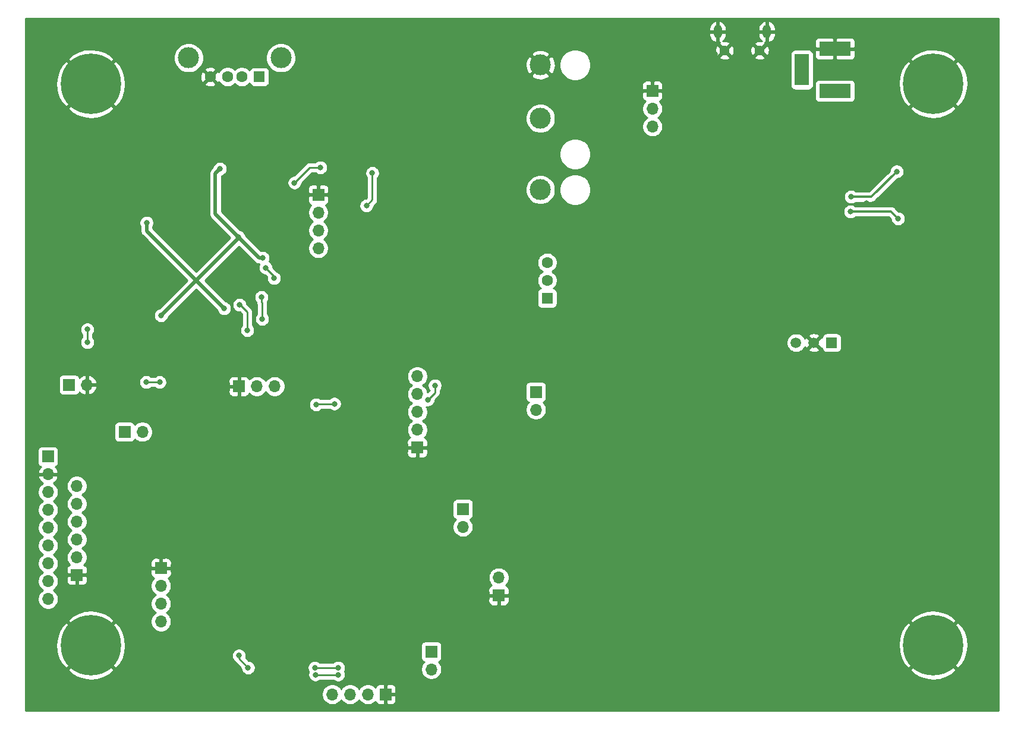
<source format=gbr>
%TF.GenerationSoftware,KiCad,Pcbnew,5.1.9*%
%TF.CreationDate,2021-03-25T10:55:28-04:00*%
%TF.ProjectId,digidraw,64696769-6472-4617-972e-6b696361645f,rev?*%
%TF.SameCoordinates,Original*%
%TF.FileFunction,Copper,L2,Bot*%
%TF.FilePolarity,Positive*%
%FSLAX46Y46*%
G04 Gerber Fmt 4.6, Leading zero omitted, Abs format (unit mm)*
G04 Created by KiCad (PCBNEW 5.1.9) date 2021-03-25 10:55:28*
%MOMM*%
%LPD*%
G01*
G04 APERTURE LIST*
%TA.AperFunction,ComponentPad*%
%ADD10O,1.700000X1.700000*%
%TD*%
%TA.AperFunction,ComponentPad*%
%ADD11R,1.700000X1.700000*%
%TD*%
%TA.AperFunction,ComponentPad*%
%ADD12C,1.508000*%
%TD*%
%TA.AperFunction,ComponentPad*%
%ADD13R,1.508000X1.508000*%
%TD*%
%TA.AperFunction,ComponentPad*%
%ADD14C,0.900000*%
%TD*%
%TA.AperFunction,ComponentPad*%
%ADD15C,8.600000*%
%TD*%
%TA.AperFunction,ComponentPad*%
%ADD16C,1.599999*%
%TD*%
%TA.AperFunction,ComponentPad*%
%ADD17R,1.599999X1.599999*%
%TD*%
%TA.AperFunction,ComponentPad*%
%ADD18C,3.000000*%
%TD*%
%TA.AperFunction,ComponentPad*%
%ADD19C,1.450000*%
%TD*%
%TA.AperFunction,ComponentPad*%
%ADD20O,1.200000X1.900000*%
%TD*%
%TA.AperFunction,ComponentPad*%
%ADD21R,2.000000X4.500000*%
%TD*%
%TA.AperFunction,ComponentPad*%
%ADD22R,4.500000X2.000000*%
%TD*%
%TA.AperFunction,ComponentPad*%
%ADD23C,1.600000*%
%TD*%
%TA.AperFunction,ComponentPad*%
%ADD24R,1.600000X1.500000*%
%TD*%
%TA.AperFunction,ViaPad*%
%ADD25C,0.800000*%
%TD*%
%TA.AperFunction,Conductor*%
%ADD26C,0.250000*%
%TD*%
%TA.AperFunction,Conductor*%
%ADD27C,0.300000*%
%TD*%
%TA.AperFunction,Conductor*%
%ADD28C,0.508000*%
%TD*%
%TA.AperFunction,Conductor*%
%ADD29C,0.254000*%
%TD*%
%TA.AperFunction,Conductor*%
%ADD30C,0.100000*%
%TD*%
G04 APERTURE END LIST*
D10*
%TO.P,J13,3*%
%TO.N,/midi_dac/UART4_RX*%
X95180000Y-117100000D03*
%TO.P,J13,2*%
%TO.N,/midi_dac/UART4_TX*%
X92640000Y-117100000D03*
D11*
%TO.P,J13,1*%
%TO.N,GND*%
X90100000Y-117100000D03*
%TD*%
D10*
%TO.P,J9,4*%
%TO.N,/midi_dac/I2S_CK*%
X101400000Y-97420000D03*
%TO.P,J9,3*%
%TO.N,/midi_dac/I2S_WS*%
X101400000Y-94880000D03*
%TO.P,J9,2*%
%TO.N,/midi_dac/I2S_SD*%
X101400000Y-92340000D03*
D11*
%TO.P,J9,1*%
%TO.N,GND*%
X101400000Y-89800000D03*
%TD*%
D10*
%TO.P,J19,2*%
%TO.N,/user_io/NRST*%
X127100000Y-144360000D03*
D11*
%TO.P,J19,1*%
%TO.N,GND*%
X127100000Y-146900000D03*
%TD*%
D10*
%TO.P,J18,2*%
%TO.N,+3V3*%
X132400000Y-120440000D03*
D11*
%TO.P,J18,1*%
%TO.N,/midi_dac/BOOT1*%
X132400000Y-117900000D03*
%TD*%
D10*
%TO.P,J17,2*%
%TO.N,+3V3*%
X76340000Y-123600000D03*
D11*
%TO.P,J17,1*%
%TO.N,/midi_dac/BOOT0*%
X73800000Y-123600000D03*
%TD*%
D10*
%TO.P,J16,2*%
%TO.N,GND*%
X68440000Y-116900000D03*
D11*
%TO.P,J16,1*%
%TO.N,/midi_dac/NRST*%
X65900000Y-116900000D03*
%TD*%
D10*
%TO.P,J15,2*%
%TO.N,+3V3*%
X122000000Y-137140000D03*
D11*
%TO.P,J15,1*%
%TO.N,/user_io/USR_PUSHBTN*%
X122000000Y-134600000D03*
%TD*%
D10*
%TO.P,J14,2*%
%TO.N,+3V3*%
X117500000Y-157440000D03*
D11*
%TO.P,J14,1*%
%TO.N,/user_io/BOOT0*%
X117500000Y-154900000D03*
%TD*%
D12*
%TO.P,U2,3*%
%TO.N,Net-(C53-Pad1)*%
X169460000Y-110900000D03*
%TO.P,U2,2*%
%TO.N,GND*%
X172000000Y-110900000D03*
D13*
%TO.P,U2,1*%
%TO.N,Net-(C48-Pad1)*%
X174540000Y-110900000D03*
%TD*%
D10*
%TO.P,J8,4*%
%TO.N,+3V3*%
X79000000Y-150620000D03*
%TO.P,J8,3*%
%TO.N,/user_io/USART_RX*%
X79000000Y-148080000D03*
%TO.P,J8,2*%
%TO.N,/user_io/USART_TX*%
X79000000Y-145540000D03*
D11*
%TO.P,J8,1*%
%TO.N,GND*%
X79000000Y-143000000D03*
%TD*%
D14*
%TO.P,H4,1*%
%TO.N,GND*%
X191280419Y-151719581D03*
X189000000Y-150775000D03*
X186719581Y-151719581D03*
X185775000Y-154000000D03*
X186719581Y-156280419D03*
X189000000Y-157225000D03*
X191280419Y-156280419D03*
X192225000Y-154000000D03*
D15*
X189000000Y-154000000D03*
%TD*%
D14*
%TO.P,H3,1*%
%TO.N,GND*%
X71280419Y-151719581D03*
X69000000Y-150775000D03*
X66719581Y-151719581D03*
X65775000Y-154000000D03*
X66719581Y-156280419D03*
X69000000Y-157225000D03*
X71280419Y-156280419D03*
X72225000Y-154000000D03*
D15*
X69000000Y-154000000D03*
%TD*%
D14*
%TO.P,H2,1*%
%TO.N,GND*%
X71280419Y-71719581D03*
X69000000Y-70775000D03*
X66719581Y-71719581D03*
X65775000Y-74000000D03*
X66719581Y-76280419D03*
X69000000Y-77225000D03*
X71280419Y-76280419D03*
X72225000Y-74000000D03*
D15*
X69000000Y-74000000D03*
%TD*%
D14*
%TO.P,H1,1*%
%TO.N,GND*%
X191280419Y-71719581D03*
X189000000Y-70775000D03*
X186719581Y-71719581D03*
X185775000Y-74000000D03*
X186719581Y-76280419D03*
X189000000Y-77225000D03*
X191280419Y-76280419D03*
X192225000Y-74000000D03*
D15*
X189000000Y-74000000D03*
%TD*%
D10*
%TO.P,J7,9*%
%TO.N,/user_io/RA8875_INT*%
X62900000Y-147420000D03*
%TO.P,J7,8*%
%TO.N,/user_io/RA8875_WAIT*%
X62900000Y-144880000D03*
%TO.P,J7,7*%
%TO.N,/user_io/RA8875_NRST*%
X62900000Y-142340000D03*
%TO.P,J7,6*%
%TO.N,/user_io/RA8875_NSS*%
X62900000Y-139800000D03*
%TO.P,J7,5*%
%TO.N,/user_io/RA8875_MOSI*%
X62900000Y-137260000D03*
%TO.P,J7,4*%
%TO.N,/user_io/RA8875_MISO*%
X62900000Y-134720000D03*
%TO.P,J7,3*%
%TO.N,/user_io/RA8875_SCK*%
X62900000Y-132180000D03*
%TO.P,J7,2*%
%TO.N,GND*%
X62900000Y-129640000D03*
D11*
%TO.P,J7,1*%
%TO.N,+3V3*%
X62900000Y-127100000D03*
%TD*%
D16*
%TO.P,U8,3*%
%TO.N,Net-(C48-Pad1)*%
X134000000Y-99460000D03*
%TO.P,U8,2*%
%TO.N,+3.3VDAC*%
X134000000Y-102000000D03*
D17*
%TO.P,U8,1*%
%TO.N,Net-(R48-Pad1)*%
X134000000Y-104540000D03*
%TD*%
D10*
%TO.P,J12,3*%
%TO.N,/midi_dac/ANALOG_L*%
X149000000Y-80080000D03*
%TO.P,J12,2*%
%TO.N,/midi_dac/ANALOG_R*%
X149000000Y-77540000D03*
D11*
%TO.P,J12,1*%
%TO.N,GND*%
X149000000Y-75000000D03*
%TD*%
D10*
%TO.P,J6,4*%
%TO.N,+3V3*%
X103380000Y-161000000D03*
%TO.P,J6,3*%
%TO.N,/user_io/MEMORY_SCL*%
X105920000Y-161000000D03*
%TO.P,J6,2*%
%TO.N,/user_io/MEMORY_SDA*%
X108460000Y-161000000D03*
D11*
%TO.P,J6,1*%
%TO.N,GND*%
X111000000Y-161000000D03*
%TD*%
D10*
%TO.P,J5,5*%
%TO.N,+3V3*%
X115500000Y-115680000D03*
%TO.P,J5,4*%
%TO.N,/midi_dac/SPI_NSS*%
X115500000Y-118220000D03*
%TO.P,J5,3*%
%TO.N,/midi_dac/SPI_SCK*%
X115500000Y-120760000D03*
%TO.P,J5,2*%
%TO.N,/midi_dac/SPI_MOSI*%
X115500000Y-123300000D03*
D11*
%TO.P,J5,1*%
%TO.N,GND*%
X115500000Y-125840000D03*
%TD*%
D10*
%TO.P,J4,6*%
%TO.N,+3V3*%
X67000000Y-131300000D03*
%TO.P,J4,5*%
%TO.N,/user_io/RA8875_SCK*%
X67000000Y-133840000D03*
%TO.P,J4,4*%
%TO.N,/user_io/RA8875_MISO*%
X67000000Y-136380000D03*
%TO.P,J4,3*%
%TO.N,/user_io/RA8875_MOSI*%
X67000000Y-138920000D03*
%TO.P,J4,2*%
%TO.N,/user_io/RA8875_NSS*%
X67000000Y-141460000D03*
D11*
%TO.P,J4,1*%
%TO.N,GND*%
X67000000Y-144000000D03*
%TD*%
D18*
%TO.P,CON1,S*%
%TO.N,GND*%
X133045000Y-71300000D03*
%TO.P,CON1,R*%
%TO.N,/midi_dac/ANALOG_R*%
X133045000Y-78920000D03*
%TO.P,CON1,T*%
%TO.N,/midi_dac/ANALOG_L*%
X133045000Y-89080000D03*
%TD*%
D19*
%TO.P,J1,6*%
%TO.N,GND*%
X164300000Y-69262500D03*
X159300000Y-69262500D03*
D20*
X165300000Y-66562500D03*
X158300000Y-66562500D03*
%TD*%
D21*
%TO.P,J2,3*%
%TO.N,N/C*%
X170300000Y-72000000D03*
D22*
%TO.P,J2,1*%
%TO.N,Net-(J2-Pad1)*%
X175000000Y-75000000D03*
%TO.P,J2,2*%
%TO.N,GND*%
X175000000Y-69000000D03*
%TD*%
D23*
%TO.P,J10,4*%
%TO.N,GND*%
X86000000Y-73000000D03*
%TO.P,J10,3*%
%TO.N,/midi_dac/USB_DP*%
X88500000Y-73000000D03*
%TO.P,J10,2*%
%TO.N,/midi_dac/USB_DM*%
X90500000Y-73000000D03*
D24*
%TO.P,J10,1*%
%TO.N,/midi_dac/USB_POWER*%
X93000000Y-73000000D03*
D18*
%TO.P,J10,5*%
%TO.N,Net-(J10-Pad5)*%
X82930000Y-70290000D03*
X96070000Y-70290000D03*
%TD*%
D25*
%TO.N,GND*%
X103300000Y-138800000D03*
X97100000Y-147100000D03*
X99700000Y-144000000D03*
X102400000Y-142900000D03*
X100500000Y-141100000D03*
X145100000Y-118900000D03*
X146800000Y-94800000D03*
X182500000Y-98100000D03*
X182500000Y-102200000D03*
X164500000Y-92200000D03*
X165200000Y-94200000D03*
X148900000Y-88200000D03*
X149400000Y-85500000D03*
X155100000Y-74700000D03*
X177700000Y-70900000D03*
X165200000Y-70800000D03*
X157900000Y-69800000D03*
X156700000Y-67000000D03*
X166800000Y-66800000D03*
X131100000Y-70200000D03*
X112400000Y-81200000D03*
X104300000Y-89500000D03*
X98500000Y-82400000D03*
X98600000Y-78900000D03*
X84600000Y-73900000D03*
X94000000Y-80400000D03*
X95200000Y-91800000D03*
X107300000Y-96200000D03*
X108600000Y-96400000D03*
X117100000Y-95900000D03*
X117000000Y-93400000D03*
X120000000Y-91400000D03*
X123500000Y-91200000D03*
X119900000Y-87000000D03*
X119800000Y-82900000D03*
X152500000Y-94300000D03*
X127500000Y-99700000D03*
X122600000Y-99500000D03*
X136400000Y-107500000D03*
X96800000Y-94200000D03*
X73400000Y-88600000D03*
X74400000Y-93000000D03*
X69600000Y-106000000D03*
X72800000Y-106000000D03*
X76700000Y-111600000D03*
X74700000Y-114800000D03*
X61700000Y-120300000D03*
X60200000Y-116600000D03*
X60100000Y-109200000D03*
X77100000Y-118000000D03*
X97600000Y-131900000D03*
X73800000Y-148500000D03*
X100100000Y-121300000D03*
X107000000Y-149200000D03*
X110600000Y-150000000D03*
X116100000Y-143800000D03*
X112600000Y-141700000D03*
X110200000Y-140000000D03*
X115800000Y-137800000D03*
X124900000Y-147100000D03*
X129000000Y-147400000D03*
X110700000Y-155100000D03*
X103100000Y-153800000D03*
X94100000Y-153400000D03*
X110500000Y-158800000D03*
X76700000Y-143300000D03*
X69400000Y-144700000D03*
X99200000Y-109000000D03*
X96000000Y-109100000D03*
X160900000Y-73800000D03*
X158800000Y-74900000D03*
X103900000Y-83900000D03*
X157700000Y-95900000D03*
X112400000Y-145400000D03*
X117525000Y-126950000D03*
X91700000Y-87200000D03*
X83200000Y-142400000D03*
X83200000Y-140000000D03*
X87700000Y-95600000D03*
X88900000Y-104400000D03*
X81700000Y-102000000D03*
X84000000Y-99500000D03*
X86400000Y-102000000D03*
X84000000Y-104200000D03*
X68900000Y-118600000D03*
X127200000Y-105100000D03*
X129600000Y-105900000D03*
X170200000Y-94500000D03*
X169500000Y-92500000D03*
X87000000Y-76500000D03*
X78800000Y-72100000D03*
X83400000Y-90500000D03*
X103500000Y-90400000D03*
X106100000Y-83000000D03*
X110737124Y-89537124D03*
X77400000Y-88500000D03*
X95000000Y-158600000D03*
X103573741Y-150576269D03*
X137500000Y-115200000D03*
X151400000Y-74600000D03*
X179500000Y-91000000D03*
X175000000Y-88700000D03*
X84000000Y-155800000D03*
X63500000Y-103900000D03*
X98000000Y-76400000D03*
X98700000Y-139200000D03*
X97300000Y-141900000D03*
X102500000Y-146800000D03*
X81700000Y-115775000D03*
X83400000Y-115400000D03*
X80400000Y-112600000D03*
X87700000Y-113100000D03*
%TO.N,/user_io/NRST*%
X90100000Y-155471000D03*
X91400000Y-157200000D03*
%TO.N,/midi_dac/NRST*%
X78800000Y-116500000D03*
X76900000Y-116500000D03*
%TO.N,/midi_dac/BOOT0*%
X68500000Y-110845000D03*
X68500000Y-109000000D03*
%TO.N,/midi_dac/BOOT1*%
X95100000Y-101700000D03*
X93900000Y-100200000D03*
%TO.N,/midi_dac/SPI_NSS*%
X118011041Y-116988959D03*
X117000000Y-119000000D03*
%TO.N,/midi_dac/SPI_SCK*%
X93300000Y-104400000D03*
X93400000Y-107500000D03*
%TO.N,/midi_dac/SPI_MOSI*%
X103700000Y-119600000D03*
X101100000Y-119700000D03*
%TO.N,/user_io/MEMORY_SDA*%
X104230000Y-157200000D03*
X100900000Y-157200000D03*
%TO.N,/user_io/MEMORY_SCL*%
X104230000Y-158200000D03*
X100975000Y-158200000D03*
%TO.N,Net-(L1-Pad1)*%
X177200000Y-92200000D03*
X184000000Y-93200000D03*
%TO.N,Net-(L1-Pad2)*%
X177300000Y-90100000D03*
X183800000Y-86500000D03*
%TO.N,/midi_dac/SPI_INT*%
X91287347Y-109112653D03*
X90199999Y-105499999D03*
%TO.N,/midi_dac/SOFT_MUTE*%
X98000000Y-88100000D03*
X101716414Y-85916414D03*
%TO.N,+3V3*%
X89992238Y-95801976D03*
X87400000Y-86100000D03*
X109100000Y-86700000D03*
X108262124Y-91362124D03*
X79000000Y-107000000D03*
X88000000Y-106000000D03*
X76948248Y-93799990D03*
X93500000Y-98800000D03*
%TD*%
D26*
%TO.N,GND*%
X137500000Y-115200000D02*
X137500000Y-118000000D01*
X81700000Y-115775000D02*
X83275000Y-114200000D01*
X83275000Y-114200000D02*
X83700000Y-114200000D01*
%TO.N,/user_io/NRST*%
X90100000Y-155900000D02*
X91400000Y-157200000D01*
X90100000Y-155471000D02*
X90100000Y-155900000D01*
%TO.N,/midi_dac/NRST*%
X78800000Y-116500000D02*
X76900000Y-116500000D01*
%TO.N,/midi_dac/BOOT0*%
X68500000Y-110845000D02*
X68500000Y-109000000D01*
%TO.N,/midi_dac/BOOT1*%
X95100000Y-101400000D02*
X93900000Y-100200000D01*
X95100000Y-101700000D02*
X95100000Y-101400000D01*
%TO.N,/midi_dac/SPI_NSS*%
X118011041Y-117988959D02*
X117000000Y-119000000D01*
X118011041Y-116988959D02*
X118011041Y-117988959D01*
%TO.N,/midi_dac/SPI_SCK*%
X93300000Y-104400000D02*
X93300000Y-105100000D01*
X93400000Y-107500000D02*
X93400000Y-105200000D01*
X93300000Y-105100000D02*
X93400000Y-105200000D01*
%TO.N,/midi_dac/SPI_MOSI*%
X101200000Y-119600000D02*
X101100000Y-119700000D01*
X103700000Y-119600000D02*
X101200000Y-119600000D01*
%TO.N,/user_io/MEMORY_SDA*%
X100900000Y-157200000D02*
X104230000Y-157200000D01*
%TO.N,/user_io/MEMORY_SCL*%
X104230000Y-158200000D02*
X100975000Y-158200000D01*
D27*
%TO.N,Net-(L1-Pad1)*%
X177200000Y-92200000D02*
X182400000Y-92200000D01*
X183000000Y-92200000D02*
X184000000Y-93200000D01*
X182400000Y-92200000D02*
X183000000Y-92200000D01*
%TO.N,Net-(L1-Pad2)*%
X180200000Y-90100000D02*
X183800000Y-86500000D01*
X177300000Y-90100000D02*
X180200000Y-90100000D01*
D26*
%TO.N,/midi_dac/SPI_INT*%
X90273001Y-105499999D02*
X90199999Y-105499999D01*
X91287347Y-106514345D02*
X90273001Y-105499999D01*
X91287347Y-109112653D02*
X91287347Y-106514345D01*
%TO.N,/midi_dac/SOFT_MUTE*%
X100183586Y-85916414D02*
X101716414Y-85916414D01*
X98000000Y-88100000D02*
X100183586Y-85916414D01*
D28*
%TO.N,+3V3*%
X90101976Y-95801976D02*
X89992238Y-95801976D01*
X86745999Y-92555737D02*
X89992238Y-95801976D01*
X86745999Y-86754001D02*
X86745999Y-92555737D01*
X87400000Y-86100000D02*
X86745999Y-86754001D01*
D26*
X109100000Y-90524248D02*
X109100000Y-86700000D01*
X108262124Y-91362124D02*
X109100000Y-90524248D01*
D28*
X89992238Y-96007762D02*
X89992238Y-95801976D01*
X79000000Y-107000000D02*
X89992238Y-96007762D01*
X76948248Y-94948248D02*
X76948248Y-93799990D01*
X88000000Y-106000000D02*
X76948248Y-94948248D01*
X93500000Y-98800000D02*
X92990262Y-98800000D01*
X92990262Y-98800000D02*
X89992238Y-95801976D01*
%TD*%
D29*
%TO.N,GND*%
X198340001Y-163340000D02*
X59660000Y-163340000D01*
X59660000Y-160853740D01*
X101895000Y-160853740D01*
X101895000Y-161146260D01*
X101952068Y-161433158D01*
X102064010Y-161703411D01*
X102226525Y-161946632D01*
X102433368Y-162153475D01*
X102676589Y-162315990D01*
X102946842Y-162427932D01*
X103233740Y-162485000D01*
X103526260Y-162485000D01*
X103813158Y-162427932D01*
X104083411Y-162315990D01*
X104326632Y-162153475D01*
X104533475Y-161946632D01*
X104650000Y-161772240D01*
X104766525Y-161946632D01*
X104973368Y-162153475D01*
X105216589Y-162315990D01*
X105486842Y-162427932D01*
X105773740Y-162485000D01*
X106066260Y-162485000D01*
X106353158Y-162427932D01*
X106623411Y-162315990D01*
X106866632Y-162153475D01*
X107073475Y-161946632D01*
X107190000Y-161772240D01*
X107306525Y-161946632D01*
X107513368Y-162153475D01*
X107756589Y-162315990D01*
X108026842Y-162427932D01*
X108313740Y-162485000D01*
X108606260Y-162485000D01*
X108893158Y-162427932D01*
X109163411Y-162315990D01*
X109406632Y-162153475D01*
X109538487Y-162021620D01*
X109560498Y-162094180D01*
X109619463Y-162204494D01*
X109698815Y-162301185D01*
X109795506Y-162380537D01*
X109905820Y-162439502D01*
X110025518Y-162475812D01*
X110150000Y-162488072D01*
X110714250Y-162485000D01*
X110873000Y-162326250D01*
X110873000Y-161127000D01*
X111127000Y-161127000D01*
X111127000Y-162326250D01*
X111285750Y-162485000D01*
X111850000Y-162488072D01*
X111974482Y-162475812D01*
X112094180Y-162439502D01*
X112204494Y-162380537D01*
X112301185Y-162301185D01*
X112380537Y-162204494D01*
X112439502Y-162094180D01*
X112475812Y-161974482D01*
X112488072Y-161850000D01*
X112485000Y-161285750D01*
X112326250Y-161127000D01*
X111127000Y-161127000D01*
X110873000Y-161127000D01*
X110853000Y-161127000D01*
X110853000Y-160873000D01*
X110873000Y-160873000D01*
X110873000Y-159673750D01*
X111127000Y-159673750D01*
X111127000Y-160873000D01*
X112326250Y-160873000D01*
X112485000Y-160714250D01*
X112488072Y-160150000D01*
X112475812Y-160025518D01*
X112439502Y-159905820D01*
X112380537Y-159795506D01*
X112301185Y-159698815D01*
X112204494Y-159619463D01*
X112094180Y-159560498D01*
X111974482Y-159524188D01*
X111850000Y-159511928D01*
X111285750Y-159515000D01*
X111127000Y-159673750D01*
X110873000Y-159673750D01*
X110714250Y-159515000D01*
X110150000Y-159511928D01*
X110025518Y-159524188D01*
X109905820Y-159560498D01*
X109795506Y-159619463D01*
X109698815Y-159698815D01*
X109619463Y-159795506D01*
X109560498Y-159905820D01*
X109538487Y-159978380D01*
X109406632Y-159846525D01*
X109163411Y-159684010D01*
X108893158Y-159572068D01*
X108606260Y-159515000D01*
X108313740Y-159515000D01*
X108026842Y-159572068D01*
X107756589Y-159684010D01*
X107513368Y-159846525D01*
X107306525Y-160053368D01*
X107190000Y-160227760D01*
X107073475Y-160053368D01*
X106866632Y-159846525D01*
X106623411Y-159684010D01*
X106353158Y-159572068D01*
X106066260Y-159515000D01*
X105773740Y-159515000D01*
X105486842Y-159572068D01*
X105216589Y-159684010D01*
X104973368Y-159846525D01*
X104766525Y-160053368D01*
X104650000Y-160227760D01*
X104533475Y-160053368D01*
X104326632Y-159846525D01*
X104083411Y-159684010D01*
X103813158Y-159572068D01*
X103526260Y-159515000D01*
X103233740Y-159515000D01*
X102946842Y-159572068D01*
X102676589Y-159684010D01*
X102433368Y-159846525D01*
X102226525Y-160053368D01*
X102064010Y-160296589D01*
X101952068Y-160566842D01*
X101895000Y-160853740D01*
X59660000Y-160853740D01*
X59660000Y-157482818D01*
X65696787Y-157482818D01*
X66188946Y-158085149D01*
X67039933Y-158555063D01*
X67966243Y-158849929D01*
X68932281Y-158958414D01*
X69900921Y-158876351D01*
X70834938Y-158606893D01*
X71698440Y-158160394D01*
X71811054Y-158085149D01*
X72303213Y-157482818D01*
X69000000Y-154179605D01*
X65696787Y-157482818D01*
X59660000Y-157482818D01*
X59660000Y-153932281D01*
X64041586Y-153932281D01*
X64123649Y-154900921D01*
X64393107Y-155834938D01*
X64839606Y-156698440D01*
X64914851Y-156811054D01*
X65517182Y-157303213D01*
X68820395Y-154000000D01*
X69179605Y-154000000D01*
X72482818Y-157303213D01*
X73085149Y-156811054D01*
X73555063Y-155960067D01*
X73743193Y-155369061D01*
X89065000Y-155369061D01*
X89065000Y-155572939D01*
X89104774Y-155772898D01*
X89182795Y-155961256D01*
X89296063Y-156130774D01*
X89436847Y-156271558D01*
X89465026Y-156324276D01*
X89560000Y-156440001D01*
X89588998Y-156463799D01*
X90365000Y-157239802D01*
X90365000Y-157301939D01*
X90404774Y-157501898D01*
X90482795Y-157690256D01*
X90596063Y-157859774D01*
X90740226Y-158003937D01*
X90909744Y-158117205D01*
X91098102Y-158195226D01*
X91298061Y-158235000D01*
X91501939Y-158235000D01*
X91701898Y-158195226D01*
X91890256Y-158117205D01*
X92059774Y-158003937D01*
X92203937Y-157859774D01*
X92317205Y-157690256D01*
X92395226Y-157501898D01*
X92435000Y-157301939D01*
X92435000Y-157098061D01*
X99865000Y-157098061D01*
X99865000Y-157301939D01*
X99904774Y-157501898D01*
X99982795Y-157690256D01*
X100034077Y-157767005D01*
X99979774Y-157898102D01*
X99940000Y-158098061D01*
X99940000Y-158301939D01*
X99979774Y-158501898D01*
X100057795Y-158690256D01*
X100171063Y-158859774D01*
X100315226Y-159003937D01*
X100484744Y-159117205D01*
X100673102Y-159195226D01*
X100873061Y-159235000D01*
X101076939Y-159235000D01*
X101276898Y-159195226D01*
X101465256Y-159117205D01*
X101634774Y-159003937D01*
X101678711Y-158960000D01*
X103526289Y-158960000D01*
X103570226Y-159003937D01*
X103739744Y-159117205D01*
X103928102Y-159195226D01*
X104128061Y-159235000D01*
X104331939Y-159235000D01*
X104531898Y-159195226D01*
X104720256Y-159117205D01*
X104889774Y-159003937D01*
X105033937Y-158859774D01*
X105147205Y-158690256D01*
X105225226Y-158501898D01*
X105265000Y-158301939D01*
X105265000Y-158098061D01*
X105225226Y-157898102D01*
X105147205Y-157709744D01*
X105140694Y-157700000D01*
X105147205Y-157690256D01*
X105225226Y-157501898D01*
X105265000Y-157301939D01*
X105265000Y-157098061D01*
X105225226Y-156898102D01*
X105147205Y-156709744D01*
X105033937Y-156540226D01*
X104889774Y-156396063D01*
X104720256Y-156282795D01*
X104531898Y-156204774D01*
X104331939Y-156165000D01*
X104128061Y-156165000D01*
X103928102Y-156204774D01*
X103739744Y-156282795D01*
X103570226Y-156396063D01*
X103526289Y-156440000D01*
X101603711Y-156440000D01*
X101559774Y-156396063D01*
X101390256Y-156282795D01*
X101201898Y-156204774D01*
X101001939Y-156165000D01*
X100798061Y-156165000D01*
X100598102Y-156204774D01*
X100409744Y-156282795D01*
X100240226Y-156396063D01*
X100096063Y-156540226D01*
X99982795Y-156709744D01*
X99904774Y-156898102D01*
X99865000Y-157098061D01*
X92435000Y-157098061D01*
X92395226Y-156898102D01*
X92317205Y-156709744D01*
X92203937Y-156540226D01*
X92059774Y-156396063D01*
X91890256Y-156282795D01*
X91701898Y-156204774D01*
X91501939Y-156165000D01*
X91439802Y-156165000D01*
X91081306Y-155806504D01*
X91095226Y-155772898D01*
X91135000Y-155572939D01*
X91135000Y-155369061D01*
X91095226Y-155169102D01*
X91017205Y-154980744D01*
X90903937Y-154811226D01*
X90759774Y-154667063D01*
X90590256Y-154553795D01*
X90401898Y-154475774D01*
X90201939Y-154436000D01*
X89998061Y-154436000D01*
X89798102Y-154475774D01*
X89609744Y-154553795D01*
X89440226Y-154667063D01*
X89296063Y-154811226D01*
X89182795Y-154980744D01*
X89104774Y-155169102D01*
X89065000Y-155369061D01*
X73743193Y-155369061D01*
X73849929Y-155033757D01*
X73958414Y-154067719D01*
X73956913Y-154050000D01*
X116011928Y-154050000D01*
X116011928Y-155750000D01*
X116024188Y-155874482D01*
X116060498Y-155994180D01*
X116119463Y-156104494D01*
X116198815Y-156201185D01*
X116295506Y-156280537D01*
X116405820Y-156339502D01*
X116478380Y-156361513D01*
X116346525Y-156493368D01*
X116184010Y-156736589D01*
X116072068Y-157006842D01*
X116015000Y-157293740D01*
X116015000Y-157586260D01*
X116072068Y-157873158D01*
X116184010Y-158143411D01*
X116346525Y-158386632D01*
X116553368Y-158593475D01*
X116796589Y-158755990D01*
X117066842Y-158867932D01*
X117353740Y-158925000D01*
X117646260Y-158925000D01*
X117933158Y-158867932D01*
X118203411Y-158755990D01*
X118446632Y-158593475D01*
X118653475Y-158386632D01*
X118815990Y-158143411D01*
X118927932Y-157873158D01*
X118985000Y-157586260D01*
X118985000Y-157482818D01*
X185696787Y-157482818D01*
X186188946Y-158085149D01*
X187039933Y-158555063D01*
X187966243Y-158849929D01*
X188932281Y-158958414D01*
X189900921Y-158876351D01*
X190834938Y-158606893D01*
X191698440Y-158160394D01*
X191811054Y-158085149D01*
X192303213Y-157482818D01*
X189000000Y-154179605D01*
X185696787Y-157482818D01*
X118985000Y-157482818D01*
X118985000Y-157293740D01*
X118927932Y-157006842D01*
X118815990Y-156736589D01*
X118653475Y-156493368D01*
X118521620Y-156361513D01*
X118594180Y-156339502D01*
X118704494Y-156280537D01*
X118801185Y-156201185D01*
X118880537Y-156104494D01*
X118939502Y-155994180D01*
X118975812Y-155874482D01*
X118988072Y-155750000D01*
X118988072Y-154050000D01*
X118976479Y-153932281D01*
X184041586Y-153932281D01*
X184123649Y-154900921D01*
X184393107Y-155834938D01*
X184839606Y-156698440D01*
X184914851Y-156811054D01*
X185517182Y-157303213D01*
X188820395Y-154000000D01*
X189179605Y-154000000D01*
X192482818Y-157303213D01*
X193085149Y-156811054D01*
X193555063Y-155960067D01*
X193849929Y-155033757D01*
X193958414Y-154067719D01*
X193876351Y-153099079D01*
X193606893Y-152165062D01*
X193160394Y-151301560D01*
X193085149Y-151188946D01*
X192482818Y-150696787D01*
X189179605Y-154000000D01*
X188820395Y-154000000D01*
X185517182Y-150696787D01*
X184914851Y-151188946D01*
X184444937Y-152039933D01*
X184150071Y-152966243D01*
X184041586Y-153932281D01*
X118976479Y-153932281D01*
X118975812Y-153925518D01*
X118939502Y-153805820D01*
X118880537Y-153695506D01*
X118801185Y-153598815D01*
X118704494Y-153519463D01*
X118594180Y-153460498D01*
X118474482Y-153424188D01*
X118350000Y-153411928D01*
X116650000Y-153411928D01*
X116525518Y-153424188D01*
X116405820Y-153460498D01*
X116295506Y-153519463D01*
X116198815Y-153598815D01*
X116119463Y-153695506D01*
X116060498Y-153805820D01*
X116024188Y-153925518D01*
X116011928Y-154050000D01*
X73956913Y-154050000D01*
X73876351Y-153099079D01*
X73606893Y-152165062D01*
X73160394Y-151301560D01*
X73085149Y-151188946D01*
X72482818Y-150696787D01*
X69179605Y-154000000D01*
X68820395Y-154000000D01*
X65517182Y-150696787D01*
X64914851Y-151188946D01*
X64444937Y-152039933D01*
X64150071Y-152966243D01*
X64041586Y-153932281D01*
X59660000Y-153932281D01*
X59660000Y-150517182D01*
X65696787Y-150517182D01*
X69000000Y-153820395D01*
X72303213Y-150517182D01*
X71811054Y-149914851D01*
X70960067Y-149444937D01*
X70033757Y-149150071D01*
X69067719Y-149041586D01*
X68099079Y-149123649D01*
X67165062Y-149393107D01*
X66301560Y-149839606D01*
X66188946Y-149914851D01*
X65696787Y-150517182D01*
X59660000Y-150517182D01*
X59660000Y-132033740D01*
X61415000Y-132033740D01*
X61415000Y-132326260D01*
X61472068Y-132613158D01*
X61584010Y-132883411D01*
X61746525Y-133126632D01*
X61953368Y-133333475D01*
X62127760Y-133450000D01*
X61953368Y-133566525D01*
X61746525Y-133773368D01*
X61584010Y-134016589D01*
X61472068Y-134286842D01*
X61415000Y-134573740D01*
X61415000Y-134866260D01*
X61472068Y-135153158D01*
X61584010Y-135423411D01*
X61746525Y-135666632D01*
X61953368Y-135873475D01*
X62127760Y-135990000D01*
X61953368Y-136106525D01*
X61746525Y-136313368D01*
X61584010Y-136556589D01*
X61472068Y-136826842D01*
X61415000Y-137113740D01*
X61415000Y-137406260D01*
X61472068Y-137693158D01*
X61584010Y-137963411D01*
X61746525Y-138206632D01*
X61953368Y-138413475D01*
X62127760Y-138530000D01*
X61953368Y-138646525D01*
X61746525Y-138853368D01*
X61584010Y-139096589D01*
X61472068Y-139366842D01*
X61415000Y-139653740D01*
X61415000Y-139946260D01*
X61472068Y-140233158D01*
X61584010Y-140503411D01*
X61746525Y-140746632D01*
X61953368Y-140953475D01*
X62127760Y-141070000D01*
X61953368Y-141186525D01*
X61746525Y-141393368D01*
X61584010Y-141636589D01*
X61472068Y-141906842D01*
X61415000Y-142193740D01*
X61415000Y-142486260D01*
X61472068Y-142773158D01*
X61584010Y-143043411D01*
X61746525Y-143286632D01*
X61953368Y-143493475D01*
X62127760Y-143610000D01*
X61953368Y-143726525D01*
X61746525Y-143933368D01*
X61584010Y-144176589D01*
X61472068Y-144446842D01*
X61415000Y-144733740D01*
X61415000Y-145026260D01*
X61472068Y-145313158D01*
X61584010Y-145583411D01*
X61746525Y-145826632D01*
X61953368Y-146033475D01*
X62127760Y-146150000D01*
X61953368Y-146266525D01*
X61746525Y-146473368D01*
X61584010Y-146716589D01*
X61472068Y-146986842D01*
X61415000Y-147273740D01*
X61415000Y-147566260D01*
X61472068Y-147853158D01*
X61584010Y-148123411D01*
X61746525Y-148366632D01*
X61953368Y-148573475D01*
X62196589Y-148735990D01*
X62466842Y-148847932D01*
X62753740Y-148905000D01*
X63046260Y-148905000D01*
X63333158Y-148847932D01*
X63603411Y-148735990D01*
X63846632Y-148573475D01*
X64053475Y-148366632D01*
X64215990Y-148123411D01*
X64327932Y-147853158D01*
X64385000Y-147566260D01*
X64385000Y-147273740D01*
X64327932Y-146986842D01*
X64215990Y-146716589D01*
X64053475Y-146473368D01*
X63846632Y-146266525D01*
X63672240Y-146150000D01*
X63846632Y-146033475D01*
X64053475Y-145826632D01*
X64215990Y-145583411D01*
X64327932Y-145313158D01*
X64385000Y-145026260D01*
X64385000Y-144850000D01*
X65511928Y-144850000D01*
X65524188Y-144974482D01*
X65560498Y-145094180D01*
X65619463Y-145204494D01*
X65698815Y-145301185D01*
X65795506Y-145380537D01*
X65905820Y-145439502D01*
X66025518Y-145475812D01*
X66150000Y-145488072D01*
X66714250Y-145485000D01*
X66873000Y-145326250D01*
X66873000Y-144127000D01*
X67127000Y-144127000D01*
X67127000Y-145326250D01*
X67285750Y-145485000D01*
X67850000Y-145488072D01*
X67974482Y-145475812D01*
X68094180Y-145439502D01*
X68204494Y-145380537D01*
X68301185Y-145301185D01*
X68380537Y-145204494D01*
X68439502Y-145094180D01*
X68475812Y-144974482D01*
X68488072Y-144850000D01*
X68485000Y-144285750D01*
X68326250Y-144127000D01*
X67127000Y-144127000D01*
X66873000Y-144127000D01*
X65673750Y-144127000D01*
X65515000Y-144285750D01*
X65511928Y-144850000D01*
X64385000Y-144850000D01*
X64385000Y-144733740D01*
X64327932Y-144446842D01*
X64215990Y-144176589D01*
X64053475Y-143933368D01*
X63846632Y-143726525D01*
X63672240Y-143610000D01*
X63846632Y-143493475D01*
X64053475Y-143286632D01*
X64144769Y-143150000D01*
X65511928Y-143150000D01*
X65515000Y-143714250D01*
X65673750Y-143873000D01*
X66873000Y-143873000D01*
X66873000Y-143853000D01*
X67127000Y-143853000D01*
X67127000Y-143873000D01*
X68326250Y-143873000D01*
X68349250Y-143850000D01*
X77511928Y-143850000D01*
X77524188Y-143974482D01*
X77560498Y-144094180D01*
X77619463Y-144204494D01*
X77698815Y-144301185D01*
X77795506Y-144380537D01*
X77905820Y-144439502D01*
X77978380Y-144461513D01*
X77846525Y-144593368D01*
X77684010Y-144836589D01*
X77572068Y-145106842D01*
X77515000Y-145393740D01*
X77515000Y-145686260D01*
X77572068Y-145973158D01*
X77684010Y-146243411D01*
X77846525Y-146486632D01*
X78053368Y-146693475D01*
X78227760Y-146810000D01*
X78053368Y-146926525D01*
X77846525Y-147133368D01*
X77684010Y-147376589D01*
X77572068Y-147646842D01*
X77515000Y-147933740D01*
X77515000Y-148226260D01*
X77572068Y-148513158D01*
X77684010Y-148783411D01*
X77846525Y-149026632D01*
X78053368Y-149233475D01*
X78227760Y-149350000D01*
X78053368Y-149466525D01*
X77846525Y-149673368D01*
X77684010Y-149916589D01*
X77572068Y-150186842D01*
X77515000Y-150473740D01*
X77515000Y-150766260D01*
X77572068Y-151053158D01*
X77684010Y-151323411D01*
X77846525Y-151566632D01*
X78053368Y-151773475D01*
X78296589Y-151935990D01*
X78566842Y-152047932D01*
X78853740Y-152105000D01*
X79146260Y-152105000D01*
X79433158Y-152047932D01*
X79703411Y-151935990D01*
X79946632Y-151773475D01*
X80153475Y-151566632D01*
X80315990Y-151323411D01*
X80427932Y-151053158D01*
X80485000Y-150766260D01*
X80485000Y-150517182D01*
X185696787Y-150517182D01*
X189000000Y-153820395D01*
X192303213Y-150517182D01*
X191811054Y-149914851D01*
X190960067Y-149444937D01*
X190033757Y-149150071D01*
X189067719Y-149041586D01*
X188099079Y-149123649D01*
X187165062Y-149393107D01*
X186301560Y-149839606D01*
X186188946Y-149914851D01*
X185696787Y-150517182D01*
X80485000Y-150517182D01*
X80485000Y-150473740D01*
X80427932Y-150186842D01*
X80315990Y-149916589D01*
X80153475Y-149673368D01*
X79946632Y-149466525D01*
X79772240Y-149350000D01*
X79946632Y-149233475D01*
X80153475Y-149026632D01*
X80315990Y-148783411D01*
X80427932Y-148513158D01*
X80485000Y-148226260D01*
X80485000Y-147933740D01*
X80448452Y-147750000D01*
X125611928Y-147750000D01*
X125624188Y-147874482D01*
X125660498Y-147994180D01*
X125719463Y-148104494D01*
X125798815Y-148201185D01*
X125895506Y-148280537D01*
X126005820Y-148339502D01*
X126125518Y-148375812D01*
X126250000Y-148388072D01*
X126814250Y-148385000D01*
X126973000Y-148226250D01*
X126973000Y-147027000D01*
X127227000Y-147027000D01*
X127227000Y-148226250D01*
X127385750Y-148385000D01*
X127950000Y-148388072D01*
X128074482Y-148375812D01*
X128194180Y-148339502D01*
X128304494Y-148280537D01*
X128401185Y-148201185D01*
X128480537Y-148104494D01*
X128539502Y-147994180D01*
X128575812Y-147874482D01*
X128588072Y-147750000D01*
X128585000Y-147185750D01*
X128426250Y-147027000D01*
X127227000Y-147027000D01*
X126973000Y-147027000D01*
X125773750Y-147027000D01*
X125615000Y-147185750D01*
X125611928Y-147750000D01*
X80448452Y-147750000D01*
X80427932Y-147646842D01*
X80315990Y-147376589D01*
X80153475Y-147133368D01*
X79946632Y-146926525D01*
X79772240Y-146810000D01*
X79946632Y-146693475D01*
X80153475Y-146486632D01*
X80315990Y-146243411D01*
X80396103Y-146050000D01*
X125611928Y-146050000D01*
X125615000Y-146614250D01*
X125773750Y-146773000D01*
X126973000Y-146773000D01*
X126973000Y-146753000D01*
X127227000Y-146753000D01*
X127227000Y-146773000D01*
X128426250Y-146773000D01*
X128585000Y-146614250D01*
X128588072Y-146050000D01*
X128575812Y-145925518D01*
X128539502Y-145805820D01*
X128480537Y-145695506D01*
X128401185Y-145598815D01*
X128304494Y-145519463D01*
X128194180Y-145460498D01*
X128121620Y-145438487D01*
X128253475Y-145306632D01*
X128415990Y-145063411D01*
X128527932Y-144793158D01*
X128585000Y-144506260D01*
X128585000Y-144213740D01*
X128527932Y-143926842D01*
X128415990Y-143656589D01*
X128253475Y-143413368D01*
X128046632Y-143206525D01*
X127803411Y-143044010D01*
X127533158Y-142932068D01*
X127246260Y-142875000D01*
X126953740Y-142875000D01*
X126666842Y-142932068D01*
X126396589Y-143044010D01*
X126153368Y-143206525D01*
X125946525Y-143413368D01*
X125784010Y-143656589D01*
X125672068Y-143926842D01*
X125615000Y-144213740D01*
X125615000Y-144506260D01*
X125672068Y-144793158D01*
X125784010Y-145063411D01*
X125946525Y-145306632D01*
X126078380Y-145438487D01*
X126005820Y-145460498D01*
X125895506Y-145519463D01*
X125798815Y-145598815D01*
X125719463Y-145695506D01*
X125660498Y-145805820D01*
X125624188Y-145925518D01*
X125611928Y-146050000D01*
X80396103Y-146050000D01*
X80427932Y-145973158D01*
X80485000Y-145686260D01*
X80485000Y-145393740D01*
X80427932Y-145106842D01*
X80315990Y-144836589D01*
X80153475Y-144593368D01*
X80021620Y-144461513D01*
X80094180Y-144439502D01*
X80204494Y-144380537D01*
X80301185Y-144301185D01*
X80380537Y-144204494D01*
X80439502Y-144094180D01*
X80475812Y-143974482D01*
X80488072Y-143850000D01*
X80485000Y-143285750D01*
X80326250Y-143127000D01*
X79127000Y-143127000D01*
X79127000Y-143147000D01*
X78873000Y-143147000D01*
X78873000Y-143127000D01*
X77673750Y-143127000D01*
X77515000Y-143285750D01*
X77511928Y-143850000D01*
X68349250Y-143850000D01*
X68485000Y-143714250D01*
X68488072Y-143150000D01*
X68475812Y-143025518D01*
X68439502Y-142905820D01*
X68380537Y-142795506D01*
X68301185Y-142698815D01*
X68204494Y-142619463D01*
X68094180Y-142560498D01*
X68021620Y-142538487D01*
X68153475Y-142406632D01*
X68315990Y-142163411D01*
X68321544Y-142150000D01*
X77511928Y-142150000D01*
X77515000Y-142714250D01*
X77673750Y-142873000D01*
X78873000Y-142873000D01*
X78873000Y-141673750D01*
X79127000Y-141673750D01*
X79127000Y-142873000D01*
X80326250Y-142873000D01*
X80485000Y-142714250D01*
X80488072Y-142150000D01*
X80475812Y-142025518D01*
X80439502Y-141905820D01*
X80380537Y-141795506D01*
X80301185Y-141698815D01*
X80204494Y-141619463D01*
X80094180Y-141560498D01*
X79974482Y-141524188D01*
X79850000Y-141511928D01*
X79285750Y-141515000D01*
X79127000Y-141673750D01*
X78873000Y-141673750D01*
X78714250Y-141515000D01*
X78150000Y-141511928D01*
X78025518Y-141524188D01*
X77905820Y-141560498D01*
X77795506Y-141619463D01*
X77698815Y-141698815D01*
X77619463Y-141795506D01*
X77560498Y-141905820D01*
X77524188Y-142025518D01*
X77511928Y-142150000D01*
X68321544Y-142150000D01*
X68427932Y-141893158D01*
X68485000Y-141606260D01*
X68485000Y-141313740D01*
X68427932Y-141026842D01*
X68315990Y-140756589D01*
X68153475Y-140513368D01*
X67946632Y-140306525D01*
X67772240Y-140190000D01*
X67946632Y-140073475D01*
X68153475Y-139866632D01*
X68315990Y-139623411D01*
X68427932Y-139353158D01*
X68485000Y-139066260D01*
X68485000Y-138773740D01*
X68427932Y-138486842D01*
X68315990Y-138216589D01*
X68153475Y-137973368D01*
X67946632Y-137766525D01*
X67772240Y-137650000D01*
X67946632Y-137533475D01*
X68153475Y-137326632D01*
X68315990Y-137083411D01*
X68427932Y-136813158D01*
X68485000Y-136526260D01*
X68485000Y-136233740D01*
X68427932Y-135946842D01*
X68315990Y-135676589D01*
X68153475Y-135433368D01*
X67946632Y-135226525D01*
X67772240Y-135110000D01*
X67946632Y-134993475D01*
X68153475Y-134786632D01*
X68315990Y-134543411D01*
X68427932Y-134273158D01*
X68485000Y-133986260D01*
X68485000Y-133750000D01*
X120511928Y-133750000D01*
X120511928Y-135450000D01*
X120524188Y-135574482D01*
X120560498Y-135694180D01*
X120619463Y-135804494D01*
X120698815Y-135901185D01*
X120795506Y-135980537D01*
X120905820Y-136039502D01*
X120978380Y-136061513D01*
X120846525Y-136193368D01*
X120684010Y-136436589D01*
X120572068Y-136706842D01*
X120515000Y-136993740D01*
X120515000Y-137286260D01*
X120572068Y-137573158D01*
X120684010Y-137843411D01*
X120846525Y-138086632D01*
X121053368Y-138293475D01*
X121296589Y-138455990D01*
X121566842Y-138567932D01*
X121853740Y-138625000D01*
X122146260Y-138625000D01*
X122433158Y-138567932D01*
X122703411Y-138455990D01*
X122946632Y-138293475D01*
X123153475Y-138086632D01*
X123315990Y-137843411D01*
X123427932Y-137573158D01*
X123485000Y-137286260D01*
X123485000Y-136993740D01*
X123427932Y-136706842D01*
X123315990Y-136436589D01*
X123153475Y-136193368D01*
X123021620Y-136061513D01*
X123094180Y-136039502D01*
X123204494Y-135980537D01*
X123301185Y-135901185D01*
X123380537Y-135804494D01*
X123439502Y-135694180D01*
X123475812Y-135574482D01*
X123488072Y-135450000D01*
X123488072Y-133750000D01*
X123475812Y-133625518D01*
X123439502Y-133505820D01*
X123380537Y-133395506D01*
X123301185Y-133298815D01*
X123204494Y-133219463D01*
X123094180Y-133160498D01*
X122974482Y-133124188D01*
X122850000Y-133111928D01*
X121150000Y-133111928D01*
X121025518Y-133124188D01*
X120905820Y-133160498D01*
X120795506Y-133219463D01*
X120698815Y-133298815D01*
X120619463Y-133395506D01*
X120560498Y-133505820D01*
X120524188Y-133625518D01*
X120511928Y-133750000D01*
X68485000Y-133750000D01*
X68485000Y-133693740D01*
X68427932Y-133406842D01*
X68315990Y-133136589D01*
X68153475Y-132893368D01*
X67946632Y-132686525D01*
X67772240Y-132570000D01*
X67946632Y-132453475D01*
X68153475Y-132246632D01*
X68315990Y-132003411D01*
X68427932Y-131733158D01*
X68485000Y-131446260D01*
X68485000Y-131153740D01*
X68427932Y-130866842D01*
X68315990Y-130596589D01*
X68153475Y-130353368D01*
X67946632Y-130146525D01*
X67703411Y-129984010D01*
X67433158Y-129872068D01*
X67146260Y-129815000D01*
X66853740Y-129815000D01*
X66566842Y-129872068D01*
X66296589Y-129984010D01*
X66053368Y-130146525D01*
X65846525Y-130353368D01*
X65684010Y-130596589D01*
X65572068Y-130866842D01*
X65515000Y-131153740D01*
X65515000Y-131446260D01*
X65572068Y-131733158D01*
X65684010Y-132003411D01*
X65846525Y-132246632D01*
X66053368Y-132453475D01*
X66227760Y-132570000D01*
X66053368Y-132686525D01*
X65846525Y-132893368D01*
X65684010Y-133136589D01*
X65572068Y-133406842D01*
X65515000Y-133693740D01*
X65515000Y-133986260D01*
X65572068Y-134273158D01*
X65684010Y-134543411D01*
X65846525Y-134786632D01*
X66053368Y-134993475D01*
X66227760Y-135110000D01*
X66053368Y-135226525D01*
X65846525Y-135433368D01*
X65684010Y-135676589D01*
X65572068Y-135946842D01*
X65515000Y-136233740D01*
X65515000Y-136526260D01*
X65572068Y-136813158D01*
X65684010Y-137083411D01*
X65846525Y-137326632D01*
X66053368Y-137533475D01*
X66227760Y-137650000D01*
X66053368Y-137766525D01*
X65846525Y-137973368D01*
X65684010Y-138216589D01*
X65572068Y-138486842D01*
X65515000Y-138773740D01*
X65515000Y-139066260D01*
X65572068Y-139353158D01*
X65684010Y-139623411D01*
X65846525Y-139866632D01*
X66053368Y-140073475D01*
X66227760Y-140190000D01*
X66053368Y-140306525D01*
X65846525Y-140513368D01*
X65684010Y-140756589D01*
X65572068Y-141026842D01*
X65515000Y-141313740D01*
X65515000Y-141606260D01*
X65572068Y-141893158D01*
X65684010Y-142163411D01*
X65846525Y-142406632D01*
X65978380Y-142538487D01*
X65905820Y-142560498D01*
X65795506Y-142619463D01*
X65698815Y-142698815D01*
X65619463Y-142795506D01*
X65560498Y-142905820D01*
X65524188Y-143025518D01*
X65511928Y-143150000D01*
X64144769Y-143150000D01*
X64215990Y-143043411D01*
X64327932Y-142773158D01*
X64385000Y-142486260D01*
X64385000Y-142193740D01*
X64327932Y-141906842D01*
X64215990Y-141636589D01*
X64053475Y-141393368D01*
X63846632Y-141186525D01*
X63672240Y-141070000D01*
X63846632Y-140953475D01*
X64053475Y-140746632D01*
X64215990Y-140503411D01*
X64327932Y-140233158D01*
X64385000Y-139946260D01*
X64385000Y-139653740D01*
X64327932Y-139366842D01*
X64215990Y-139096589D01*
X64053475Y-138853368D01*
X63846632Y-138646525D01*
X63672240Y-138530000D01*
X63846632Y-138413475D01*
X64053475Y-138206632D01*
X64215990Y-137963411D01*
X64327932Y-137693158D01*
X64385000Y-137406260D01*
X64385000Y-137113740D01*
X64327932Y-136826842D01*
X64215990Y-136556589D01*
X64053475Y-136313368D01*
X63846632Y-136106525D01*
X63672240Y-135990000D01*
X63846632Y-135873475D01*
X64053475Y-135666632D01*
X64215990Y-135423411D01*
X64327932Y-135153158D01*
X64385000Y-134866260D01*
X64385000Y-134573740D01*
X64327932Y-134286842D01*
X64215990Y-134016589D01*
X64053475Y-133773368D01*
X63846632Y-133566525D01*
X63672240Y-133450000D01*
X63846632Y-133333475D01*
X64053475Y-133126632D01*
X64215990Y-132883411D01*
X64327932Y-132613158D01*
X64385000Y-132326260D01*
X64385000Y-132033740D01*
X64327932Y-131746842D01*
X64215990Y-131476589D01*
X64053475Y-131233368D01*
X63846632Y-131026525D01*
X63664466Y-130904805D01*
X63781355Y-130835178D01*
X63997588Y-130640269D01*
X64171641Y-130406920D01*
X64296825Y-130144099D01*
X64341476Y-129996890D01*
X64220155Y-129767000D01*
X63027000Y-129767000D01*
X63027000Y-129787000D01*
X62773000Y-129787000D01*
X62773000Y-129767000D01*
X61579845Y-129767000D01*
X61458524Y-129996890D01*
X61503175Y-130144099D01*
X61628359Y-130406920D01*
X61802412Y-130640269D01*
X62018645Y-130835178D01*
X62135534Y-130904805D01*
X61953368Y-131026525D01*
X61746525Y-131233368D01*
X61584010Y-131476589D01*
X61472068Y-131746842D01*
X61415000Y-132033740D01*
X59660000Y-132033740D01*
X59660000Y-126250000D01*
X61411928Y-126250000D01*
X61411928Y-127950000D01*
X61424188Y-128074482D01*
X61460498Y-128194180D01*
X61519463Y-128304494D01*
X61598815Y-128401185D01*
X61695506Y-128480537D01*
X61805820Y-128539502D01*
X61886466Y-128563966D01*
X61802412Y-128639731D01*
X61628359Y-128873080D01*
X61503175Y-129135901D01*
X61458524Y-129283110D01*
X61579845Y-129513000D01*
X62773000Y-129513000D01*
X62773000Y-129493000D01*
X63027000Y-129493000D01*
X63027000Y-129513000D01*
X64220155Y-129513000D01*
X64341476Y-129283110D01*
X64296825Y-129135901D01*
X64171641Y-128873080D01*
X63997588Y-128639731D01*
X63913534Y-128563966D01*
X63994180Y-128539502D01*
X64104494Y-128480537D01*
X64201185Y-128401185D01*
X64280537Y-128304494D01*
X64339502Y-128194180D01*
X64375812Y-128074482D01*
X64388072Y-127950000D01*
X64388072Y-126690000D01*
X114011928Y-126690000D01*
X114024188Y-126814482D01*
X114060498Y-126934180D01*
X114119463Y-127044494D01*
X114198815Y-127141185D01*
X114295506Y-127220537D01*
X114405820Y-127279502D01*
X114525518Y-127315812D01*
X114650000Y-127328072D01*
X115214250Y-127325000D01*
X115373000Y-127166250D01*
X115373000Y-125967000D01*
X115627000Y-125967000D01*
X115627000Y-127166250D01*
X115785750Y-127325000D01*
X116350000Y-127328072D01*
X116474482Y-127315812D01*
X116594180Y-127279502D01*
X116704494Y-127220537D01*
X116801185Y-127141185D01*
X116880537Y-127044494D01*
X116939502Y-126934180D01*
X116975812Y-126814482D01*
X116988072Y-126690000D01*
X116985000Y-126125750D01*
X116826250Y-125967000D01*
X115627000Y-125967000D01*
X115373000Y-125967000D01*
X114173750Y-125967000D01*
X114015000Y-126125750D01*
X114011928Y-126690000D01*
X64388072Y-126690000D01*
X64388072Y-126250000D01*
X64375812Y-126125518D01*
X64339502Y-126005820D01*
X64280537Y-125895506D01*
X64201185Y-125798815D01*
X64104494Y-125719463D01*
X63994180Y-125660498D01*
X63874482Y-125624188D01*
X63750000Y-125611928D01*
X62050000Y-125611928D01*
X61925518Y-125624188D01*
X61805820Y-125660498D01*
X61695506Y-125719463D01*
X61598815Y-125798815D01*
X61519463Y-125895506D01*
X61460498Y-126005820D01*
X61424188Y-126125518D01*
X61411928Y-126250000D01*
X59660000Y-126250000D01*
X59660000Y-122750000D01*
X72311928Y-122750000D01*
X72311928Y-124450000D01*
X72324188Y-124574482D01*
X72360498Y-124694180D01*
X72419463Y-124804494D01*
X72498815Y-124901185D01*
X72595506Y-124980537D01*
X72705820Y-125039502D01*
X72825518Y-125075812D01*
X72950000Y-125088072D01*
X74650000Y-125088072D01*
X74774482Y-125075812D01*
X74894180Y-125039502D01*
X75004494Y-124980537D01*
X75101185Y-124901185D01*
X75180537Y-124804494D01*
X75239502Y-124694180D01*
X75261513Y-124621620D01*
X75393368Y-124753475D01*
X75636589Y-124915990D01*
X75906842Y-125027932D01*
X76193740Y-125085000D01*
X76486260Y-125085000D01*
X76773158Y-125027932D01*
X76864734Y-124990000D01*
X114011928Y-124990000D01*
X114015000Y-125554250D01*
X114173750Y-125713000D01*
X115373000Y-125713000D01*
X115373000Y-125693000D01*
X115627000Y-125693000D01*
X115627000Y-125713000D01*
X116826250Y-125713000D01*
X116985000Y-125554250D01*
X116988072Y-124990000D01*
X116975812Y-124865518D01*
X116939502Y-124745820D01*
X116880537Y-124635506D01*
X116801185Y-124538815D01*
X116704494Y-124459463D01*
X116594180Y-124400498D01*
X116521620Y-124378487D01*
X116653475Y-124246632D01*
X116815990Y-124003411D01*
X116927932Y-123733158D01*
X116985000Y-123446260D01*
X116985000Y-123153740D01*
X116927932Y-122866842D01*
X116815990Y-122596589D01*
X116653475Y-122353368D01*
X116446632Y-122146525D01*
X116272240Y-122030000D01*
X116446632Y-121913475D01*
X116653475Y-121706632D01*
X116815990Y-121463411D01*
X116927932Y-121193158D01*
X116985000Y-120906260D01*
X116985000Y-120613740D01*
X116927932Y-120326842D01*
X116815990Y-120056589D01*
X116786774Y-120012864D01*
X116898061Y-120035000D01*
X117101939Y-120035000D01*
X117301898Y-119995226D01*
X117490256Y-119917205D01*
X117659774Y-119803937D01*
X117803937Y-119659774D01*
X117917205Y-119490256D01*
X117995226Y-119301898D01*
X118035000Y-119101939D01*
X118035000Y-119039801D01*
X118522044Y-118552758D01*
X118551042Y-118528960D01*
X118590782Y-118480537D01*
X118646015Y-118413236D01*
X118716587Y-118281206D01*
X118735106Y-118220155D01*
X118760044Y-118137945D01*
X118771041Y-118026292D01*
X118771041Y-118026282D01*
X118774717Y-117988959D01*
X118771041Y-117951636D01*
X118771041Y-117692670D01*
X118814978Y-117648733D01*
X118928246Y-117479215D01*
X119006267Y-117290857D01*
X119046041Y-117090898D01*
X119046041Y-117050000D01*
X130911928Y-117050000D01*
X130911928Y-118750000D01*
X130924188Y-118874482D01*
X130960498Y-118994180D01*
X131019463Y-119104494D01*
X131098815Y-119201185D01*
X131195506Y-119280537D01*
X131305820Y-119339502D01*
X131378380Y-119361513D01*
X131246525Y-119493368D01*
X131084010Y-119736589D01*
X130972068Y-120006842D01*
X130915000Y-120293740D01*
X130915000Y-120586260D01*
X130972068Y-120873158D01*
X131084010Y-121143411D01*
X131246525Y-121386632D01*
X131453368Y-121593475D01*
X131696589Y-121755990D01*
X131966842Y-121867932D01*
X132253740Y-121925000D01*
X132546260Y-121925000D01*
X132833158Y-121867932D01*
X133103411Y-121755990D01*
X133346632Y-121593475D01*
X133553475Y-121386632D01*
X133715990Y-121143411D01*
X133827932Y-120873158D01*
X133885000Y-120586260D01*
X133885000Y-120293740D01*
X133827932Y-120006842D01*
X133715990Y-119736589D01*
X133553475Y-119493368D01*
X133421620Y-119361513D01*
X133494180Y-119339502D01*
X133604494Y-119280537D01*
X133701185Y-119201185D01*
X133780537Y-119104494D01*
X133839502Y-118994180D01*
X133875812Y-118874482D01*
X133888072Y-118750000D01*
X133888072Y-117050000D01*
X133875812Y-116925518D01*
X133839502Y-116805820D01*
X133780537Y-116695506D01*
X133701185Y-116598815D01*
X133604494Y-116519463D01*
X133494180Y-116460498D01*
X133374482Y-116424188D01*
X133250000Y-116411928D01*
X131550000Y-116411928D01*
X131425518Y-116424188D01*
X131305820Y-116460498D01*
X131195506Y-116519463D01*
X131098815Y-116598815D01*
X131019463Y-116695506D01*
X130960498Y-116805820D01*
X130924188Y-116925518D01*
X130911928Y-117050000D01*
X119046041Y-117050000D01*
X119046041Y-116887020D01*
X119006267Y-116687061D01*
X118928246Y-116498703D01*
X118814978Y-116329185D01*
X118670815Y-116185022D01*
X118501297Y-116071754D01*
X118312939Y-115993733D01*
X118112980Y-115953959D01*
X117909102Y-115953959D01*
X117709143Y-115993733D01*
X117520785Y-116071754D01*
X117351267Y-116185022D01*
X117207104Y-116329185D01*
X117093836Y-116498703D01*
X117015815Y-116687061D01*
X116976041Y-116887020D01*
X116976041Y-117090898D01*
X117015815Y-117290857D01*
X117093836Y-117479215D01*
X117207104Y-117648733D01*
X117241785Y-117683414D01*
X116962844Y-117962355D01*
X116927932Y-117786842D01*
X116815990Y-117516589D01*
X116653475Y-117273368D01*
X116446632Y-117066525D01*
X116272240Y-116950000D01*
X116446632Y-116833475D01*
X116653475Y-116626632D01*
X116815990Y-116383411D01*
X116927932Y-116113158D01*
X116985000Y-115826260D01*
X116985000Y-115533740D01*
X116927932Y-115246842D01*
X116815990Y-114976589D01*
X116653475Y-114733368D01*
X116446632Y-114526525D01*
X116203411Y-114364010D01*
X115933158Y-114252068D01*
X115646260Y-114195000D01*
X115353740Y-114195000D01*
X115066842Y-114252068D01*
X114796589Y-114364010D01*
X114553368Y-114526525D01*
X114346525Y-114733368D01*
X114184010Y-114976589D01*
X114072068Y-115246842D01*
X114015000Y-115533740D01*
X114015000Y-115826260D01*
X114072068Y-116113158D01*
X114184010Y-116383411D01*
X114346525Y-116626632D01*
X114553368Y-116833475D01*
X114727760Y-116950000D01*
X114553368Y-117066525D01*
X114346525Y-117273368D01*
X114184010Y-117516589D01*
X114072068Y-117786842D01*
X114015000Y-118073740D01*
X114015000Y-118366260D01*
X114072068Y-118653158D01*
X114184010Y-118923411D01*
X114346525Y-119166632D01*
X114553368Y-119373475D01*
X114727760Y-119490000D01*
X114553368Y-119606525D01*
X114346525Y-119813368D01*
X114184010Y-120056589D01*
X114072068Y-120326842D01*
X114015000Y-120613740D01*
X114015000Y-120906260D01*
X114072068Y-121193158D01*
X114184010Y-121463411D01*
X114346525Y-121706632D01*
X114553368Y-121913475D01*
X114727760Y-122030000D01*
X114553368Y-122146525D01*
X114346525Y-122353368D01*
X114184010Y-122596589D01*
X114072068Y-122866842D01*
X114015000Y-123153740D01*
X114015000Y-123446260D01*
X114072068Y-123733158D01*
X114184010Y-124003411D01*
X114346525Y-124246632D01*
X114478380Y-124378487D01*
X114405820Y-124400498D01*
X114295506Y-124459463D01*
X114198815Y-124538815D01*
X114119463Y-124635506D01*
X114060498Y-124745820D01*
X114024188Y-124865518D01*
X114011928Y-124990000D01*
X76864734Y-124990000D01*
X77043411Y-124915990D01*
X77286632Y-124753475D01*
X77493475Y-124546632D01*
X77655990Y-124303411D01*
X77767932Y-124033158D01*
X77825000Y-123746260D01*
X77825000Y-123453740D01*
X77767932Y-123166842D01*
X77655990Y-122896589D01*
X77493475Y-122653368D01*
X77286632Y-122446525D01*
X77043411Y-122284010D01*
X76773158Y-122172068D01*
X76486260Y-122115000D01*
X76193740Y-122115000D01*
X75906842Y-122172068D01*
X75636589Y-122284010D01*
X75393368Y-122446525D01*
X75261513Y-122578380D01*
X75239502Y-122505820D01*
X75180537Y-122395506D01*
X75101185Y-122298815D01*
X75004494Y-122219463D01*
X74894180Y-122160498D01*
X74774482Y-122124188D01*
X74650000Y-122111928D01*
X72950000Y-122111928D01*
X72825518Y-122124188D01*
X72705820Y-122160498D01*
X72595506Y-122219463D01*
X72498815Y-122298815D01*
X72419463Y-122395506D01*
X72360498Y-122505820D01*
X72324188Y-122625518D01*
X72311928Y-122750000D01*
X59660000Y-122750000D01*
X59660000Y-119598061D01*
X100065000Y-119598061D01*
X100065000Y-119801939D01*
X100104774Y-120001898D01*
X100182795Y-120190256D01*
X100296063Y-120359774D01*
X100440226Y-120503937D01*
X100609744Y-120617205D01*
X100798102Y-120695226D01*
X100998061Y-120735000D01*
X101201939Y-120735000D01*
X101401898Y-120695226D01*
X101590256Y-120617205D01*
X101759774Y-120503937D01*
X101903711Y-120360000D01*
X102996289Y-120360000D01*
X103040226Y-120403937D01*
X103209744Y-120517205D01*
X103398102Y-120595226D01*
X103598061Y-120635000D01*
X103801939Y-120635000D01*
X104001898Y-120595226D01*
X104190256Y-120517205D01*
X104359774Y-120403937D01*
X104503937Y-120259774D01*
X104617205Y-120090256D01*
X104695226Y-119901898D01*
X104735000Y-119701939D01*
X104735000Y-119498061D01*
X104695226Y-119298102D01*
X104617205Y-119109744D01*
X104503937Y-118940226D01*
X104359774Y-118796063D01*
X104190256Y-118682795D01*
X104001898Y-118604774D01*
X103801939Y-118565000D01*
X103598061Y-118565000D01*
X103398102Y-118604774D01*
X103209744Y-118682795D01*
X103040226Y-118796063D01*
X102996289Y-118840000D01*
X101675870Y-118840000D01*
X101590256Y-118782795D01*
X101401898Y-118704774D01*
X101201939Y-118665000D01*
X100998061Y-118665000D01*
X100798102Y-118704774D01*
X100609744Y-118782795D01*
X100440226Y-118896063D01*
X100296063Y-119040226D01*
X100182795Y-119209744D01*
X100104774Y-119398102D01*
X100065000Y-119598061D01*
X59660000Y-119598061D01*
X59660000Y-116050000D01*
X64411928Y-116050000D01*
X64411928Y-117750000D01*
X64424188Y-117874482D01*
X64460498Y-117994180D01*
X64519463Y-118104494D01*
X64598815Y-118201185D01*
X64695506Y-118280537D01*
X64805820Y-118339502D01*
X64925518Y-118375812D01*
X65050000Y-118388072D01*
X66750000Y-118388072D01*
X66874482Y-118375812D01*
X66994180Y-118339502D01*
X67104494Y-118280537D01*
X67201185Y-118201185D01*
X67280537Y-118104494D01*
X67339502Y-117994180D01*
X67363966Y-117913534D01*
X67439731Y-117997588D01*
X67673080Y-118171641D01*
X67935901Y-118296825D01*
X68083110Y-118341476D01*
X68313000Y-118220155D01*
X68313000Y-117027000D01*
X68567000Y-117027000D01*
X68567000Y-118220155D01*
X68796890Y-118341476D01*
X68944099Y-118296825D01*
X69206920Y-118171641D01*
X69440269Y-117997588D01*
X69483164Y-117950000D01*
X88611928Y-117950000D01*
X88624188Y-118074482D01*
X88660498Y-118194180D01*
X88719463Y-118304494D01*
X88798815Y-118401185D01*
X88895506Y-118480537D01*
X89005820Y-118539502D01*
X89125518Y-118575812D01*
X89250000Y-118588072D01*
X89814250Y-118585000D01*
X89973000Y-118426250D01*
X89973000Y-117227000D01*
X88773750Y-117227000D01*
X88615000Y-117385750D01*
X88611928Y-117950000D01*
X69483164Y-117950000D01*
X69635178Y-117781355D01*
X69784157Y-117531252D01*
X69881481Y-117256891D01*
X69760814Y-117027000D01*
X68567000Y-117027000D01*
X68313000Y-117027000D01*
X68293000Y-117027000D01*
X68293000Y-116773000D01*
X68313000Y-116773000D01*
X68313000Y-115579845D01*
X68567000Y-115579845D01*
X68567000Y-116773000D01*
X69760814Y-116773000D01*
X69881481Y-116543109D01*
X69830029Y-116398061D01*
X75865000Y-116398061D01*
X75865000Y-116601939D01*
X75904774Y-116801898D01*
X75982795Y-116990256D01*
X76096063Y-117159774D01*
X76240226Y-117303937D01*
X76409744Y-117417205D01*
X76598102Y-117495226D01*
X76798061Y-117535000D01*
X77001939Y-117535000D01*
X77201898Y-117495226D01*
X77390256Y-117417205D01*
X77559774Y-117303937D01*
X77603711Y-117260000D01*
X78096289Y-117260000D01*
X78140226Y-117303937D01*
X78309744Y-117417205D01*
X78498102Y-117495226D01*
X78698061Y-117535000D01*
X78901939Y-117535000D01*
X79101898Y-117495226D01*
X79290256Y-117417205D01*
X79459774Y-117303937D01*
X79603937Y-117159774D01*
X79717205Y-116990256D01*
X79795226Y-116801898D01*
X79835000Y-116601939D01*
X79835000Y-116398061D01*
X79805550Y-116250000D01*
X88611928Y-116250000D01*
X88615000Y-116814250D01*
X88773750Y-116973000D01*
X89973000Y-116973000D01*
X89973000Y-115773750D01*
X90227000Y-115773750D01*
X90227000Y-116973000D01*
X90247000Y-116973000D01*
X90247000Y-117227000D01*
X90227000Y-117227000D01*
X90227000Y-118426250D01*
X90385750Y-118585000D01*
X90950000Y-118588072D01*
X91074482Y-118575812D01*
X91194180Y-118539502D01*
X91304494Y-118480537D01*
X91401185Y-118401185D01*
X91480537Y-118304494D01*
X91539502Y-118194180D01*
X91561513Y-118121620D01*
X91693368Y-118253475D01*
X91936589Y-118415990D01*
X92206842Y-118527932D01*
X92493740Y-118585000D01*
X92786260Y-118585000D01*
X93073158Y-118527932D01*
X93343411Y-118415990D01*
X93586632Y-118253475D01*
X93793475Y-118046632D01*
X93910000Y-117872240D01*
X94026525Y-118046632D01*
X94233368Y-118253475D01*
X94476589Y-118415990D01*
X94746842Y-118527932D01*
X95033740Y-118585000D01*
X95326260Y-118585000D01*
X95613158Y-118527932D01*
X95883411Y-118415990D01*
X96126632Y-118253475D01*
X96333475Y-118046632D01*
X96495990Y-117803411D01*
X96607932Y-117533158D01*
X96665000Y-117246260D01*
X96665000Y-116953740D01*
X96607932Y-116666842D01*
X96495990Y-116396589D01*
X96333475Y-116153368D01*
X96126632Y-115946525D01*
X95883411Y-115784010D01*
X95613158Y-115672068D01*
X95326260Y-115615000D01*
X95033740Y-115615000D01*
X94746842Y-115672068D01*
X94476589Y-115784010D01*
X94233368Y-115946525D01*
X94026525Y-116153368D01*
X93910000Y-116327760D01*
X93793475Y-116153368D01*
X93586632Y-115946525D01*
X93343411Y-115784010D01*
X93073158Y-115672068D01*
X92786260Y-115615000D01*
X92493740Y-115615000D01*
X92206842Y-115672068D01*
X91936589Y-115784010D01*
X91693368Y-115946525D01*
X91561513Y-116078380D01*
X91539502Y-116005820D01*
X91480537Y-115895506D01*
X91401185Y-115798815D01*
X91304494Y-115719463D01*
X91194180Y-115660498D01*
X91074482Y-115624188D01*
X90950000Y-115611928D01*
X90385750Y-115615000D01*
X90227000Y-115773750D01*
X89973000Y-115773750D01*
X89814250Y-115615000D01*
X89250000Y-115611928D01*
X89125518Y-115624188D01*
X89005820Y-115660498D01*
X88895506Y-115719463D01*
X88798815Y-115798815D01*
X88719463Y-115895506D01*
X88660498Y-116005820D01*
X88624188Y-116125518D01*
X88611928Y-116250000D01*
X79805550Y-116250000D01*
X79795226Y-116198102D01*
X79717205Y-116009744D01*
X79603937Y-115840226D01*
X79459774Y-115696063D01*
X79290256Y-115582795D01*
X79101898Y-115504774D01*
X78901939Y-115465000D01*
X78698061Y-115465000D01*
X78498102Y-115504774D01*
X78309744Y-115582795D01*
X78140226Y-115696063D01*
X78096289Y-115740000D01*
X77603711Y-115740000D01*
X77559774Y-115696063D01*
X77390256Y-115582795D01*
X77201898Y-115504774D01*
X77001939Y-115465000D01*
X76798061Y-115465000D01*
X76598102Y-115504774D01*
X76409744Y-115582795D01*
X76240226Y-115696063D01*
X76096063Y-115840226D01*
X75982795Y-116009744D01*
X75904774Y-116198102D01*
X75865000Y-116398061D01*
X69830029Y-116398061D01*
X69784157Y-116268748D01*
X69635178Y-116018645D01*
X69440269Y-115802412D01*
X69206920Y-115628359D01*
X68944099Y-115503175D01*
X68796890Y-115458524D01*
X68567000Y-115579845D01*
X68313000Y-115579845D01*
X68083110Y-115458524D01*
X67935901Y-115503175D01*
X67673080Y-115628359D01*
X67439731Y-115802412D01*
X67363966Y-115886466D01*
X67339502Y-115805820D01*
X67280537Y-115695506D01*
X67201185Y-115598815D01*
X67104494Y-115519463D01*
X66994180Y-115460498D01*
X66874482Y-115424188D01*
X66750000Y-115411928D01*
X65050000Y-115411928D01*
X64925518Y-115424188D01*
X64805820Y-115460498D01*
X64695506Y-115519463D01*
X64598815Y-115598815D01*
X64519463Y-115695506D01*
X64460498Y-115805820D01*
X64424188Y-115925518D01*
X64411928Y-116050000D01*
X59660000Y-116050000D01*
X59660000Y-108898061D01*
X67465000Y-108898061D01*
X67465000Y-109101939D01*
X67504774Y-109301898D01*
X67582795Y-109490256D01*
X67696063Y-109659774D01*
X67740001Y-109703712D01*
X67740000Y-110141289D01*
X67696063Y-110185226D01*
X67582795Y-110354744D01*
X67504774Y-110543102D01*
X67465000Y-110743061D01*
X67465000Y-110946939D01*
X67504774Y-111146898D01*
X67582795Y-111335256D01*
X67696063Y-111504774D01*
X67840226Y-111648937D01*
X68009744Y-111762205D01*
X68198102Y-111840226D01*
X68398061Y-111880000D01*
X68601939Y-111880000D01*
X68801898Y-111840226D01*
X68990256Y-111762205D01*
X69159774Y-111648937D01*
X69303937Y-111504774D01*
X69417205Y-111335256D01*
X69495226Y-111146898D01*
X69535000Y-110946939D01*
X69535000Y-110763195D01*
X168071000Y-110763195D01*
X168071000Y-111036805D01*
X168124378Y-111305156D01*
X168229084Y-111557938D01*
X168381093Y-111785436D01*
X168574564Y-111978907D01*
X168802062Y-112130916D01*
X169054844Y-112235622D01*
X169323195Y-112289000D01*
X169596805Y-112289000D01*
X169865156Y-112235622D01*
X170117938Y-112130916D01*
X170345436Y-111978907D01*
X170464492Y-111859851D01*
X171219754Y-111859851D01*
X171285765Y-112099127D01*
X171533426Y-112215426D01*
X171799018Y-112281174D01*
X172072334Y-112293845D01*
X172342870Y-112252951D01*
X172600229Y-112160063D01*
X172714235Y-112099127D01*
X172780246Y-111859851D01*
X172000000Y-111079605D01*
X171219754Y-111859851D01*
X170464492Y-111859851D01*
X170538907Y-111785436D01*
X170690916Y-111557938D01*
X170728242Y-111467826D01*
X170739937Y-111500229D01*
X170800873Y-111614235D01*
X171040149Y-111680246D01*
X171820395Y-110900000D01*
X172179605Y-110900000D01*
X172959851Y-111680246D01*
X173147928Y-111628360D01*
X173147928Y-111654000D01*
X173160188Y-111778482D01*
X173196498Y-111898180D01*
X173255463Y-112008494D01*
X173334815Y-112105185D01*
X173431506Y-112184537D01*
X173541820Y-112243502D01*
X173661518Y-112279812D01*
X173786000Y-112292072D01*
X175294000Y-112292072D01*
X175418482Y-112279812D01*
X175538180Y-112243502D01*
X175648494Y-112184537D01*
X175745185Y-112105185D01*
X175824537Y-112008494D01*
X175883502Y-111898180D01*
X175919812Y-111778482D01*
X175932072Y-111654000D01*
X175932072Y-110146000D01*
X175919812Y-110021518D01*
X175883502Y-109901820D01*
X175824537Y-109791506D01*
X175745185Y-109694815D01*
X175648494Y-109615463D01*
X175538180Y-109556498D01*
X175418482Y-109520188D01*
X175294000Y-109507928D01*
X173786000Y-109507928D01*
X173661518Y-109520188D01*
X173541820Y-109556498D01*
X173431506Y-109615463D01*
X173334815Y-109694815D01*
X173255463Y-109791506D01*
X173196498Y-109901820D01*
X173160188Y-110021518D01*
X173147928Y-110146000D01*
X173147928Y-110171640D01*
X172959851Y-110119754D01*
X172179605Y-110900000D01*
X171820395Y-110900000D01*
X171040149Y-110119754D01*
X170800873Y-110185765D01*
X170730060Y-110336563D01*
X170690916Y-110242062D01*
X170538907Y-110014564D01*
X170464492Y-109940149D01*
X171219754Y-109940149D01*
X172000000Y-110720395D01*
X172780246Y-109940149D01*
X172714235Y-109700873D01*
X172466574Y-109584574D01*
X172200982Y-109518826D01*
X171927666Y-109506155D01*
X171657130Y-109547049D01*
X171399771Y-109639937D01*
X171285765Y-109700873D01*
X171219754Y-109940149D01*
X170464492Y-109940149D01*
X170345436Y-109821093D01*
X170117938Y-109669084D01*
X169865156Y-109564378D01*
X169596805Y-109511000D01*
X169323195Y-109511000D01*
X169054844Y-109564378D01*
X168802062Y-109669084D01*
X168574564Y-109821093D01*
X168381093Y-110014564D01*
X168229084Y-110242062D01*
X168124378Y-110494844D01*
X168071000Y-110763195D01*
X69535000Y-110763195D01*
X69535000Y-110743061D01*
X69495226Y-110543102D01*
X69417205Y-110354744D01*
X69303937Y-110185226D01*
X69260000Y-110141289D01*
X69260000Y-109703711D01*
X69303937Y-109659774D01*
X69417205Y-109490256D01*
X69495226Y-109301898D01*
X69535000Y-109101939D01*
X69535000Y-108898061D01*
X69495226Y-108698102D01*
X69417205Y-108509744D01*
X69303937Y-108340226D01*
X69159774Y-108196063D01*
X68990256Y-108082795D01*
X68801898Y-108004774D01*
X68601939Y-107965000D01*
X68398061Y-107965000D01*
X68198102Y-108004774D01*
X68009744Y-108082795D01*
X67840226Y-108196063D01*
X67696063Y-108340226D01*
X67582795Y-108509744D01*
X67504774Y-108698102D01*
X67465000Y-108898061D01*
X59660000Y-108898061D01*
X59660000Y-93698051D01*
X75913248Y-93698051D01*
X75913248Y-93901929D01*
X75953022Y-94101888D01*
X76031043Y-94290246D01*
X76059249Y-94332459D01*
X76059248Y-94904587D01*
X76054948Y-94948248D01*
X76059248Y-94991908D01*
X76059248Y-94991914D01*
X76062631Y-95026260D01*
X76072112Y-95122522D01*
X76086610Y-95170317D01*
X76122945Y-95290098D01*
X76205495Y-95444538D01*
X76316589Y-95579907D01*
X76350512Y-95607747D01*
X82742765Y-102000000D01*
X78747895Y-105994870D01*
X78698102Y-106004774D01*
X78509744Y-106082795D01*
X78340226Y-106196063D01*
X78196063Y-106340226D01*
X78082795Y-106509744D01*
X78004774Y-106698102D01*
X77965000Y-106898061D01*
X77965000Y-107101939D01*
X78004774Y-107301898D01*
X78082795Y-107490256D01*
X78196063Y-107659774D01*
X78340226Y-107803937D01*
X78509744Y-107917205D01*
X78698102Y-107995226D01*
X78898061Y-108035000D01*
X79101939Y-108035000D01*
X79301898Y-107995226D01*
X79490256Y-107917205D01*
X79659774Y-107803937D01*
X79803937Y-107659774D01*
X79917205Y-107490256D01*
X79995226Y-107301898D01*
X80005130Y-107252105D01*
X84000000Y-103257236D01*
X86994870Y-106252106D01*
X87004774Y-106301898D01*
X87082795Y-106490256D01*
X87196063Y-106659774D01*
X87340226Y-106803937D01*
X87509744Y-106917205D01*
X87698102Y-106995226D01*
X87898061Y-107035000D01*
X88101939Y-107035000D01*
X88301898Y-106995226D01*
X88490256Y-106917205D01*
X88659774Y-106803937D01*
X88803937Y-106659774D01*
X88917205Y-106490256D01*
X88995226Y-106301898D01*
X89035000Y-106101939D01*
X89035000Y-105898061D01*
X88995226Y-105698102D01*
X88917205Y-105509744D01*
X88842581Y-105398060D01*
X89164999Y-105398060D01*
X89164999Y-105601938D01*
X89204773Y-105801897D01*
X89282794Y-105990255D01*
X89396062Y-106159773D01*
X89540225Y-106303936D01*
X89709743Y-106417204D01*
X89898101Y-106495225D01*
X90098060Y-106534999D01*
X90233200Y-106534999D01*
X90527348Y-106829148D01*
X90527347Y-108408942D01*
X90483410Y-108452879D01*
X90370142Y-108622397D01*
X90292121Y-108810755D01*
X90252347Y-109010714D01*
X90252347Y-109214592D01*
X90292121Y-109414551D01*
X90370142Y-109602909D01*
X90483410Y-109772427D01*
X90627573Y-109916590D01*
X90797091Y-110029858D01*
X90985449Y-110107879D01*
X91185408Y-110147653D01*
X91389286Y-110147653D01*
X91589245Y-110107879D01*
X91777603Y-110029858D01*
X91947121Y-109916590D01*
X92091284Y-109772427D01*
X92204552Y-109602909D01*
X92282573Y-109414551D01*
X92322347Y-109214592D01*
X92322347Y-109010714D01*
X92282573Y-108810755D01*
X92204552Y-108622397D01*
X92091284Y-108452879D01*
X92047347Y-108408942D01*
X92047347Y-106551668D01*
X92051023Y-106514345D01*
X92047347Y-106477022D01*
X92047347Y-106477012D01*
X92036350Y-106365359D01*
X91992893Y-106222098D01*
X91922321Y-106090069D01*
X91827348Y-105974344D01*
X91798350Y-105950546D01*
X91232301Y-105384498D01*
X91195225Y-105198101D01*
X91117204Y-105009743D01*
X91003936Y-104840225D01*
X90859773Y-104696062D01*
X90690255Y-104582794D01*
X90501897Y-104504773D01*
X90301938Y-104464999D01*
X90098060Y-104464999D01*
X89898101Y-104504773D01*
X89709743Y-104582794D01*
X89540225Y-104696062D01*
X89396062Y-104840225D01*
X89282794Y-105009743D01*
X89204773Y-105198101D01*
X89164999Y-105398060D01*
X88842581Y-105398060D01*
X88803937Y-105340226D01*
X88659774Y-105196063D01*
X88490256Y-105082795D01*
X88301898Y-105004774D01*
X88252106Y-104994870D01*
X87555297Y-104298061D01*
X92265000Y-104298061D01*
X92265000Y-104501939D01*
X92304774Y-104701898D01*
X92382795Y-104890256D01*
X92496063Y-105059774D01*
X92536328Y-105100039D01*
X92540000Y-105137322D01*
X92540000Y-105137333D01*
X92550997Y-105248986D01*
X92571691Y-105317205D01*
X92594454Y-105392246D01*
X92640001Y-105477458D01*
X92640000Y-106796289D01*
X92596063Y-106840226D01*
X92482795Y-107009744D01*
X92404774Y-107198102D01*
X92365000Y-107398061D01*
X92365000Y-107601939D01*
X92404774Y-107801898D01*
X92482795Y-107990256D01*
X92596063Y-108159774D01*
X92740226Y-108303937D01*
X92909744Y-108417205D01*
X93098102Y-108495226D01*
X93298061Y-108535000D01*
X93501939Y-108535000D01*
X93701898Y-108495226D01*
X93890256Y-108417205D01*
X94059774Y-108303937D01*
X94203937Y-108159774D01*
X94317205Y-107990256D01*
X94395226Y-107801898D01*
X94435000Y-107601939D01*
X94435000Y-107398061D01*
X94395226Y-107198102D01*
X94317205Y-107009744D01*
X94203937Y-106840226D01*
X94160000Y-106796289D01*
X94160000Y-105237322D01*
X94163676Y-105199999D01*
X94160000Y-105162677D01*
X94160000Y-105162667D01*
X94149003Y-105051014D01*
X94136759Y-105010652D01*
X94217205Y-104890256D01*
X94295226Y-104701898D01*
X94335000Y-104501939D01*
X94335000Y-104298061D01*
X94295226Y-104098102D01*
X94217205Y-103909744D01*
X94103937Y-103740226D01*
X94103712Y-103740001D01*
X132561929Y-103740001D01*
X132561929Y-105339999D01*
X132574189Y-105464481D01*
X132610499Y-105584179D01*
X132669464Y-105694493D01*
X132748816Y-105791184D01*
X132845507Y-105870536D01*
X132955821Y-105929501D01*
X133075519Y-105965811D01*
X133200001Y-105978071D01*
X134799999Y-105978071D01*
X134924481Y-105965811D01*
X135044179Y-105929501D01*
X135154493Y-105870536D01*
X135251184Y-105791184D01*
X135330536Y-105694493D01*
X135389501Y-105584179D01*
X135425811Y-105464481D01*
X135438071Y-105339999D01*
X135438071Y-103740001D01*
X135425811Y-103615519D01*
X135389501Y-103495821D01*
X135330536Y-103385507D01*
X135251184Y-103288816D01*
X135154493Y-103209464D01*
X135044179Y-103150499D01*
X134924481Y-103114189D01*
X134916037Y-103113357D01*
X135114636Y-102914758D01*
X135271679Y-102679727D01*
X135379852Y-102418574D01*
X135434999Y-102141335D01*
X135434999Y-101858665D01*
X135379852Y-101581426D01*
X135271679Y-101320273D01*
X135114636Y-101085242D01*
X134914758Y-100885364D01*
X134682240Y-100730000D01*
X134914758Y-100574636D01*
X135114636Y-100374758D01*
X135271679Y-100139727D01*
X135379852Y-99878574D01*
X135434999Y-99601335D01*
X135434999Y-99318665D01*
X135379852Y-99041426D01*
X135271679Y-98780273D01*
X135114636Y-98545242D01*
X134914758Y-98345364D01*
X134679727Y-98188321D01*
X134418574Y-98080148D01*
X134141335Y-98025001D01*
X133858665Y-98025001D01*
X133581426Y-98080148D01*
X133320273Y-98188321D01*
X133085242Y-98345364D01*
X132885364Y-98545242D01*
X132728321Y-98780273D01*
X132620148Y-99041426D01*
X132565001Y-99318665D01*
X132565001Y-99601335D01*
X132620148Y-99878574D01*
X132728321Y-100139727D01*
X132885364Y-100374758D01*
X133085242Y-100574636D01*
X133317760Y-100730000D01*
X133085242Y-100885364D01*
X132885364Y-101085242D01*
X132728321Y-101320273D01*
X132620148Y-101581426D01*
X132565001Y-101858665D01*
X132565001Y-102141335D01*
X132620148Y-102418574D01*
X132728321Y-102679727D01*
X132885364Y-102914758D01*
X133083963Y-103113357D01*
X133075519Y-103114189D01*
X132955821Y-103150499D01*
X132845507Y-103209464D01*
X132748816Y-103288816D01*
X132669464Y-103385507D01*
X132610499Y-103495821D01*
X132574189Y-103615519D01*
X132561929Y-103740001D01*
X94103712Y-103740001D01*
X93959774Y-103596063D01*
X93790256Y-103482795D01*
X93601898Y-103404774D01*
X93401939Y-103365000D01*
X93198061Y-103365000D01*
X92998102Y-103404774D01*
X92809744Y-103482795D01*
X92640226Y-103596063D01*
X92496063Y-103740226D01*
X92382795Y-103909744D01*
X92304774Y-104098102D01*
X92265000Y-104298061D01*
X87555297Y-104298061D01*
X85257236Y-102000000D01*
X90095131Y-97162105D01*
X92330768Y-99397742D01*
X92358603Y-99431659D01*
X92493971Y-99542753D01*
X92648411Y-99625303D01*
X92684338Y-99636201D01*
X92815986Y-99676136D01*
X92849186Y-99679406D01*
X92946595Y-99689000D01*
X92946601Y-99689000D01*
X92971151Y-99691418D01*
X92987666Y-99702453D01*
X92982795Y-99709744D01*
X92904774Y-99898102D01*
X92865000Y-100098061D01*
X92865000Y-100301939D01*
X92904774Y-100501898D01*
X92982795Y-100690256D01*
X93096063Y-100859774D01*
X93240226Y-101003937D01*
X93409744Y-101117205D01*
X93598102Y-101195226D01*
X93798061Y-101235000D01*
X93860199Y-101235000D01*
X94091257Y-101466058D01*
X94065000Y-101598061D01*
X94065000Y-101801939D01*
X94104774Y-102001898D01*
X94182795Y-102190256D01*
X94296063Y-102359774D01*
X94440226Y-102503937D01*
X94609744Y-102617205D01*
X94798102Y-102695226D01*
X94998061Y-102735000D01*
X95201939Y-102735000D01*
X95401898Y-102695226D01*
X95590256Y-102617205D01*
X95759774Y-102503937D01*
X95903937Y-102359774D01*
X96017205Y-102190256D01*
X96095226Y-102001898D01*
X96135000Y-101801939D01*
X96135000Y-101598061D01*
X96095226Y-101398102D01*
X96017205Y-101209744D01*
X95903937Y-101040226D01*
X95759774Y-100896063D01*
X95590256Y-100782795D01*
X95534503Y-100759701D01*
X94935000Y-100160199D01*
X94935000Y-100098061D01*
X94895226Y-99898102D01*
X94817205Y-99709744D01*
X94703937Y-99540226D01*
X94559774Y-99396063D01*
X94412334Y-99297547D01*
X94417205Y-99290256D01*
X94495226Y-99101898D01*
X94535000Y-98901939D01*
X94535000Y-98698061D01*
X94495226Y-98498102D01*
X94417205Y-98309744D01*
X94303937Y-98140226D01*
X94159774Y-97996063D01*
X93990256Y-97882795D01*
X93801898Y-97804774D01*
X93601939Y-97765000D01*
X93398061Y-97765000D01*
X93243285Y-97795787D01*
X90997368Y-95549871D01*
X90987464Y-95500078D01*
X90909443Y-95311720D01*
X90796175Y-95142202D01*
X90652012Y-94998039D01*
X90482494Y-94884771D01*
X90294136Y-94806750D01*
X90244344Y-94796846D01*
X87634999Y-92187502D01*
X87634999Y-90650000D01*
X99911928Y-90650000D01*
X99924188Y-90774482D01*
X99960498Y-90894180D01*
X100019463Y-91004494D01*
X100098815Y-91101185D01*
X100195506Y-91180537D01*
X100305820Y-91239502D01*
X100378380Y-91261513D01*
X100246525Y-91393368D01*
X100084010Y-91636589D01*
X99972068Y-91906842D01*
X99915000Y-92193740D01*
X99915000Y-92486260D01*
X99972068Y-92773158D01*
X100084010Y-93043411D01*
X100246525Y-93286632D01*
X100453368Y-93493475D01*
X100627760Y-93610000D01*
X100453368Y-93726525D01*
X100246525Y-93933368D01*
X100084010Y-94176589D01*
X99972068Y-94446842D01*
X99915000Y-94733740D01*
X99915000Y-95026260D01*
X99972068Y-95313158D01*
X100084010Y-95583411D01*
X100246525Y-95826632D01*
X100453368Y-96033475D01*
X100627760Y-96150000D01*
X100453368Y-96266525D01*
X100246525Y-96473368D01*
X100084010Y-96716589D01*
X99972068Y-96986842D01*
X99915000Y-97273740D01*
X99915000Y-97566260D01*
X99972068Y-97853158D01*
X100084010Y-98123411D01*
X100246525Y-98366632D01*
X100453368Y-98573475D01*
X100696589Y-98735990D01*
X100966842Y-98847932D01*
X101253740Y-98905000D01*
X101546260Y-98905000D01*
X101833158Y-98847932D01*
X102103411Y-98735990D01*
X102346632Y-98573475D01*
X102553475Y-98366632D01*
X102715990Y-98123411D01*
X102827932Y-97853158D01*
X102885000Y-97566260D01*
X102885000Y-97273740D01*
X102827932Y-96986842D01*
X102715990Y-96716589D01*
X102553475Y-96473368D01*
X102346632Y-96266525D01*
X102172240Y-96150000D01*
X102346632Y-96033475D01*
X102553475Y-95826632D01*
X102715990Y-95583411D01*
X102827932Y-95313158D01*
X102885000Y-95026260D01*
X102885000Y-94733740D01*
X102827932Y-94446842D01*
X102715990Y-94176589D01*
X102553475Y-93933368D01*
X102346632Y-93726525D01*
X102172240Y-93610000D01*
X102346632Y-93493475D01*
X102553475Y-93286632D01*
X102715990Y-93043411D01*
X102827932Y-92773158D01*
X102885000Y-92486260D01*
X102885000Y-92193740D01*
X102827932Y-91906842D01*
X102715990Y-91636589D01*
X102553475Y-91393368D01*
X102421620Y-91261513D01*
X102425997Y-91260185D01*
X107227124Y-91260185D01*
X107227124Y-91464063D01*
X107266898Y-91664022D01*
X107344919Y-91852380D01*
X107458187Y-92021898D01*
X107602350Y-92166061D01*
X107771868Y-92279329D01*
X107960226Y-92357350D01*
X108160185Y-92397124D01*
X108364063Y-92397124D01*
X108564022Y-92357350D01*
X108752380Y-92279329D01*
X108921898Y-92166061D01*
X108989898Y-92098061D01*
X176165000Y-92098061D01*
X176165000Y-92301939D01*
X176204774Y-92501898D01*
X176282795Y-92690256D01*
X176396063Y-92859774D01*
X176540226Y-93003937D01*
X176709744Y-93117205D01*
X176898102Y-93195226D01*
X177098061Y-93235000D01*
X177301939Y-93235000D01*
X177501898Y-93195226D01*
X177690256Y-93117205D01*
X177859774Y-93003937D01*
X177878711Y-92985000D01*
X182674843Y-92985000D01*
X182965000Y-93275157D01*
X182965000Y-93301939D01*
X183004774Y-93501898D01*
X183082795Y-93690256D01*
X183196063Y-93859774D01*
X183340226Y-94003937D01*
X183509744Y-94117205D01*
X183698102Y-94195226D01*
X183898061Y-94235000D01*
X184101939Y-94235000D01*
X184301898Y-94195226D01*
X184490256Y-94117205D01*
X184659774Y-94003937D01*
X184803937Y-93859774D01*
X184917205Y-93690256D01*
X184995226Y-93501898D01*
X185035000Y-93301939D01*
X185035000Y-93098061D01*
X184995226Y-92898102D01*
X184917205Y-92709744D01*
X184803937Y-92540226D01*
X184659774Y-92396063D01*
X184490256Y-92282795D01*
X184301898Y-92204774D01*
X184101939Y-92165000D01*
X184075157Y-92165000D01*
X183582347Y-91672190D01*
X183557764Y-91642236D01*
X183438233Y-91544138D01*
X183301860Y-91471246D01*
X183153887Y-91426359D01*
X183038561Y-91415000D01*
X183038553Y-91415000D01*
X183000000Y-91411203D01*
X182961447Y-91415000D01*
X177878711Y-91415000D01*
X177859774Y-91396063D01*
X177690256Y-91282795D01*
X177501898Y-91204774D01*
X177301939Y-91165000D01*
X177098061Y-91165000D01*
X176898102Y-91204774D01*
X176709744Y-91282795D01*
X176540226Y-91396063D01*
X176396063Y-91540226D01*
X176282795Y-91709744D01*
X176204774Y-91898102D01*
X176165000Y-92098061D01*
X108989898Y-92098061D01*
X109066061Y-92021898D01*
X109179329Y-91852380D01*
X109257350Y-91664022D01*
X109297124Y-91464063D01*
X109297124Y-91401926D01*
X109611004Y-91088046D01*
X109640001Y-91064249D01*
X109734974Y-90948524D01*
X109805546Y-90816495D01*
X109849003Y-90673234D01*
X109860000Y-90561581D01*
X109860000Y-90561580D01*
X109863677Y-90524248D01*
X109860000Y-90486915D01*
X109860000Y-88869721D01*
X130910000Y-88869721D01*
X130910000Y-89290279D01*
X130992047Y-89702756D01*
X131152988Y-90091302D01*
X131386637Y-90440983D01*
X131684017Y-90738363D01*
X132033698Y-90972012D01*
X132422244Y-91132953D01*
X132834721Y-91215000D01*
X133255279Y-91215000D01*
X133667756Y-91132953D01*
X134056302Y-90972012D01*
X134405983Y-90738363D01*
X134703363Y-90440983D01*
X134937012Y-90091302D01*
X135097953Y-89702756D01*
X135180000Y-89290279D01*
X135180000Y-88869721D01*
X135177551Y-88857409D01*
X135740000Y-88857409D01*
X135740000Y-89302591D01*
X135826851Y-89739218D01*
X135997214Y-90150511D01*
X136244544Y-90520666D01*
X136559334Y-90835456D01*
X136929489Y-91082786D01*
X137340782Y-91253149D01*
X137777409Y-91340000D01*
X138222591Y-91340000D01*
X138659218Y-91253149D01*
X139070511Y-91082786D01*
X139440666Y-90835456D01*
X139755456Y-90520666D01*
X140002786Y-90150511D01*
X140065932Y-89998061D01*
X176265000Y-89998061D01*
X176265000Y-90201939D01*
X176304774Y-90401898D01*
X176382795Y-90590256D01*
X176496063Y-90759774D01*
X176640226Y-90903937D01*
X176809744Y-91017205D01*
X176998102Y-91095226D01*
X177198061Y-91135000D01*
X177401939Y-91135000D01*
X177601898Y-91095226D01*
X177790256Y-91017205D01*
X177959774Y-90903937D01*
X177978711Y-90885000D01*
X180161447Y-90885000D01*
X180200000Y-90888797D01*
X180238553Y-90885000D01*
X180238561Y-90885000D01*
X180353887Y-90873641D01*
X180501860Y-90828754D01*
X180638233Y-90755862D01*
X180757764Y-90657764D01*
X180782347Y-90627810D01*
X183875157Y-87535000D01*
X183901939Y-87535000D01*
X184101898Y-87495226D01*
X184290256Y-87417205D01*
X184459774Y-87303937D01*
X184603937Y-87159774D01*
X184717205Y-86990256D01*
X184795226Y-86801898D01*
X184835000Y-86601939D01*
X184835000Y-86398061D01*
X184795226Y-86198102D01*
X184717205Y-86009744D01*
X184603937Y-85840226D01*
X184459774Y-85696063D01*
X184290256Y-85582795D01*
X184101898Y-85504774D01*
X183901939Y-85465000D01*
X183698061Y-85465000D01*
X183498102Y-85504774D01*
X183309744Y-85582795D01*
X183140226Y-85696063D01*
X182996063Y-85840226D01*
X182882795Y-86009744D01*
X182804774Y-86198102D01*
X182765000Y-86398061D01*
X182765000Y-86424843D01*
X179874843Y-89315000D01*
X177978711Y-89315000D01*
X177959774Y-89296063D01*
X177790256Y-89182795D01*
X177601898Y-89104774D01*
X177401939Y-89065000D01*
X177198061Y-89065000D01*
X176998102Y-89104774D01*
X176809744Y-89182795D01*
X176640226Y-89296063D01*
X176496063Y-89440226D01*
X176382795Y-89609744D01*
X176304774Y-89798102D01*
X176265000Y-89998061D01*
X140065932Y-89998061D01*
X140173149Y-89739218D01*
X140260000Y-89302591D01*
X140260000Y-88857409D01*
X140173149Y-88420782D01*
X140002786Y-88009489D01*
X139755456Y-87639334D01*
X139440666Y-87324544D01*
X139070511Y-87077214D01*
X138659218Y-86906851D01*
X138222591Y-86820000D01*
X137777409Y-86820000D01*
X137340782Y-86906851D01*
X136929489Y-87077214D01*
X136559334Y-87324544D01*
X136244544Y-87639334D01*
X135997214Y-88009489D01*
X135826851Y-88420782D01*
X135740000Y-88857409D01*
X135177551Y-88857409D01*
X135097953Y-88457244D01*
X134937012Y-88068698D01*
X134703363Y-87719017D01*
X134405983Y-87421637D01*
X134056302Y-87187988D01*
X133667756Y-87027047D01*
X133255279Y-86945000D01*
X132834721Y-86945000D01*
X132422244Y-87027047D01*
X132033698Y-87187988D01*
X131684017Y-87421637D01*
X131386637Y-87719017D01*
X131152988Y-88068698D01*
X130992047Y-88457244D01*
X130910000Y-88869721D01*
X109860000Y-88869721D01*
X109860000Y-87403711D01*
X109903937Y-87359774D01*
X110017205Y-87190256D01*
X110095226Y-87001898D01*
X110135000Y-86801939D01*
X110135000Y-86598061D01*
X110095226Y-86398102D01*
X110017205Y-86209744D01*
X109903937Y-86040226D01*
X109759774Y-85896063D01*
X109590256Y-85782795D01*
X109401898Y-85704774D01*
X109201939Y-85665000D01*
X108998061Y-85665000D01*
X108798102Y-85704774D01*
X108609744Y-85782795D01*
X108440226Y-85896063D01*
X108296063Y-86040226D01*
X108182795Y-86209744D01*
X108104774Y-86398102D01*
X108065000Y-86598061D01*
X108065000Y-86801939D01*
X108104774Y-87001898D01*
X108182795Y-87190256D01*
X108296063Y-87359774D01*
X108340001Y-87403712D01*
X108340000Y-90209446D01*
X108222322Y-90327124D01*
X108160185Y-90327124D01*
X107960226Y-90366898D01*
X107771868Y-90444919D01*
X107602350Y-90558187D01*
X107458187Y-90702350D01*
X107344919Y-90871868D01*
X107266898Y-91060226D01*
X107227124Y-91260185D01*
X102425997Y-91260185D01*
X102494180Y-91239502D01*
X102604494Y-91180537D01*
X102701185Y-91101185D01*
X102780537Y-91004494D01*
X102839502Y-90894180D01*
X102875812Y-90774482D01*
X102888072Y-90650000D01*
X102885000Y-90085750D01*
X102726250Y-89927000D01*
X101527000Y-89927000D01*
X101527000Y-89947000D01*
X101273000Y-89947000D01*
X101273000Y-89927000D01*
X100073750Y-89927000D01*
X99915000Y-90085750D01*
X99911928Y-90650000D01*
X87634999Y-90650000D01*
X87634999Y-87998061D01*
X96965000Y-87998061D01*
X96965000Y-88201939D01*
X97004774Y-88401898D01*
X97082795Y-88590256D01*
X97196063Y-88759774D01*
X97340226Y-88903937D01*
X97509744Y-89017205D01*
X97698102Y-89095226D01*
X97898061Y-89135000D01*
X98101939Y-89135000D01*
X98301898Y-89095226D01*
X98490256Y-89017205D01*
X98590835Y-88950000D01*
X99911928Y-88950000D01*
X99915000Y-89514250D01*
X100073750Y-89673000D01*
X101273000Y-89673000D01*
X101273000Y-88473750D01*
X101527000Y-88473750D01*
X101527000Y-89673000D01*
X102726250Y-89673000D01*
X102885000Y-89514250D01*
X102888072Y-88950000D01*
X102875812Y-88825518D01*
X102839502Y-88705820D01*
X102780537Y-88595506D01*
X102701185Y-88498815D01*
X102604494Y-88419463D01*
X102494180Y-88360498D01*
X102374482Y-88324188D01*
X102250000Y-88311928D01*
X101685750Y-88315000D01*
X101527000Y-88473750D01*
X101273000Y-88473750D01*
X101114250Y-88315000D01*
X100550000Y-88311928D01*
X100425518Y-88324188D01*
X100305820Y-88360498D01*
X100195506Y-88419463D01*
X100098815Y-88498815D01*
X100019463Y-88595506D01*
X99960498Y-88705820D01*
X99924188Y-88825518D01*
X99911928Y-88950000D01*
X98590835Y-88950000D01*
X98659774Y-88903937D01*
X98803937Y-88759774D01*
X98917205Y-88590256D01*
X98995226Y-88401898D01*
X99035000Y-88201939D01*
X99035000Y-88139801D01*
X100498388Y-86676414D01*
X101012703Y-86676414D01*
X101056640Y-86720351D01*
X101226158Y-86833619D01*
X101414516Y-86911640D01*
X101614475Y-86951414D01*
X101818353Y-86951414D01*
X102018312Y-86911640D01*
X102206670Y-86833619D01*
X102376188Y-86720351D01*
X102520351Y-86576188D01*
X102633619Y-86406670D01*
X102711640Y-86218312D01*
X102751414Y-86018353D01*
X102751414Y-85814475D01*
X102711640Y-85614516D01*
X102633619Y-85426158D01*
X102520351Y-85256640D01*
X102376188Y-85112477D01*
X102206670Y-84999209D01*
X102018312Y-84921188D01*
X101818353Y-84881414D01*
X101614475Y-84881414D01*
X101414516Y-84921188D01*
X101226158Y-84999209D01*
X101056640Y-85112477D01*
X101012703Y-85156414D01*
X100220909Y-85156414D01*
X100183586Y-85152738D01*
X100146263Y-85156414D01*
X100146253Y-85156414D01*
X100034600Y-85167411D01*
X99891339Y-85210868D01*
X99759309Y-85281440D01*
X99675669Y-85350082D01*
X99643585Y-85376413D01*
X99619787Y-85405411D01*
X97960199Y-87065000D01*
X97898061Y-87065000D01*
X97698102Y-87104774D01*
X97509744Y-87182795D01*
X97340226Y-87296063D01*
X97196063Y-87440226D01*
X97082795Y-87609744D01*
X97004774Y-87798102D01*
X96965000Y-87998061D01*
X87634999Y-87998061D01*
X87634999Y-87122236D01*
X87652105Y-87105130D01*
X87701898Y-87095226D01*
X87890256Y-87017205D01*
X88059774Y-86903937D01*
X88203937Y-86759774D01*
X88317205Y-86590256D01*
X88395226Y-86401898D01*
X88435000Y-86201939D01*
X88435000Y-85998061D01*
X88395226Y-85798102D01*
X88317205Y-85609744D01*
X88203937Y-85440226D01*
X88059774Y-85296063D01*
X87890256Y-85182795D01*
X87701898Y-85104774D01*
X87501939Y-85065000D01*
X87298061Y-85065000D01*
X87098102Y-85104774D01*
X86909744Y-85182795D01*
X86740226Y-85296063D01*
X86596063Y-85440226D01*
X86482795Y-85609744D01*
X86404774Y-85798102D01*
X86394870Y-85847895D01*
X86148262Y-86094503D01*
X86114340Y-86122342D01*
X86003246Y-86257711D01*
X85920696Y-86412151D01*
X85869863Y-86579728D01*
X85856999Y-86710335D01*
X85856999Y-86710341D01*
X85852699Y-86754001D01*
X85856999Y-86797661D01*
X85857000Y-92512067D01*
X85852699Y-92555737D01*
X85869863Y-92730011D01*
X85920697Y-92897589D01*
X86003247Y-93052028D01*
X86056737Y-93117205D01*
X86114341Y-93187396D01*
X86148258Y-93215231D01*
X88837895Y-95904869D01*
X84000000Y-100742764D01*
X77837248Y-94580013D01*
X77837248Y-94332458D01*
X77865453Y-94290246D01*
X77943474Y-94101888D01*
X77983248Y-93901929D01*
X77983248Y-93698051D01*
X77943474Y-93498092D01*
X77865453Y-93309734D01*
X77752185Y-93140216D01*
X77608022Y-92996053D01*
X77438504Y-92882785D01*
X77250146Y-92804764D01*
X77050187Y-92764990D01*
X76846309Y-92764990D01*
X76646350Y-92804764D01*
X76457992Y-92882785D01*
X76288474Y-92996053D01*
X76144311Y-93140216D01*
X76031043Y-93309734D01*
X75953022Y-93498092D01*
X75913248Y-93698051D01*
X59660000Y-93698051D01*
X59660000Y-83777409D01*
X135740000Y-83777409D01*
X135740000Y-84222591D01*
X135826851Y-84659218D01*
X135997214Y-85070511D01*
X136244544Y-85440666D01*
X136559334Y-85755456D01*
X136929489Y-86002786D01*
X137340782Y-86173149D01*
X137777409Y-86260000D01*
X138222591Y-86260000D01*
X138659218Y-86173149D01*
X139070511Y-86002786D01*
X139440666Y-85755456D01*
X139755456Y-85440666D01*
X140002786Y-85070511D01*
X140173149Y-84659218D01*
X140260000Y-84222591D01*
X140260000Y-83777409D01*
X140173149Y-83340782D01*
X140002786Y-82929489D01*
X139755456Y-82559334D01*
X139440666Y-82244544D01*
X139070511Y-81997214D01*
X138659218Y-81826851D01*
X138222591Y-81740000D01*
X137777409Y-81740000D01*
X137340782Y-81826851D01*
X136929489Y-81997214D01*
X136559334Y-82244544D01*
X136244544Y-82559334D01*
X135997214Y-82929489D01*
X135826851Y-83340782D01*
X135740000Y-83777409D01*
X59660000Y-83777409D01*
X59660000Y-77482818D01*
X65696787Y-77482818D01*
X66188946Y-78085149D01*
X67039933Y-78555063D01*
X67966243Y-78849929D01*
X68932281Y-78958414D01*
X69900921Y-78876351D01*
X70478507Y-78709721D01*
X130910000Y-78709721D01*
X130910000Y-79130279D01*
X130992047Y-79542756D01*
X131152988Y-79931302D01*
X131386637Y-80280983D01*
X131684017Y-80578363D01*
X132033698Y-80812012D01*
X132422244Y-80972953D01*
X132834721Y-81055000D01*
X133255279Y-81055000D01*
X133667756Y-80972953D01*
X134056302Y-80812012D01*
X134405983Y-80578363D01*
X134703363Y-80280983D01*
X134937012Y-79931302D01*
X135097953Y-79542756D01*
X135180000Y-79130279D01*
X135180000Y-78709721D01*
X135097953Y-78297244D01*
X134937012Y-77908698D01*
X134703363Y-77559017D01*
X134405983Y-77261637D01*
X134056302Y-77027988D01*
X133667756Y-76867047D01*
X133255279Y-76785000D01*
X132834721Y-76785000D01*
X132422244Y-76867047D01*
X132033698Y-77027988D01*
X131684017Y-77261637D01*
X131386637Y-77559017D01*
X131152988Y-77908698D01*
X130992047Y-78297244D01*
X130910000Y-78709721D01*
X70478507Y-78709721D01*
X70834938Y-78606893D01*
X71698440Y-78160394D01*
X71811054Y-78085149D01*
X72303213Y-77482818D01*
X69000000Y-74179605D01*
X65696787Y-77482818D01*
X59660000Y-77482818D01*
X59660000Y-73932281D01*
X64041586Y-73932281D01*
X64123649Y-74900921D01*
X64393107Y-75834938D01*
X64839606Y-76698440D01*
X64914851Y-76811054D01*
X65517182Y-77303213D01*
X68820395Y-74000000D01*
X69179605Y-74000000D01*
X72482818Y-77303213D01*
X73085149Y-76811054D01*
X73555063Y-75960067D01*
X73590099Y-75850000D01*
X147511928Y-75850000D01*
X147524188Y-75974482D01*
X147560498Y-76094180D01*
X147619463Y-76204494D01*
X147698815Y-76301185D01*
X147795506Y-76380537D01*
X147905820Y-76439502D01*
X147978380Y-76461513D01*
X147846525Y-76593368D01*
X147684010Y-76836589D01*
X147572068Y-77106842D01*
X147515000Y-77393740D01*
X147515000Y-77686260D01*
X147572068Y-77973158D01*
X147684010Y-78243411D01*
X147846525Y-78486632D01*
X148053368Y-78693475D01*
X148227760Y-78810000D01*
X148053368Y-78926525D01*
X147846525Y-79133368D01*
X147684010Y-79376589D01*
X147572068Y-79646842D01*
X147515000Y-79933740D01*
X147515000Y-80226260D01*
X147572068Y-80513158D01*
X147684010Y-80783411D01*
X147846525Y-81026632D01*
X148053368Y-81233475D01*
X148296589Y-81395990D01*
X148566842Y-81507932D01*
X148853740Y-81565000D01*
X149146260Y-81565000D01*
X149433158Y-81507932D01*
X149703411Y-81395990D01*
X149946632Y-81233475D01*
X150153475Y-81026632D01*
X150315990Y-80783411D01*
X150427932Y-80513158D01*
X150485000Y-80226260D01*
X150485000Y-79933740D01*
X150427932Y-79646842D01*
X150315990Y-79376589D01*
X150153475Y-79133368D01*
X149946632Y-78926525D01*
X149772240Y-78810000D01*
X149946632Y-78693475D01*
X150153475Y-78486632D01*
X150315990Y-78243411D01*
X150427932Y-77973158D01*
X150485000Y-77686260D01*
X150485000Y-77482818D01*
X185696787Y-77482818D01*
X186188946Y-78085149D01*
X187039933Y-78555063D01*
X187966243Y-78849929D01*
X188932281Y-78958414D01*
X189900921Y-78876351D01*
X190834938Y-78606893D01*
X191698440Y-78160394D01*
X191811054Y-78085149D01*
X192303213Y-77482818D01*
X189000000Y-74179605D01*
X185696787Y-77482818D01*
X150485000Y-77482818D01*
X150485000Y-77393740D01*
X150427932Y-77106842D01*
X150315990Y-76836589D01*
X150153475Y-76593368D01*
X150021620Y-76461513D01*
X150094180Y-76439502D01*
X150204494Y-76380537D01*
X150301185Y-76301185D01*
X150380537Y-76204494D01*
X150439502Y-76094180D01*
X150475812Y-75974482D01*
X150488072Y-75850000D01*
X150485000Y-75285750D01*
X150326250Y-75127000D01*
X149127000Y-75127000D01*
X149127000Y-75147000D01*
X148873000Y-75147000D01*
X148873000Y-75127000D01*
X147673750Y-75127000D01*
X147515000Y-75285750D01*
X147511928Y-75850000D01*
X73590099Y-75850000D01*
X73849929Y-75033757D01*
X73958414Y-74067719D01*
X73952059Y-73992702D01*
X85186903Y-73992702D01*
X85258486Y-74236671D01*
X85513996Y-74357571D01*
X85788184Y-74426300D01*
X86070512Y-74440217D01*
X86350130Y-74398787D01*
X86616292Y-74303603D01*
X86741514Y-74236671D01*
X86813097Y-73992702D01*
X86000000Y-73179605D01*
X85186903Y-73992702D01*
X73952059Y-73992702D01*
X73876351Y-73099079D01*
X73868110Y-73070512D01*
X84559783Y-73070512D01*
X84601213Y-73350130D01*
X84696397Y-73616292D01*
X84763329Y-73741514D01*
X85007298Y-73813097D01*
X85820395Y-73000000D01*
X86179605Y-73000000D01*
X86992702Y-73813097D01*
X87236671Y-73741514D01*
X87250324Y-73712659D01*
X87385363Y-73914759D01*
X87585241Y-74114637D01*
X87820273Y-74271680D01*
X88081426Y-74379853D01*
X88358665Y-74435000D01*
X88641335Y-74435000D01*
X88918574Y-74379853D01*
X89179727Y-74271680D01*
X89414759Y-74114637D01*
X89500000Y-74029396D01*
X89585241Y-74114637D01*
X89820273Y-74271680D01*
X90081426Y-74379853D01*
X90358665Y-74435000D01*
X90641335Y-74435000D01*
X90918574Y-74379853D01*
X91179727Y-74271680D01*
X91414759Y-74114637D01*
X91592977Y-73936419D01*
X91610498Y-73994180D01*
X91669463Y-74104494D01*
X91748815Y-74201185D01*
X91845506Y-74280537D01*
X91955820Y-74339502D01*
X92075518Y-74375812D01*
X92200000Y-74388072D01*
X93800000Y-74388072D01*
X93924482Y-74375812D01*
X94044180Y-74339502D01*
X94154494Y-74280537D01*
X94251185Y-74201185D01*
X94293191Y-74150000D01*
X147511928Y-74150000D01*
X147515000Y-74714250D01*
X147673750Y-74873000D01*
X148873000Y-74873000D01*
X148873000Y-73673750D01*
X149127000Y-73673750D01*
X149127000Y-74873000D01*
X150326250Y-74873000D01*
X150485000Y-74714250D01*
X150488072Y-74150000D01*
X150475812Y-74025518D01*
X150439502Y-73905820D01*
X150380537Y-73795506D01*
X150301185Y-73698815D01*
X150204494Y-73619463D01*
X150094180Y-73560498D01*
X149974482Y-73524188D01*
X149850000Y-73511928D01*
X149285750Y-73515000D01*
X149127000Y-73673750D01*
X148873000Y-73673750D01*
X148714250Y-73515000D01*
X148150000Y-73511928D01*
X148025518Y-73524188D01*
X147905820Y-73560498D01*
X147795506Y-73619463D01*
X147698815Y-73698815D01*
X147619463Y-73795506D01*
X147560498Y-73905820D01*
X147524188Y-74025518D01*
X147511928Y-74150000D01*
X94293191Y-74150000D01*
X94330537Y-74104494D01*
X94389502Y-73994180D01*
X94425812Y-73874482D01*
X94438072Y-73750000D01*
X94438072Y-72791653D01*
X131732952Y-72791653D01*
X131888962Y-73107214D01*
X132263745Y-73298020D01*
X132668551Y-73412044D01*
X133087824Y-73444902D01*
X133505451Y-73395334D01*
X133905383Y-73265243D01*
X134201038Y-73107214D01*
X134357048Y-72791653D01*
X133045000Y-71479605D01*
X131732952Y-72791653D01*
X94438072Y-72791653D01*
X94438072Y-72250000D01*
X94425812Y-72125518D01*
X94389502Y-72005820D01*
X94330537Y-71895506D01*
X94251185Y-71798815D01*
X94154494Y-71719463D01*
X94044180Y-71660498D01*
X93924482Y-71624188D01*
X93800000Y-71611928D01*
X92200000Y-71611928D01*
X92075518Y-71624188D01*
X91955820Y-71660498D01*
X91845506Y-71719463D01*
X91748815Y-71798815D01*
X91669463Y-71895506D01*
X91610498Y-72005820D01*
X91592977Y-72063581D01*
X91414759Y-71885363D01*
X91179727Y-71728320D01*
X90918574Y-71620147D01*
X90641335Y-71565000D01*
X90358665Y-71565000D01*
X90081426Y-71620147D01*
X89820273Y-71728320D01*
X89585241Y-71885363D01*
X89500000Y-71970604D01*
X89414759Y-71885363D01*
X89179727Y-71728320D01*
X88918574Y-71620147D01*
X88641335Y-71565000D01*
X88358665Y-71565000D01*
X88081426Y-71620147D01*
X87820273Y-71728320D01*
X87585241Y-71885363D01*
X87385363Y-72085241D01*
X87251308Y-72285869D01*
X87236671Y-72258486D01*
X86992702Y-72186903D01*
X86179605Y-73000000D01*
X85820395Y-73000000D01*
X85007298Y-72186903D01*
X84763329Y-72258486D01*
X84642429Y-72513996D01*
X84573700Y-72788184D01*
X84559783Y-73070512D01*
X73868110Y-73070512D01*
X73606893Y-72165062D01*
X73160394Y-71301560D01*
X73085149Y-71188946D01*
X72482818Y-70696787D01*
X69179605Y-74000000D01*
X68820395Y-74000000D01*
X65517182Y-70696787D01*
X64914851Y-71188946D01*
X64444937Y-72039933D01*
X64150071Y-72966243D01*
X64041586Y-73932281D01*
X59660000Y-73932281D01*
X59660000Y-70517182D01*
X65696787Y-70517182D01*
X69000000Y-73820395D01*
X72303213Y-70517182D01*
X71945768Y-70079721D01*
X80795000Y-70079721D01*
X80795000Y-70500279D01*
X80877047Y-70912756D01*
X81037988Y-71301302D01*
X81271637Y-71650983D01*
X81569017Y-71948363D01*
X81918698Y-72182012D01*
X82307244Y-72342953D01*
X82719721Y-72425000D01*
X83140279Y-72425000D01*
X83552756Y-72342953D01*
X83941302Y-72182012D01*
X84202780Y-72007298D01*
X85186903Y-72007298D01*
X86000000Y-72820395D01*
X86813097Y-72007298D01*
X86741514Y-71763329D01*
X86486004Y-71642429D01*
X86211816Y-71573700D01*
X85929488Y-71559783D01*
X85649870Y-71601213D01*
X85383708Y-71696397D01*
X85258486Y-71763329D01*
X85186903Y-72007298D01*
X84202780Y-72007298D01*
X84290983Y-71948363D01*
X84588363Y-71650983D01*
X84822012Y-71301302D01*
X84982953Y-70912756D01*
X85065000Y-70500279D01*
X85065000Y-70079721D01*
X93935000Y-70079721D01*
X93935000Y-70500279D01*
X94017047Y-70912756D01*
X94177988Y-71301302D01*
X94411637Y-71650983D01*
X94709017Y-71948363D01*
X95058698Y-72182012D01*
X95447244Y-72342953D01*
X95859721Y-72425000D01*
X96280279Y-72425000D01*
X96692756Y-72342953D01*
X97081302Y-72182012D01*
X97430983Y-71948363D01*
X97728363Y-71650983D01*
X97934267Y-71342824D01*
X130900098Y-71342824D01*
X130949666Y-71760451D01*
X131079757Y-72160383D01*
X131237786Y-72456038D01*
X131553347Y-72612048D01*
X132865395Y-71300000D01*
X133224605Y-71300000D01*
X134536653Y-72612048D01*
X134852214Y-72456038D01*
X135043020Y-72081255D01*
X135157044Y-71676449D01*
X135189902Y-71257176D01*
X135168566Y-71077409D01*
X135740000Y-71077409D01*
X135740000Y-71522591D01*
X135826851Y-71959218D01*
X135997214Y-72370511D01*
X136244544Y-72740666D01*
X136559334Y-73055456D01*
X136929489Y-73302786D01*
X137340782Y-73473149D01*
X137777409Y-73560000D01*
X138222591Y-73560000D01*
X138659218Y-73473149D01*
X139070511Y-73302786D01*
X139440666Y-73055456D01*
X139755456Y-72740666D01*
X140002786Y-72370511D01*
X140173149Y-71959218D01*
X140260000Y-71522591D01*
X140260000Y-71077409D01*
X140173149Y-70640782D01*
X140002786Y-70229489D01*
X139984174Y-70201633D01*
X158540472Y-70201633D01*
X158602965Y-70437950D01*
X158845678Y-70551350D01*
X159105849Y-70615219D01*
X159373482Y-70627104D01*
X159638291Y-70586548D01*
X159890100Y-70495109D01*
X159997035Y-70437950D01*
X160059528Y-70201633D01*
X163540472Y-70201633D01*
X163602965Y-70437950D01*
X163845678Y-70551350D01*
X164105849Y-70615219D01*
X164373482Y-70627104D01*
X164638291Y-70586548D01*
X164890100Y-70495109D01*
X164997035Y-70437950D01*
X165059528Y-70201633D01*
X164300000Y-69442105D01*
X163540472Y-70201633D01*
X160059528Y-70201633D01*
X159300000Y-69442105D01*
X158540472Y-70201633D01*
X139984174Y-70201633D01*
X139755456Y-69859334D01*
X139440666Y-69544544D01*
X139128532Y-69335982D01*
X157935396Y-69335982D01*
X157975952Y-69600791D01*
X158067391Y-69852600D01*
X158124550Y-69959535D01*
X158360867Y-70022028D01*
X159120395Y-69262500D01*
X159479605Y-69262500D01*
X160239133Y-70022028D01*
X160475450Y-69959535D01*
X160588850Y-69716822D01*
X160652719Y-69456651D01*
X160658077Y-69335982D01*
X162935396Y-69335982D01*
X162975952Y-69600791D01*
X163067391Y-69852600D01*
X163124550Y-69959535D01*
X163360867Y-70022028D01*
X164120395Y-69262500D01*
X164479605Y-69262500D01*
X165239133Y-70022028D01*
X165475450Y-69959535D01*
X165573348Y-69750000D01*
X168661928Y-69750000D01*
X168661928Y-74250000D01*
X168674188Y-74374482D01*
X168710498Y-74494180D01*
X168769463Y-74604494D01*
X168848815Y-74701185D01*
X168945506Y-74780537D01*
X169055820Y-74839502D01*
X169175518Y-74875812D01*
X169300000Y-74888072D01*
X171300000Y-74888072D01*
X171424482Y-74875812D01*
X171544180Y-74839502D01*
X171654494Y-74780537D01*
X171751185Y-74701185D01*
X171830537Y-74604494D01*
X171889502Y-74494180D01*
X171925812Y-74374482D01*
X171938072Y-74250000D01*
X171938072Y-74000000D01*
X172111928Y-74000000D01*
X172111928Y-76000000D01*
X172124188Y-76124482D01*
X172160498Y-76244180D01*
X172219463Y-76354494D01*
X172298815Y-76451185D01*
X172395506Y-76530537D01*
X172505820Y-76589502D01*
X172625518Y-76625812D01*
X172750000Y-76638072D01*
X177250000Y-76638072D01*
X177374482Y-76625812D01*
X177494180Y-76589502D01*
X177604494Y-76530537D01*
X177701185Y-76451185D01*
X177780537Y-76354494D01*
X177839502Y-76244180D01*
X177875812Y-76124482D01*
X177888072Y-76000000D01*
X177888072Y-74000000D01*
X177881403Y-73932281D01*
X184041586Y-73932281D01*
X184123649Y-74900921D01*
X184393107Y-75834938D01*
X184839606Y-76698440D01*
X184914851Y-76811054D01*
X185517182Y-77303213D01*
X188820395Y-74000000D01*
X189179605Y-74000000D01*
X192482818Y-77303213D01*
X193085149Y-76811054D01*
X193555063Y-75960067D01*
X193849929Y-75033757D01*
X193958414Y-74067719D01*
X193876351Y-73099079D01*
X193606893Y-72165062D01*
X193160394Y-71301560D01*
X193085149Y-71188946D01*
X192482818Y-70696787D01*
X189179605Y-74000000D01*
X188820395Y-74000000D01*
X185517182Y-70696787D01*
X184914851Y-71188946D01*
X184444937Y-72039933D01*
X184150071Y-72966243D01*
X184041586Y-73932281D01*
X177881403Y-73932281D01*
X177875812Y-73875518D01*
X177839502Y-73755820D01*
X177780537Y-73645506D01*
X177701185Y-73548815D01*
X177604494Y-73469463D01*
X177494180Y-73410498D01*
X177374482Y-73374188D01*
X177250000Y-73361928D01*
X172750000Y-73361928D01*
X172625518Y-73374188D01*
X172505820Y-73410498D01*
X172395506Y-73469463D01*
X172298815Y-73548815D01*
X172219463Y-73645506D01*
X172160498Y-73755820D01*
X172124188Y-73875518D01*
X172111928Y-74000000D01*
X171938072Y-74000000D01*
X171938072Y-70000000D01*
X172111928Y-70000000D01*
X172124188Y-70124482D01*
X172160498Y-70244180D01*
X172219463Y-70354494D01*
X172298815Y-70451185D01*
X172395506Y-70530537D01*
X172505820Y-70589502D01*
X172625518Y-70625812D01*
X172750000Y-70638072D01*
X174714250Y-70635000D01*
X174873000Y-70476250D01*
X174873000Y-69127000D01*
X175127000Y-69127000D01*
X175127000Y-70476250D01*
X175285750Y-70635000D01*
X177250000Y-70638072D01*
X177374482Y-70625812D01*
X177494180Y-70589502D01*
X177604494Y-70530537D01*
X177620767Y-70517182D01*
X185696787Y-70517182D01*
X189000000Y-73820395D01*
X192303213Y-70517182D01*
X191811054Y-69914851D01*
X190960067Y-69444937D01*
X190033757Y-69150071D01*
X189067719Y-69041586D01*
X188099079Y-69123649D01*
X187165062Y-69393107D01*
X186301560Y-69839606D01*
X186188946Y-69914851D01*
X185696787Y-70517182D01*
X177620767Y-70517182D01*
X177701185Y-70451185D01*
X177780537Y-70354494D01*
X177839502Y-70244180D01*
X177875812Y-70124482D01*
X177888072Y-70000000D01*
X177885000Y-69285750D01*
X177726250Y-69127000D01*
X175127000Y-69127000D01*
X174873000Y-69127000D01*
X172273750Y-69127000D01*
X172115000Y-69285750D01*
X172111928Y-70000000D01*
X171938072Y-70000000D01*
X171938072Y-69750000D01*
X171925812Y-69625518D01*
X171889502Y-69505820D01*
X171830537Y-69395506D01*
X171751185Y-69298815D01*
X171654494Y-69219463D01*
X171544180Y-69160498D01*
X171424482Y-69124188D01*
X171300000Y-69111928D01*
X169300000Y-69111928D01*
X169175518Y-69124188D01*
X169055820Y-69160498D01*
X168945506Y-69219463D01*
X168848815Y-69298815D01*
X168769463Y-69395506D01*
X168710498Y-69505820D01*
X168674188Y-69625518D01*
X168661928Y-69750000D01*
X165573348Y-69750000D01*
X165588850Y-69716822D01*
X165652719Y-69456651D01*
X165664604Y-69189018D01*
X165624048Y-68924209D01*
X165532609Y-68672400D01*
X165475450Y-68565465D01*
X165239133Y-68502972D01*
X164479605Y-69262500D01*
X164120395Y-69262500D01*
X163360867Y-68502972D01*
X163124550Y-68565465D01*
X163011150Y-68808178D01*
X162947281Y-69068349D01*
X162935396Y-69335982D01*
X160658077Y-69335982D01*
X160664604Y-69189018D01*
X160624048Y-68924209D01*
X160532609Y-68672400D01*
X160475450Y-68565465D01*
X160239133Y-68502972D01*
X159479605Y-69262500D01*
X159120395Y-69262500D01*
X158360867Y-68502972D01*
X158124550Y-68565465D01*
X158011150Y-68808178D01*
X157947281Y-69068349D01*
X157935396Y-69335982D01*
X139128532Y-69335982D01*
X139070511Y-69297214D01*
X138659218Y-69126851D01*
X138222591Y-69040000D01*
X137777409Y-69040000D01*
X137340782Y-69126851D01*
X136929489Y-69297214D01*
X136559334Y-69544544D01*
X136244544Y-69859334D01*
X135997214Y-70229489D01*
X135826851Y-70640782D01*
X135740000Y-71077409D01*
X135168566Y-71077409D01*
X135140334Y-70839549D01*
X135010243Y-70439617D01*
X134852214Y-70143962D01*
X134536653Y-69987952D01*
X133224605Y-71300000D01*
X132865395Y-71300000D01*
X131553347Y-69987952D01*
X131237786Y-70143962D01*
X131046980Y-70518745D01*
X130932956Y-70923551D01*
X130900098Y-71342824D01*
X97934267Y-71342824D01*
X97962012Y-71301302D01*
X98122953Y-70912756D01*
X98205000Y-70500279D01*
X98205000Y-70079721D01*
X98151021Y-69808347D01*
X131732952Y-69808347D01*
X133045000Y-71120395D01*
X134357048Y-69808347D01*
X134201038Y-69492786D01*
X133826255Y-69301980D01*
X133421449Y-69187956D01*
X133002176Y-69155098D01*
X132584549Y-69204666D01*
X132184617Y-69334757D01*
X131888962Y-69492786D01*
X131732952Y-69808347D01*
X98151021Y-69808347D01*
X98122953Y-69667244D01*
X97962012Y-69278698D01*
X97728363Y-68929017D01*
X97430983Y-68631637D01*
X97081302Y-68397988D01*
X96692756Y-68237047D01*
X96280279Y-68155000D01*
X95859721Y-68155000D01*
X95447244Y-68237047D01*
X95058698Y-68397988D01*
X94709017Y-68631637D01*
X94411637Y-68929017D01*
X94177988Y-69278698D01*
X94017047Y-69667244D01*
X93935000Y-70079721D01*
X85065000Y-70079721D01*
X84982953Y-69667244D01*
X84822012Y-69278698D01*
X84588363Y-68929017D01*
X84290983Y-68631637D01*
X83941302Y-68397988D01*
X83552756Y-68237047D01*
X83140279Y-68155000D01*
X82719721Y-68155000D01*
X82307244Y-68237047D01*
X81918698Y-68397988D01*
X81569017Y-68631637D01*
X81271637Y-68929017D01*
X81037988Y-69278698D01*
X80877047Y-69667244D01*
X80795000Y-70079721D01*
X71945768Y-70079721D01*
X71811054Y-69914851D01*
X70960067Y-69444937D01*
X70033757Y-69150071D01*
X69067719Y-69041586D01*
X68099079Y-69123649D01*
X67165062Y-69393107D01*
X66301560Y-69839606D01*
X66188946Y-69914851D01*
X65696787Y-70517182D01*
X59660000Y-70517182D01*
X59660000Y-66689500D01*
X157065000Y-66689500D01*
X157065000Y-67039500D01*
X157113507Y-67277996D01*
X157207610Y-67502446D01*
X157343693Y-67704225D01*
X157516526Y-67875578D01*
X157719467Y-68009921D01*
X157944718Y-68102091D01*
X157982391Y-68105962D01*
X158173000Y-67981231D01*
X158173000Y-66689500D01*
X158427000Y-66689500D01*
X158427000Y-67981231D01*
X158600862Y-68095003D01*
X158540472Y-68323367D01*
X159300000Y-69082895D01*
X160059528Y-68323367D01*
X163540472Y-68323367D01*
X164300000Y-69082895D01*
X165059528Y-68323367D01*
X164999138Y-68095003D01*
X165173000Y-67981231D01*
X165173000Y-66689500D01*
X165427000Y-66689500D01*
X165427000Y-67981231D01*
X165617609Y-68105962D01*
X165655282Y-68102091D01*
X165880533Y-68009921D01*
X165895519Y-68000000D01*
X172111928Y-68000000D01*
X172115000Y-68714250D01*
X172273750Y-68873000D01*
X174873000Y-68873000D01*
X174873000Y-67523750D01*
X175127000Y-67523750D01*
X175127000Y-68873000D01*
X177726250Y-68873000D01*
X177885000Y-68714250D01*
X177888072Y-68000000D01*
X177875812Y-67875518D01*
X177839502Y-67755820D01*
X177780537Y-67645506D01*
X177701185Y-67548815D01*
X177604494Y-67469463D01*
X177494180Y-67410498D01*
X177374482Y-67374188D01*
X177250000Y-67361928D01*
X175285750Y-67365000D01*
X175127000Y-67523750D01*
X174873000Y-67523750D01*
X174714250Y-67365000D01*
X172750000Y-67361928D01*
X172625518Y-67374188D01*
X172505820Y-67410498D01*
X172395506Y-67469463D01*
X172298815Y-67548815D01*
X172219463Y-67645506D01*
X172160498Y-67755820D01*
X172124188Y-67875518D01*
X172111928Y-68000000D01*
X165895519Y-68000000D01*
X166083474Y-67875578D01*
X166256307Y-67704225D01*
X166392390Y-67502446D01*
X166486493Y-67277996D01*
X166535000Y-67039500D01*
X166535000Y-66689500D01*
X165427000Y-66689500D01*
X165173000Y-66689500D01*
X164065000Y-66689500D01*
X164065000Y-67039500D01*
X164113507Y-67277996D01*
X164207610Y-67502446D01*
X164343693Y-67704225D01*
X164516526Y-67875578D01*
X164611836Y-67938671D01*
X164494151Y-67909781D01*
X164226518Y-67897896D01*
X163961709Y-67938452D01*
X163709900Y-68029891D01*
X163602965Y-68087050D01*
X163540472Y-68323367D01*
X160059528Y-68323367D01*
X159997035Y-68087050D01*
X159754322Y-67973650D01*
X159494151Y-67909781D01*
X159226518Y-67897896D01*
X158996558Y-67933115D01*
X159083474Y-67875578D01*
X159256307Y-67704225D01*
X159392390Y-67502446D01*
X159486493Y-67277996D01*
X159535000Y-67039500D01*
X159535000Y-66689500D01*
X158427000Y-66689500D01*
X158173000Y-66689500D01*
X157065000Y-66689500D01*
X59660000Y-66689500D01*
X59660000Y-66085500D01*
X157065000Y-66085500D01*
X157065000Y-66435500D01*
X158173000Y-66435500D01*
X158173000Y-65143769D01*
X158427000Y-65143769D01*
X158427000Y-66435500D01*
X159535000Y-66435500D01*
X159535000Y-66085500D01*
X164065000Y-66085500D01*
X164065000Y-66435500D01*
X165173000Y-66435500D01*
X165173000Y-65143769D01*
X165427000Y-65143769D01*
X165427000Y-66435500D01*
X166535000Y-66435500D01*
X166535000Y-66085500D01*
X166486493Y-65847004D01*
X166392390Y-65622554D01*
X166256307Y-65420775D01*
X166083474Y-65249422D01*
X165880533Y-65115079D01*
X165655282Y-65022909D01*
X165617609Y-65019038D01*
X165427000Y-65143769D01*
X165173000Y-65143769D01*
X164982391Y-65019038D01*
X164944718Y-65022909D01*
X164719467Y-65115079D01*
X164516526Y-65249422D01*
X164343693Y-65420775D01*
X164207610Y-65622554D01*
X164113507Y-65847004D01*
X164065000Y-66085500D01*
X159535000Y-66085500D01*
X159486493Y-65847004D01*
X159392390Y-65622554D01*
X159256307Y-65420775D01*
X159083474Y-65249422D01*
X158880533Y-65115079D01*
X158655282Y-65022909D01*
X158617609Y-65019038D01*
X158427000Y-65143769D01*
X158173000Y-65143769D01*
X157982391Y-65019038D01*
X157944718Y-65022909D01*
X157719467Y-65115079D01*
X157516526Y-65249422D01*
X157343693Y-65420775D01*
X157207610Y-65622554D01*
X157113507Y-65847004D01*
X157065000Y-66085500D01*
X59660000Y-66085500D01*
X59660000Y-64660000D01*
X198340000Y-64660000D01*
X198340001Y-163340000D01*
%TA.AperFunction,Conductor*%
D30*
G36*
X198340001Y-163340000D02*
G01*
X59660000Y-163340000D01*
X59660000Y-160853740D01*
X101895000Y-160853740D01*
X101895000Y-161146260D01*
X101952068Y-161433158D01*
X102064010Y-161703411D01*
X102226525Y-161946632D01*
X102433368Y-162153475D01*
X102676589Y-162315990D01*
X102946842Y-162427932D01*
X103233740Y-162485000D01*
X103526260Y-162485000D01*
X103813158Y-162427932D01*
X104083411Y-162315990D01*
X104326632Y-162153475D01*
X104533475Y-161946632D01*
X104650000Y-161772240D01*
X104766525Y-161946632D01*
X104973368Y-162153475D01*
X105216589Y-162315990D01*
X105486842Y-162427932D01*
X105773740Y-162485000D01*
X106066260Y-162485000D01*
X106353158Y-162427932D01*
X106623411Y-162315990D01*
X106866632Y-162153475D01*
X107073475Y-161946632D01*
X107190000Y-161772240D01*
X107306525Y-161946632D01*
X107513368Y-162153475D01*
X107756589Y-162315990D01*
X108026842Y-162427932D01*
X108313740Y-162485000D01*
X108606260Y-162485000D01*
X108893158Y-162427932D01*
X109163411Y-162315990D01*
X109406632Y-162153475D01*
X109538487Y-162021620D01*
X109560498Y-162094180D01*
X109619463Y-162204494D01*
X109698815Y-162301185D01*
X109795506Y-162380537D01*
X109905820Y-162439502D01*
X110025518Y-162475812D01*
X110150000Y-162488072D01*
X110714250Y-162485000D01*
X110873000Y-162326250D01*
X110873000Y-161127000D01*
X111127000Y-161127000D01*
X111127000Y-162326250D01*
X111285750Y-162485000D01*
X111850000Y-162488072D01*
X111974482Y-162475812D01*
X112094180Y-162439502D01*
X112204494Y-162380537D01*
X112301185Y-162301185D01*
X112380537Y-162204494D01*
X112439502Y-162094180D01*
X112475812Y-161974482D01*
X112488072Y-161850000D01*
X112485000Y-161285750D01*
X112326250Y-161127000D01*
X111127000Y-161127000D01*
X110873000Y-161127000D01*
X110853000Y-161127000D01*
X110853000Y-160873000D01*
X110873000Y-160873000D01*
X110873000Y-159673750D01*
X111127000Y-159673750D01*
X111127000Y-160873000D01*
X112326250Y-160873000D01*
X112485000Y-160714250D01*
X112488072Y-160150000D01*
X112475812Y-160025518D01*
X112439502Y-159905820D01*
X112380537Y-159795506D01*
X112301185Y-159698815D01*
X112204494Y-159619463D01*
X112094180Y-159560498D01*
X111974482Y-159524188D01*
X111850000Y-159511928D01*
X111285750Y-159515000D01*
X111127000Y-159673750D01*
X110873000Y-159673750D01*
X110714250Y-159515000D01*
X110150000Y-159511928D01*
X110025518Y-159524188D01*
X109905820Y-159560498D01*
X109795506Y-159619463D01*
X109698815Y-159698815D01*
X109619463Y-159795506D01*
X109560498Y-159905820D01*
X109538487Y-159978380D01*
X109406632Y-159846525D01*
X109163411Y-159684010D01*
X108893158Y-159572068D01*
X108606260Y-159515000D01*
X108313740Y-159515000D01*
X108026842Y-159572068D01*
X107756589Y-159684010D01*
X107513368Y-159846525D01*
X107306525Y-160053368D01*
X107190000Y-160227760D01*
X107073475Y-160053368D01*
X106866632Y-159846525D01*
X106623411Y-159684010D01*
X106353158Y-159572068D01*
X106066260Y-159515000D01*
X105773740Y-159515000D01*
X105486842Y-159572068D01*
X105216589Y-159684010D01*
X104973368Y-159846525D01*
X104766525Y-160053368D01*
X104650000Y-160227760D01*
X104533475Y-160053368D01*
X104326632Y-159846525D01*
X104083411Y-159684010D01*
X103813158Y-159572068D01*
X103526260Y-159515000D01*
X103233740Y-159515000D01*
X102946842Y-159572068D01*
X102676589Y-159684010D01*
X102433368Y-159846525D01*
X102226525Y-160053368D01*
X102064010Y-160296589D01*
X101952068Y-160566842D01*
X101895000Y-160853740D01*
X59660000Y-160853740D01*
X59660000Y-157482818D01*
X65696787Y-157482818D01*
X66188946Y-158085149D01*
X67039933Y-158555063D01*
X67966243Y-158849929D01*
X68932281Y-158958414D01*
X69900921Y-158876351D01*
X70834938Y-158606893D01*
X71698440Y-158160394D01*
X71811054Y-158085149D01*
X72303213Y-157482818D01*
X69000000Y-154179605D01*
X65696787Y-157482818D01*
X59660000Y-157482818D01*
X59660000Y-153932281D01*
X64041586Y-153932281D01*
X64123649Y-154900921D01*
X64393107Y-155834938D01*
X64839606Y-156698440D01*
X64914851Y-156811054D01*
X65517182Y-157303213D01*
X68820395Y-154000000D01*
X69179605Y-154000000D01*
X72482818Y-157303213D01*
X73085149Y-156811054D01*
X73555063Y-155960067D01*
X73743193Y-155369061D01*
X89065000Y-155369061D01*
X89065000Y-155572939D01*
X89104774Y-155772898D01*
X89182795Y-155961256D01*
X89296063Y-156130774D01*
X89436847Y-156271558D01*
X89465026Y-156324276D01*
X89560000Y-156440001D01*
X89588998Y-156463799D01*
X90365000Y-157239802D01*
X90365000Y-157301939D01*
X90404774Y-157501898D01*
X90482795Y-157690256D01*
X90596063Y-157859774D01*
X90740226Y-158003937D01*
X90909744Y-158117205D01*
X91098102Y-158195226D01*
X91298061Y-158235000D01*
X91501939Y-158235000D01*
X91701898Y-158195226D01*
X91890256Y-158117205D01*
X92059774Y-158003937D01*
X92203937Y-157859774D01*
X92317205Y-157690256D01*
X92395226Y-157501898D01*
X92435000Y-157301939D01*
X92435000Y-157098061D01*
X99865000Y-157098061D01*
X99865000Y-157301939D01*
X99904774Y-157501898D01*
X99982795Y-157690256D01*
X100034077Y-157767005D01*
X99979774Y-157898102D01*
X99940000Y-158098061D01*
X99940000Y-158301939D01*
X99979774Y-158501898D01*
X100057795Y-158690256D01*
X100171063Y-158859774D01*
X100315226Y-159003937D01*
X100484744Y-159117205D01*
X100673102Y-159195226D01*
X100873061Y-159235000D01*
X101076939Y-159235000D01*
X101276898Y-159195226D01*
X101465256Y-159117205D01*
X101634774Y-159003937D01*
X101678711Y-158960000D01*
X103526289Y-158960000D01*
X103570226Y-159003937D01*
X103739744Y-159117205D01*
X103928102Y-159195226D01*
X104128061Y-159235000D01*
X104331939Y-159235000D01*
X104531898Y-159195226D01*
X104720256Y-159117205D01*
X104889774Y-159003937D01*
X105033937Y-158859774D01*
X105147205Y-158690256D01*
X105225226Y-158501898D01*
X105265000Y-158301939D01*
X105265000Y-158098061D01*
X105225226Y-157898102D01*
X105147205Y-157709744D01*
X105140694Y-157700000D01*
X105147205Y-157690256D01*
X105225226Y-157501898D01*
X105265000Y-157301939D01*
X105265000Y-157098061D01*
X105225226Y-156898102D01*
X105147205Y-156709744D01*
X105033937Y-156540226D01*
X104889774Y-156396063D01*
X104720256Y-156282795D01*
X104531898Y-156204774D01*
X104331939Y-156165000D01*
X104128061Y-156165000D01*
X103928102Y-156204774D01*
X103739744Y-156282795D01*
X103570226Y-156396063D01*
X103526289Y-156440000D01*
X101603711Y-156440000D01*
X101559774Y-156396063D01*
X101390256Y-156282795D01*
X101201898Y-156204774D01*
X101001939Y-156165000D01*
X100798061Y-156165000D01*
X100598102Y-156204774D01*
X100409744Y-156282795D01*
X100240226Y-156396063D01*
X100096063Y-156540226D01*
X99982795Y-156709744D01*
X99904774Y-156898102D01*
X99865000Y-157098061D01*
X92435000Y-157098061D01*
X92395226Y-156898102D01*
X92317205Y-156709744D01*
X92203937Y-156540226D01*
X92059774Y-156396063D01*
X91890256Y-156282795D01*
X91701898Y-156204774D01*
X91501939Y-156165000D01*
X91439802Y-156165000D01*
X91081306Y-155806504D01*
X91095226Y-155772898D01*
X91135000Y-155572939D01*
X91135000Y-155369061D01*
X91095226Y-155169102D01*
X91017205Y-154980744D01*
X90903937Y-154811226D01*
X90759774Y-154667063D01*
X90590256Y-154553795D01*
X90401898Y-154475774D01*
X90201939Y-154436000D01*
X89998061Y-154436000D01*
X89798102Y-154475774D01*
X89609744Y-154553795D01*
X89440226Y-154667063D01*
X89296063Y-154811226D01*
X89182795Y-154980744D01*
X89104774Y-155169102D01*
X89065000Y-155369061D01*
X73743193Y-155369061D01*
X73849929Y-155033757D01*
X73958414Y-154067719D01*
X73956913Y-154050000D01*
X116011928Y-154050000D01*
X116011928Y-155750000D01*
X116024188Y-155874482D01*
X116060498Y-155994180D01*
X116119463Y-156104494D01*
X116198815Y-156201185D01*
X116295506Y-156280537D01*
X116405820Y-156339502D01*
X116478380Y-156361513D01*
X116346525Y-156493368D01*
X116184010Y-156736589D01*
X116072068Y-157006842D01*
X116015000Y-157293740D01*
X116015000Y-157586260D01*
X116072068Y-157873158D01*
X116184010Y-158143411D01*
X116346525Y-158386632D01*
X116553368Y-158593475D01*
X116796589Y-158755990D01*
X117066842Y-158867932D01*
X117353740Y-158925000D01*
X117646260Y-158925000D01*
X117933158Y-158867932D01*
X118203411Y-158755990D01*
X118446632Y-158593475D01*
X118653475Y-158386632D01*
X118815990Y-158143411D01*
X118927932Y-157873158D01*
X118985000Y-157586260D01*
X118985000Y-157482818D01*
X185696787Y-157482818D01*
X186188946Y-158085149D01*
X187039933Y-158555063D01*
X187966243Y-158849929D01*
X188932281Y-158958414D01*
X189900921Y-158876351D01*
X190834938Y-158606893D01*
X191698440Y-158160394D01*
X191811054Y-158085149D01*
X192303213Y-157482818D01*
X189000000Y-154179605D01*
X185696787Y-157482818D01*
X118985000Y-157482818D01*
X118985000Y-157293740D01*
X118927932Y-157006842D01*
X118815990Y-156736589D01*
X118653475Y-156493368D01*
X118521620Y-156361513D01*
X118594180Y-156339502D01*
X118704494Y-156280537D01*
X118801185Y-156201185D01*
X118880537Y-156104494D01*
X118939502Y-155994180D01*
X118975812Y-155874482D01*
X118988072Y-155750000D01*
X118988072Y-154050000D01*
X118976479Y-153932281D01*
X184041586Y-153932281D01*
X184123649Y-154900921D01*
X184393107Y-155834938D01*
X184839606Y-156698440D01*
X184914851Y-156811054D01*
X185517182Y-157303213D01*
X188820395Y-154000000D01*
X189179605Y-154000000D01*
X192482818Y-157303213D01*
X193085149Y-156811054D01*
X193555063Y-155960067D01*
X193849929Y-155033757D01*
X193958414Y-154067719D01*
X193876351Y-153099079D01*
X193606893Y-152165062D01*
X193160394Y-151301560D01*
X193085149Y-151188946D01*
X192482818Y-150696787D01*
X189179605Y-154000000D01*
X188820395Y-154000000D01*
X185517182Y-150696787D01*
X184914851Y-151188946D01*
X184444937Y-152039933D01*
X184150071Y-152966243D01*
X184041586Y-153932281D01*
X118976479Y-153932281D01*
X118975812Y-153925518D01*
X118939502Y-153805820D01*
X118880537Y-153695506D01*
X118801185Y-153598815D01*
X118704494Y-153519463D01*
X118594180Y-153460498D01*
X118474482Y-153424188D01*
X118350000Y-153411928D01*
X116650000Y-153411928D01*
X116525518Y-153424188D01*
X116405820Y-153460498D01*
X116295506Y-153519463D01*
X116198815Y-153598815D01*
X116119463Y-153695506D01*
X116060498Y-153805820D01*
X116024188Y-153925518D01*
X116011928Y-154050000D01*
X73956913Y-154050000D01*
X73876351Y-153099079D01*
X73606893Y-152165062D01*
X73160394Y-151301560D01*
X73085149Y-151188946D01*
X72482818Y-150696787D01*
X69179605Y-154000000D01*
X68820395Y-154000000D01*
X65517182Y-150696787D01*
X64914851Y-151188946D01*
X64444937Y-152039933D01*
X64150071Y-152966243D01*
X64041586Y-153932281D01*
X59660000Y-153932281D01*
X59660000Y-150517182D01*
X65696787Y-150517182D01*
X69000000Y-153820395D01*
X72303213Y-150517182D01*
X71811054Y-149914851D01*
X70960067Y-149444937D01*
X70033757Y-149150071D01*
X69067719Y-149041586D01*
X68099079Y-149123649D01*
X67165062Y-149393107D01*
X66301560Y-149839606D01*
X66188946Y-149914851D01*
X65696787Y-150517182D01*
X59660000Y-150517182D01*
X59660000Y-132033740D01*
X61415000Y-132033740D01*
X61415000Y-132326260D01*
X61472068Y-132613158D01*
X61584010Y-132883411D01*
X61746525Y-133126632D01*
X61953368Y-133333475D01*
X62127760Y-133450000D01*
X61953368Y-133566525D01*
X61746525Y-133773368D01*
X61584010Y-134016589D01*
X61472068Y-134286842D01*
X61415000Y-134573740D01*
X61415000Y-134866260D01*
X61472068Y-135153158D01*
X61584010Y-135423411D01*
X61746525Y-135666632D01*
X61953368Y-135873475D01*
X62127760Y-135990000D01*
X61953368Y-136106525D01*
X61746525Y-136313368D01*
X61584010Y-136556589D01*
X61472068Y-136826842D01*
X61415000Y-137113740D01*
X61415000Y-137406260D01*
X61472068Y-137693158D01*
X61584010Y-137963411D01*
X61746525Y-138206632D01*
X61953368Y-138413475D01*
X62127760Y-138530000D01*
X61953368Y-138646525D01*
X61746525Y-138853368D01*
X61584010Y-139096589D01*
X61472068Y-139366842D01*
X61415000Y-139653740D01*
X61415000Y-139946260D01*
X61472068Y-140233158D01*
X61584010Y-140503411D01*
X61746525Y-140746632D01*
X61953368Y-140953475D01*
X62127760Y-141070000D01*
X61953368Y-141186525D01*
X61746525Y-141393368D01*
X61584010Y-141636589D01*
X61472068Y-141906842D01*
X61415000Y-142193740D01*
X61415000Y-142486260D01*
X61472068Y-142773158D01*
X61584010Y-143043411D01*
X61746525Y-143286632D01*
X61953368Y-143493475D01*
X62127760Y-143610000D01*
X61953368Y-143726525D01*
X61746525Y-143933368D01*
X61584010Y-144176589D01*
X61472068Y-144446842D01*
X61415000Y-144733740D01*
X61415000Y-145026260D01*
X61472068Y-145313158D01*
X61584010Y-145583411D01*
X61746525Y-145826632D01*
X61953368Y-146033475D01*
X62127760Y-146150000D01*
X61953368Y-146266525D01*
X61746525Y-146473368D01*
X61584010Y-146716589D01*
X61472068Y-146986842D01*
X61415000Y-147273740D01*
X61415000Y-147566260D01*
X61472068Y-147853158D01*
X61584010Y-148123411D01*
X61746525Y-148366632D01*
X61953368Y-148573475D01*
X62196589Y-148735990D01*
X62466842Y-148847932D01*
X62753740Y-148905000D01*
X63046260Y-148905000D01*
X63333158Y-148847932D01*
X63603411Y-148735990D01*
X63846632Y-148573475D01*
X64053475Y-148366632D01*
X64215990Y-148123411D01*
X64327932Y-147853158D01*
X64385000Y-147566260D01*
X64385000Y-147273740D01*
X64327932Y-146986842D01*
X64215990Y-146716589D01*
X64053475Y-146473368D01*
X63846632Y-146266525D01*
X63672240Y-146150000D01*
X63846632Y-146033475D01*
X64053475Y-145826632D01*
X64215990Y-145583411D01*
X64327932Y-145313158D01*
X64385000Y-145026260D01*
X64385000Y-144850000D01*
X65511928Y-144850000D01*
X65524188Y-144974482D01*
X65560498Y-145094180D01*
X65619463Y-145204494D01*
X65698815Y-145301185D01*
X65795506Y-145380537D01*
X65905820Y-145439502D01*
X66025518Y-145475812D01*
X66150000Y-145488072D01*
X66714250Y-145485000D01*
X66873000Y-145326250D01*
X66873000Y-144127000D01*
X67127000Y-144127000D01*
X67127000Y-145326250D01*
X67285750Y-145485000D01*
X67850000Y-145488072D01*
X67974482Y-145475812D01*
X68094180Y-145439502D01*
X68204494Y-145380537D01*
X68301185Y-145301185D01*
X68380537Y-145204494D01*
X68439502Y-145094180D01*
X68475812Y-144974482D01*
X68488072Y-144850000D01*
X68485000Y-144285750D01*
X68326250Y-144127000D01*
X67127000Y-144127000D01*
X66873000Y-144127000D01*
X65673750Y-144127000D01*
X65515000Y-144285750D01*
X65511928Y-144850000D01*
X64385000Y-144850000D01*
X64385000Y-144733740D01*
X64327932Y-144446842D01*
X64215990Y-144176589D01*
X64053475Y-143933368D01*
X63846632Y-143726525D01*
X63672240Y-143610000D01*
X63846632Y-143493475D01*
X64053475Y-143286632D01*
X64144769Y-143150000D01*
X65511928Y-143150000D01*
X65515000Y-143714250D01*
X65673750Y-143873000D01*
X66873000Y-143873000D01*
X66873000Y-143853000D01*
X67127000Y-143853000D01*
X67127000Y-143873000D01*
X68326250Y-143873000D01*
X68349250Y-143850000D01*
X77511928Y-143850000D01*
X77524188Y-143974482D01*
X77560498Y-144094180D01*
X77619463Y-144204494D01*
X77698815Y-144301185D01*
X77795506Y-144380537D01*
X77905820Y-144439502D01*
X77978380Y-144461513D01*
X77846525Y-144593368D01*
X77684010Y-144836589D01*
X77572068Y-145106842D01*
X77515000Y-145393740D01*
X77515000Y-145686260D01*
X77572068Y-145973158D01*
X77684010Y-146243411D01*
X77846525Y-146486632D01*
X78053368Y-146693475D01*
X78227760Y-146810000D01*
X78053368Y-146926525D01*
X77846525Y-147133368D01*
X77684010Y-147376589D01*
X77572068Y-147646842D01*
X77515000Y-147933740D01*
X77515000Y-148226260D01*
X77572068Y-148513158D01*
X77684010Y-148783411D01*
X77846525Y-149026632D01*
X78053368Y-149233475D01*
X78227760Y-149350000D01*
X78053368Y-149466525D01*
X77846525Y-149673368D01*
X77684010Y-149916589D01*
X77572068Y-150186842D01*
X77515000Y-150473740D01*
X77515000Y-150766260D01*
X77572068Y-151053158D01*
X77684010Y-151323411D01*
X77846525Y-151566632D01*
X78053368Y-151773475D01*
X78296589Y-151935990D01*
X78566842Y-152047932D01*
X78853740Y-152105000D01*
X79146260Y-152105000D01*
X79433158Y-152047932D01*
X79703411Y-151935990D01*
X79946632Y-151773475D01*
X80153475Y-151566632D01*
X80315990Y-151323411D01*
X80427932Y-151053158D01*
X80485000Y-150766260D01*
X80485000Y-150517182D01*
X185696787Y-150517182D01*
X189000000Y-153820395D01*
X192303213Y-150517182D01*
X191811054Y-149914851D01*
X190960067Y-149444937D01*
X190033757Y-149150071D01*
X189067719Y-149041586D01*
X188099079Y-149123649D01*
X187165062Y-149393107D01*
X186301560Y-149839606D01*
X186188946Y-149914851D01*
X185696787Y-150517182D01*
X80485000Y-150517182D01*
X80485000Y-150473740D01*
X80427932Y-150186842D01*
X80315990Y-149916589D01*
X80153475Y-149673368D01*
X79946632Y-149466525D01*
X79772240Y-149350000D01*
X79946632Y-149233475D01*
X80153475Y-149026632D01*
X80315990Y-148783411D01*
X80427932Y-148513158D01*
X80485000Y-148226260D01*
X80485000Y-147933740D01*
X80448452Y-147750000D01*
X125611928Y-147750000D01*
X125624188Y-147874482D01*
X125660498Y-147994180D01*
X125719463Y-148104494D01*
X125798815Y-148201185D01*
X125895506Y-148280537D01*
X126005820Y-148339502D01*
X126125518Y-148375812D01*
X126250000Y-148388072D01*
X126814250Y-148385000D01*
X126973000Y-148226250D01*
X126973000Y-147027000D01*
X127227000Y-147027000D01*
X127227000Y-148226250D01*
X127385750Y-148385000D01*
X127950000Y-148388072D01*
X128074482Y-148375812D01*
X128194180Y-148339502D01*
X128304494Y-148280537D01*
X128401185Y-148201185D01*
X128480537Y-148104494D01*
X128539502Y-147994180D01*
X128575812Y-147874482D01*
X128588072Y-147750000D01*
X128585000Y-147185750D01*
X128426250Y-147027000D01*
X127227000Y-147027000D01*
X126973000Y-147027000D01*
X125773750Y-147027000D01*
X125615000Y-147185750D01*
X125611928Y-147750000D01*
X80448452Y-147750000D01*
X80427932Y-147646842D01*
X80315990Y-147376589D01*
X80153475Y-147133368D01*
X79946632Y-146926525D01*
X79772240Y-146810000D01*
X79946632Y-146693475D01*
X80153475Y-146486632D01*
X80315990Y-146243411D01*
X80396103Y-146050000D01*
X125611928Y-146050000D01*
X125615000Y-146614250D01*
X125773750Y-146773000D01*
X126973000Y-146773000D01*
X126973000Y-146753000D01*
X127227000Y-146753000D01*
X127227000Y-146773000D01*
X128426250Y-146773000D01*
X128585000Y-146614250D01*
X128588072Y-146050000D01*
X128575812Y-145925518D01*
X128539502Y-145805820D01*
X128480537Y-145695506D01*
X128401185Y-145598815D01*
X128304494Y-145519463D01*
X128194180Y-145460498D01*
X128121620Y-145438487D01*
X128253475Y-145306632D01*
X128415990Y-145063411D01*
X128527932Y-144793158D01*
X128585000Y-144506260D01*
X128585000Y-144213740D01*
X128527932Y-143926842D01*
X128415990Y-143656589D01*
X128253475Y-143413368D01*
X128046632Y-143206525D01*
X127803411Y-143044010D01*
X127533158Y-142932068D01*
X127246260Y-142875000D01*
X126953740Y-142875000D01*
X126666842Y-142932068D01*
X126396589Y-143044010D01*
X126153368Y-143206525D01*
X125946525Y-143413368D01*
X125784010Y-143656589D01*
X125672068Y-143926842D01*
X125615000Y-144213740D01*
X125615000Y-144506260D01*
X125672068Y-144793158D01*
X125784010Y-145063411D01*
X125946525Y-145306632D01*
X126078380Y-145438487D01*
X126005820Y-145460498D01*
X125895506Y-145519463D01*
X125798815Y-145598815D01*
X125719463Y-145695506D01*
X125660498Y-145805820D01*
X125624188Y-145925518D01*
X125611928Y-146050000D01*
X80396103Y-146050000D01*
X80427932Y-145973158D01*
X80485000Y-145686260D01*
X80485000Y-145393740D01*
X80427932Y-145106842D01*
X80315990Y-144836589D01*
X80153475Y-144593368D01*
X80021620Y-144461513D01*
X80094180Y-144439502D01*
X80204494Y-144380537D01*
X80301185Y-144301185D01*
X80380537Y-144204494D01*
X80439502Y-144094180D01*
X80475812Y-143974482D01*
X80488072Y-143850000D01*
X80485000Y-143285750D01*
X80326250Y-143127000D01*
X79127000Y-143127000D01*
X79127000Y-143147000D01*
X78873000Y-143147000D01*
X78873000Y-143127000D01*
X77673750Y-143127000D01*
X77515000Y-143285750D01*
X77511928Y-143850000D01*
X68349250Y-143850000D01*
X68485000Y-143714250D01*
X68488072Y-143150000D01*
X68475812Y-143025518D01*
X68439502Y-142905820D01*
X68380537Y-142795506D01*
X68301185Y-142698815D01*
X68204494Y-142619463D01*
X68094180Y-142560498D01*
X68021620Y-142538487D01*
X68153475Y-142406632D01*
X68315990Y-142163411D01*
X68321544Y-142150000D01*
X77511928Y-142150000D01*
X77515000Y-142714250D01*
X77673750Y-142873000D01*
X78873000Y-142873000D01*
X78873000Y-141673750D01*
X79127000Y-141673750D01*
X79127000Y-142873000D01*
X80326250Y-142873000D01*
X80485000Y-142714250D01*
X80488072Y-142150000D01*
X80475812Y-142025518D01*
X80439502Y-141905820D01*
X80380537Y-141795506D01*
X80301185Y-141698815D01*
X80204494Y-141619463D01*
X80094180Y-141560498D01*
X79974482Y-141524188D01*
X79850000Y-141511928D01*
X79285750Y-141515000D01*
X79127000Y-141673750D01*
X78873000Y-141673750D01*
X78714250Y-141515000D01*
X78150000Y-141511928D01*
X78025518Y-141524188D01*
X77905820Y-141560498D01*
X77795506Y-141619463D01*
X77698815Y-141698815D01*
X77619463Y-141795506D01*
X77560498Y-141905820D01*
X77524188Y-142025518D01*
X77511928Y-142150000D01*
X68321544Y-142150000D01*
X68427932Y-141893158D01*
X68485000Y-141606260D01*
X68485000Y-141313740D01*
X68427932Y-141026842D01*
X68315990Y-140756589D01*
X68153475Y-140513368D01*
X67946632Y-140306525D01*
X67772240Y-140190000D01*
X67946632Y-140073475D01*
X68153475Y-139866632D01*
X68315990Y-139623411D01*
X68427932Y-139353158D01*
X68485000Y-139066260D01*
X68485000Y-138773740D01*
X68427932Y-138486842D01*
X68315990Y-138216589D01*
X68153475Y-137973368D01*
X67946632Y-137766525D01*
X67772240Y-137650000D01*
X67946632Y-137533475D01*
X68153475Y-137326632D01*
X68315990Y-137083411D01*
X68427932Y-136813158D01*
X68485000Y-136526260D01*
X68485000Y-136233740D01*
X68427932Y-135946842D01*
X68315990Y-135676589D01*
X68153475Y-135433368D01*
X67946632Y-135226525D01*
X67772240Y-135110000D01*
X67946632Y-134993475D01*
X68153475Y-134786632D01*
X68315990Y-134543411D01*
X68427932Y-134273158D01*
X68485000Y-133986260D01*
X68485000Y-133750000D01*
X120511928Y-133750000D01*
X120511928Y-135450000D01*
X120524188Y-135574482D01*
X120560498Y-135694180D01*
X120619463Y-135804494D01*
X120698815Y-135901185D01*
X120795506Y-135980537D01*
X120905820Y-136039502D01*
X120978380Y-136061513D01*
X120846525Y-136193368D01*
X120684010Y-136436589D01*
X120572068Y-136706842D01*
X120515000Y-136993740D01*
X120515000Y-137286260D01*
X120572068Y-137573158D01*
X120684010Y-137843411D01*
X120846525Y-138086632D01*
X121053368Y-138293475D01*
X121296589Y-138455990D01*
X121566842Y-138567932D01*
X121853740Y-138625000D01*
X122146260Y-138625000D01*
X122433158Y-138567932D01*
X122703411Y-138455990D01*
X122946632Y-138293475D01*
X123153475Y-138086632D01*
X123315990Y-137843411D01*
X123427932Y-137573158D01*
X123485000Y-137286260D01*
X123485000Y-136993740D01*
X123427932Y-136706842D01*
X123315990Y-136436589D01*
X123153475Y-136193368D01*
X123021620Y-136061513D01*
X123094180Y-136039502D01*
X123204494Y-135980537D01*
X123301185Y-135901185D01*
X123380537Y-135804494D01*
X123439502Y-135694180D01*
X123475812Y-135574482D01*
X123488072Y-135450000D01*
X123488072Y-133750000D01*
X123475812Y-133625518D01*
X123439502Y-133505820D01*
X123380537Y-133395506D01*
X123301185Y-133298815D01*
X123204494Y-133219463D01*
X123094180Y-133160498D01*
X122974482Y-133124188D01*
X122850000Y-133111928D01*
X121150000Y-133111928D01*
X121025518Y-133124188D01*
X120905820Y-133160498D01*
X120795506Y-133219463D01*
X120698815Y-133298815D01*
X120619463Y-133395506D01*
X120560498Y-133505820D01*
X120524188Y-133625518D01*
X120511928Y-133750000D01*
X68485000Y-133750000D01*
X68485000Y-133693740D01*
X68427932Y-133406842D01*
X68315990Y-133136589D01*
X68153475Y-132893368D01*
X67946632Y-132686525D01*
X67772240Y-132570000D01*
X67946632Y-132453475D01*
X68153475Y-132246632D01*
X68315990Y-132003411D01*
X68427932Y-131733158D01*
X68485000Y-131446260D01*
X68485000Y-131153740D01*
X68427932Y-130866842D01*
X68315990Y-130596589D01*
X68153475Y-130353368D01*
X67946632Y-130146525D01*
X67703411Y-129984010D01*
X67433158Y-129872068D01*
X67146260Y-129815000D01*
X66853740Y-129815000D01*
X66566842Y-129872068D01*
X66296589Y-129984010D01*
X66053368Y-130146525D01*
X65846525Y-130353368D01*
X65684010Y-130596589D01*
X65572068Y-130866842D01*
X65515000Y-131153740D01*
X65515000Y-131446260D01*
X65572068Y-131733158D01*
X65684010Y-132003411D01*
X65846525Y-132246632D01*
X66053368Y-132453475D01*
X66227760Y-132570000D01*
X66053368Y-132686525D01*
X65846525Y-132893368D01*
X65684010Y-133136589D01*
X65572068Y-133406842D01*
X65515000Y-133693740D01*
X65515000Y-133986260D01*
X65572068Y-134273158D01*
X65684010Y-134543411D01*
X65846525Y-134786632D01*
X66053368Y-134993475D01*
X66227760Y-135110000D01*
X66053368Y-135226525D01*
X65846525Y-135433368D01*
X65684010Y-135676589D01*
X65572068Y-135946842D01*
X65515000Y-136233740D01*
X65515000Y-136526260D01*
X65572068Y-136813158D01*
X65684010Y-137083411D01*
X65846525Y-137326632D01*
X66053368Y-137533475D01*
X66227760Y-137650000D01*
X66053368Y-137766525D01*
X65846525Y-137973368D01*
X65684010Y-138216589D01*
X65572068Y-138486842D01*
X65515000Y-138773740D01*
X65515000Y-139066260D01*
X65572068Y-139353158D01*
X65684010Y-139623411D01*
X65846525Y-139866632D01*
X66053368Y-140073475D01*
X66227760Y-140190000D01*
X66053368Y-140306525D01*
X65846525Y-140513368D01*
X65684010Y-140756589D01*
X65572068Y-141026842D01*
X65515000Y-141313740D01*
X65515000Y-141606260D01*
X65572068Y-141893158D01*
X65684010Y-142163411D01*
X65846525Y-142406632D01*
X65978380Y-142538487D01*
X65905820Y-142560498D01*
X65795506Y-142619463D01*
X65698815Y-142698815D01*
X65619463Y-142795506D01*
X65560498Y-142905820D01*
X65524188Y-143025518D01*
X65511928Y-143150000D01*
X64144769Y-143150000D01*
X64215990Y-143043411D01*
X64327932Y-142773158D01*
X64385000Y-142486260D01*
X64385000Y-142193740D01*
X64327932Y-141906842D01*
X64215990Y-141636589D01*
X64053475Y-141393368D01*
X63846632Y-141186525D01*
X63672240Y-141070000D01*
X63846632Y-140953475D01*
X64053475Y-140746632D01*
X64215990Y-140503411D01*
X64327932Y-140233158D01*
X64385000Y-139946260D01*
X64385000Y-139653740D01*
X64327932Y-139366842D01*
X64215990Y-139096589D01*
X64053475Y-138853368D01*
X63846632Y-138646525D01*
X63672240Y-138530000D01*
X63846632Y-138413475D01*
X64053475Y-138206632D01*
X64215990Y-137963411D01*
X64327932Y-137693158D01*
X64385000Y-137406260D01*
X64385000Y-137113740D01*
X64327932Y-136826842D01*
X64215990Y-136556589D01*
X64053475Y-136313368D01*
X63846632Y-136106525D01*
X63672240Y-135990000D01*
X63846632Y-135873475D01*
X64053475Y-135666632D01*
X64215990Y-135423411D01*
X64327932Y-135153158D01*
X64385000Y-134866260D01*
X64385000Y-134573740D01*
X64327932Y-134286842D01*
X64215990Y-134016589D01*
X64053475Y-133773368D01*
X63846632Y-133566525D01*
X63672240Y-133450000D01*
X63846632Y-133333475D01*
X64053475Y-133126632D01*
X64215990Y-132883411D01*
X64327932Y-132613158D01*
X64385000Y-132326260D01*
X64385000Y-132033740D01*
X64327932Y-131746842D01*
X64215990Y-131476589D01*
X64053475Y-131233368D01*
X63846632Y-131026525D01*
X63664466Y-130904805D01*
X63781355Y-130835178D01*
X63997588Y-130640269D01*
X64171641Y-130406920D01*
X64296825Y-130144099D01*
X64341476Y-129996890D01*
X64220155Y-129767000D01*
X63027000Y-129767000D01*
X63027000Y-129787000D01*
X62773000Y-129787000D01*
X62773000Y-129767000D01*
X61579845Y-129767000D01*
X61458524Y-129996890D01*
X61503175Y-130144099D01*
X61628359Y-130406920D01*
X61802412Y-130640269D01*
X62018645Y-130835178D01*
X62135534Y-130904805D01*
X61953368Y-131026525D01*
X61746525Y-131233368D01*
X61584010Y-131476589D01*
X61472068Y-131746842D01*
X61415000Y-132033740D01*
X59660000Y-132033740D01*
X59660000Y-126250000D01*
X61411928Y-126250000D01*
X61411928Y-127950000D01*
X61424188Y-128074482D01*
X61460498Y-128194180D01*
X61519463Y-128304494D01*
X61598815Y-128401185D01*
X61695506Y-128480537D01*
X61805820Y-128539502D01*
X61886466Y-128563966D01*
X61802412Y-128639731D01*
X61628359Y-128873080D01*
X61503175Y-129135901D01*
X61458524Y-129283110D01*
X61579845Y-129513000D01*
X62773000Y-129513000D01*
X62773000Y-129493000D01*
X63027000Y-129493000D01*
X63027000Y-129513000D01*
X64220155Y-129513000D01*
X64341476Y-129283110D01*
X64296825Y-129135901D01*
X64171641Y-128873080D01*
X63997588Y-128639731D01*
X63913534Y-128563966D01*
X63994180Y-128539502D01*
X64104494Y-128480537D01*
X64201185Y-128401185D01*
X64280537Y-128304494D01*
X64339502Y-128194180D01*
X64375812Y-128074482D01*
X64388072Y-127950000D01*
X64388072Y-126690000D01*
X114011928Y-126690000D01*
X114024188Y-126814482D01*
X114060498Y-126934180D01*
X114119463Y-127044494D01*
X114198815Y-127141185D01*
X114295506Y-127220537D01*
X114405820Y-127279502D01*
X114525518Y-127315812D01*
X114650000Y-127328072D01*
X115214250Y-127325000D01*
X115373000Y-127166250D01*
X115373000Y-125967000D01*
X115627000Y-125967000D01*
X115627000Y-127166250D01*
X115785750Y-127325000D01*
X116350000Y-127328072D01*
X116474482Y-127315812D01*
X116594180Y-127279502D01*
X116704494Y-127220537D01*
X116801185Y-127141185D01*
X116880537Y-127044494D01*
X116939502Y-126934180D01*
X116975812Y-126814482D01*
X116988072Y-126690000D01*
X116985000Y-126125750D01*
X116826250Y-125967000D01*
X115627000Y-125967000D01*
X115373000Y-125967000D01*
X114173750Y-125967000D01*
X114015000Y-126125750D01*
X114011928Y-126690000D01*
X64388072Y-126690000D01*
X64388072Y-126250000D01*
X64375812Y-126125518D01*
X64339502Y-126005820D01*
X64280537Y-125895506D01*
X64201185Y-125798815D01*
X64104494Y-125719463D01*
X63994180Y-125660498D01*
X63874482Y-125624188D01*
X63750000Y-125611928D01*
X62050000Y-125611928D01*
X61925518Y-125624188D01*
X61805820Y-125660498D01*
X61695506Y-125719463D01*
X61598815Y-125798815D01*
X61519463Y-125895506D01*
X61460498Y-126005820D01*
X61424188Y-126125518D01*
X61411928Y-126250000D01*
X59660000Y-126250000D01*
X59660000Y-122750000D01*
X72311928Y-122750000D01*
X72311928Y-124450000D01*
X72324188Y-124574482D01*
X72360498Y-124694180D01*
X72419463Y-124804494D01*
X72498815Y-124901185D01*
X72595506Y-124980537D01*
X72705820Y-125039502D01*
X72825518Y-125075812D01*
X72950000Y-125088072D01*
X74650000Y-125088072D01*
X74774482Y-125075812D01*
X74894180Y-125039502D01*
X75004494Y-124980537D01*
X75101185Y-124901185D01*
X75180537Y-124804494D01*
X75239502Y-124694180D01*
X75261513Y-124621620D01*
X75393368Y-124753475D01*
X75636589Y-124915990D01*
X75906842Y-125027932D01*
X76193740Y-125085000D01*
X76486260Y-125085000D01*
X76773158Y-125027932D01*
X76864734Y-124990000D01*
X114011928Y-124990000D01*
X114015000Y-125554250D01*
X114173750Y-125713000D01*
X115373000Y-125713000D01*
X115373000Y-125693000D01*
X115627000Y-125693000D01*
X115627000Y-125713000D01*
X116826250Y-125713000D01*
X116985000Y-125554250D01*
X116988072Y-124990000D01*
X116975812Y-124865518D01*
X116939502Y-124745820D01*
X116880537Y-124635506D01*
X116801185Y-124538815D01*
X116704494Y-124459463D01*
X116594180Y-124400498D01*
X116521620Y-124378487D01*
X116653475Y-124246632D01*
X116815990Y-124003411D01*
X116927932Y-123733158D01*
X116985000Y-123446260D01*
X116985000Y-123153740D01*
X116927932Y-122866842D01*
X116815990Y-122596589D01*
X116653475Y-122353368D01*
X116446632Y-122146525D01*
X116272240Y-122030000D01*
X116446632Y-121913475D01*
X116653475Y-121706632D01*
X116815990Y-121463411D01*
X116927932Y-121193158D01*
X116985000Y-120906260D01*
X116985000Y-120613740D01*
X116927932Y-120326842D01*
X116815990Y-120056589D01*
X116786774Y-120012864D01*
X116898061Y-120035000D01*
X117101939Y-120035000D01*
X117301898Y-119995226D01*
X117490256Y-119917205D01*
X117659774Y-119803937D01*
X117803937Y-119659774D01*
X117917205Y-119490256D01*
X117995226Y-119301898D01*
X118035000Y-119101939D01*
X118035000Y-119039801D01*
X118522044Y-118552758D01*
X118551042Y-118528960D01*
X118590782Y-118480537D01*
X118646015Y-118413236D01*
X118716587Y-118281206D01*
X118735106Y-118220155D01*
X118760044Y-118137945D01*
X118771041Y-118026292D01*
X118771041Y-118026282D01*
X118774717Y-117988959D01*
X118771041Y-117951636D01*
X118771041Y-117692670D01*
X118814978Y-117648733D01*
X118928246Y-117479215D01*
X119006267Y-117290857D01*
X119046041Y-117090898D01*
X119046041Y-117050000D01*
X130911928Y-117050000D01*
X130911928Y-118750000D01*
X130924188Y-118874482D01*
X130960498Y-118994180D01*
X131019463Y-119104494D01*
X131098815Y-119201185D01*
X131195506Y-119280537D01*
X131305820Y-119339502D01*
X131378380Y-119361513D01*
X131246525Y-119493368D01*
X131084010Y-119736589D01*
X130972068Y-120006842D01*
X130915000Y-120293740D01*
X130915000Y-120586260D01*
X130972068Y-120873158D01*
X131084010Y-121143411D01*
X131246525Y-121386632D01*
X131453368Y-121593475D01*
X131696589Y-121755990D01*
X131966842Y-121867932D01*
X132253740Y-121925000D01*
X132546260Y-121925000D01*
X132833158Y-121867932D01*
X133103411Y-121755990D01*
X133346632Y-121593475D01*
X133553475Y-121386632D01*
X133715990Y-121143411D01*
X133827932Y-120873158D01*
X133885000Y-120586260D01*
X133885000Y-120293740D01*
X133827932Y-120006842D01*
X133715990Y-119736589D01*
X133553475Y-119493368D01*
X133421620Y-119361513D01*
X133494180Y-119339502D01*
X133604494Y-119280537D01*
X133701185Y-119201185D01*
X133780537Y-119104494D01*
X133839502Y-118994180D01*
X133875812Y-118874482D01*
X133888072Y-118750000D01*
X133888072Y-117050000D01*
X133875812Y-116925518D01*
X133839502Y-116805820D01*
X133780537Y-116695506D01*
X133701185Y-116598815D01*
X133604494Y-116519463D01*
X133494180Y-116460498D01*
X133374482Y-116424188D01*
X133250000Y-116411928D01*
X131550000Y-116411928D01*
X131425518Y-116424188D01*
X131305820Y-116460498D01*
X131195506Y-116519463D01*
X131098815Y-116598815D01*
X131019463Y-116695506D01*
X130960498Y-116805820D01*
X130924188Y-116925518D01*
X130911928Y-117050000D01*
X119046041Y-117050000D01*
X119046041Y-116887020D01*
X119006267Y-116687061D01*
X118928246Y-116498703D01*
X118814978Y-116329185D01*
X118670815Y-116185022D01*
X118501297Y-116071754D01*
X118312939Y-115993733D01*
X118112980Y-115953959D01*
X117909102Y-115953959D01*
X117709143Y-115993733D01*
X117520785Y-116071754D01*
X117351267Y-116185022D01*
X117207104Y-116329185D01*
X117093836Y-116498703D01*
X117015815Y-116687061D01*
X116976041Y-116887020D01*
X116976041Y-117090898D01*
X117015815Y-117290857D01*
X117093836Y-117479215D01*
X117207104Y-117648733D01*
X117241785Y-117683414D01*
X116962844Y-117962355D01*
X116927932Y-117786842D01*
X116815990Y-117516589D01*
X116653475Y-117273368D01*
X116446632Y-117066525D01*
X116272240Y-116950000D01*
X116446632Y-116833475D01*
X116653475Y-116626632D01*
X116815990Y-116383411D01*
X116927932Y-116113158D01*
X116985000Y-115826260D01*
X116985000Y-115533740D01*
X116927932Y-115246842D01*
X116815990Y-114976589D01*
X116653475Y-114733368D01*
X116446632Y-114526525D01*
X116203411Y-114364010D01*
X115933158Y-114252068D01*
X115646260Y-114195000D01*
X115353740Y-114195000D01*
X115066842Y-114252068D01*
X114796589Y-114364010D01*
X114553368Y-114526525D01*
X114346525Y-114733368D01*
X114184010Y-114976589D01*
X114072068Y-115246842D01*
X114015000Y-115533740D01*
X114015000Y-115826260D01*
X114072068Y-116113158D01*
X114184010Y-116383411D01*
X114346525Y-116626632D01*
X114553368Y-116833475D01*
X114727760Y-116950000D01*
X114553368Y-117066525D01*
X114346525Y-117273368D01*
X114184010Y-117516589D01*
X114072068Y-117786842D01*
X114015000Y-118073740D01*
X114015000Y-118366260D01*
X114072068Y-118653158D01*
X114184010Y-118923411D01*
X114346525Y-119166632D01*
X114553368Y-119373475D01*
X114727760Y-119490000D01*
X114553368Y-119606525D01*
X114346525Y-119813368D01*
X114184010Y-120056589D01*
X114072068Y-120326842D01*
X114015000Y-120613740D01*
X114015000Y-120906260D01*
X114072068Y-121193158D01*
X114184010Y-121463411D01*
X114346525Y-121706632D01*
X114553368Y-121913475D01*
X114727760Y-122030000D01*
X114553368Y-122146525D01*
X114346525Y-122353368D01*
X114184010Y-122596589D01*
X114072068Y-122866842D01*
X114015000Y-123153740D01*
X114015000Y-123446260D01*
X114072068Y-123733158D01*
X114184010Y-124003411D01*
X114346525Y-124246632D01*
X114478380Y-124378487D01*
X114405820Y-124400498D01*
X114295506Y-124459463D01*
X114198815Y-124538815D01*
X114119463Y-124635506D01*
X114060498Y-124745820D01*
X114024188Y-124865518D01*
X114011928Y-124990000D01*
X76864734Y-124990000D01*
X77043411Y-124915990D01*
X77286632Y-124753475D01*
X77493475Y-124546632D01*
X77655990Y-124303411D01*
X77767932Y-124033158D01*
X77825000Y-123746260D01*
X77825000Y-123453740D01*
X77767932Y-123166842D01*
X77655990Y-122896589D01*
X77493475Y-122653368D01*
X77286632Y-122446525D01*
X77043411Y-122284010D01*
X76773158Y-122172068D01*
X76486260Y-122115000D01*
X76193740Y-122115000D01*
X75906842Y-122172068D01*
X75636589Y-122284010D01*
X75393368Y-122446525D01*
X75261513Y-122578380D01*
X75239502Y-122505820D01*
X75180537Y-122395506D01*
X75101185Y-122298815D01*
X75004494Y-122219463D01*
X74894180Y-122160498D01*
X74774482Y-122124188D01*
X74650000Y-122111928D01*
X72950000Y-122111928D01*
X72825518Y-122124188D01*
X72705820Y-122160498D01*
X72595506Y-122219463D01*
X72498815Y-122298815D01*
X72419463Y-122395506D01*
X72360498Y-122505820D01*
X72324188Y-122625518D01*
X72311928Y-122750000D01*
X59660000Y-122750000D01*
X59660000Y-119598061D01*
X100065000Y-119598061D01*
X100065000Y-119801939D01*
X100104774Y-120001898D01*
X100182795Y-120190256D01*
X100296063Y-120359774D01*
X100440226Y-120503937D01*
X100609744Y-120617205D01*
X100798102Y-120695226D01*
X100998061Y-120735000D01*
X101201939Y-120735000D01*
X101401898Y-120695226D01*
X101590256Y-120617205D01*
X101759774Y-120503937D01*
X101903711Y-120360000D01*
X102996289Y-120360000D01*
X103040226Y-120403937D01*
X103209744Y-120517205D01*
X103398102Y-120595226D01*
X103598061Y-120635000D01*
X103801939Y-120635000D01*
X104001898Y-120595226D01*
X104190256Y-120517205D01*
X104359774Y-120403937D01*
X104503937Y-120259774D01*
X104617205Y-120090256D01*
X104695226Y-119901898D01*
X104735000Y-119701939D01*
X104735000Y-119498061D01*
X104695226Y-119298102D01*
X104617205Y-119109744D01*
X104503937Y-118940226D01*
X104359774Y-118796063D01*
X104190256Y-118682795D01*
X104001898Y-118604774D01*
X103801939Y-118565000D01*
X103598061Y-118565000D01*
X103398102Y-118604774D01*
X103209744Y-118682795D01*
X103040226Y-118796063D01*
X102996289Y-118840000D01*
X101675870Y-118840000D01*
X101590256Y-118782795D01*
X101401898Y-118704774D01*
X101201939Y-118665000D01*
X100998061Y-118665000D01*
X100798102Y-118704774D01*
X100609744Y-118782795D01*
X100440226Y-118896063D01*
X100296063Y-119040226D01*
X100182795Y-119209744D01*
X100104774Y-119398102D01*
X100065000Y-119598061D01*
X59660000Y-119598061D01*
X59660000Y-116050000D01*
X64411928Y-116050000D01*
X64411928Y-117750000D01*
X64424188Y-117874482D01*
X64460498Y-117994180D01*
X64519463Y-118104494D01*
X64598815Y-118201185D01*
X64695506Y-118280537D01*
X64805820Y-118339502D01*
X64925518Y-118375812D01*
X65050000Y-118388072D01*
X66750000Y-118388072D01*
X66874482Y-118375812D01*
X66994180Y-118339502D01*
X67104494Y-118280537D01*
X67201185Y-118201185D01*
X67280537Y-118104494D01*
X67339502Y-117994180D01*
X67363966Y-117913534D01*
X67439731Y-117997588D01*
X67673080Y-118171641D01*
X67935901Y-118296825D01*
X68083110Y-118341476D01*
X68313000Y-118220155D01*
X68313000Y-117027000D01*
X68567000Y-117027000D01*
X68567000Y-118220155D01*
X68796890Y-118341476D01*
X68944099Y-118296825D01*
X69206920Y-118171641D01*
X69440269Y-117997588D01*
X69483164Y-117950000D01*
X88611928Y-117950000D01*
X88624188Y-118074482D01*
X88660498Y-118194180D01*
X88719463Y-118304494D01*
X88798815Y-118401185D01*
X88895506Y-118480537D01*
X89005820Y-118539502D01*
X89125518Y-118575812D01*
X89250000Y-118588072D01*
X89814250Y-118585000D01*
X89973000Y-118426250D01*
X89973000Y-117227000D01*
X88773750Y-117227000D01*
X88615000Y-117385750D01*
X88611928Y-117950000D01*
X69483164Y-117950000D01*
X69635178Y-117781355D01*
X69784157Y-117531252D01*
X69881481Y-117256891D01*
X69760814Y-117027000D01*
X68567000Y-117027000D01*
X68313000Y-117027000D01*
X68293000Y-117027000D01*
X68293000Y-116773000D01*
X68313000Y-116773000D01*
X68313000Y-115579845D01*
X68567000Y-115579845D01*
X68567000Y-116773000D01*
X69760814Y-116773000D01*
X69881481Y-116543109D01*
X69830029Y-116398061D01*
X75865000Y-116398061D01*
X75865000Y-116601939D01*
X75904774Y-116801898D01*
X75982795Y-116990256D01*
X76096063Y-117159774D01*
X76240226Y-117303937D01*
X76409744Y-117417205D01*
X76598102Y-117495226D01*
X76798061Y-117535000D01*
X77001939Y-117535000D01*
X77201898Y-117495226D01*
X77390256Y-117417205D01*
X77559774Y-117303937D01*
X77603711Y-117260000D01*
X78096289Y-117260000D01*
X78140226Y-117303937D01*
X78309744Y-117417205D01*
X78498102Y-117495226D01*
X78698061Y-117535000D01*
X78901939Y-117535000D01*
X79101898Y-117495226D01*
X79290256Y-117417205D01*
X79459774Y-117303937D01*
X79603937Y-117159774D01*
X79717205Y-116990256D01*
X79795226Y-116801898D01*
X79835000Y-116601939D01*
X79835000Y-116398061D01*
X79805550Y-116250000D01*
X88611928Y-116250000D01*
X88615000Y-116814250D01*
X88773750Y-116973000D01*
X89973000Y-116973000D01*
X89973000Y-115773750D01*
X90227000Y-115773750D01*
X90227000Y-116973000D01*
X90247000Y-116973000D01*
X90247000Y-117227000D01*
X90227000Y-117227000D01*
X90227000Y-118426250D01*
X90385750Y-118585000D01*
X90950000Y-118588072D01*
X91074482Y-118575812D01*
X91194180Y-118539502D01*
X91304494Y-118480537D01*
X91401185Y-118401185D01*
X91480537Y-118304494D01*
X91539502Y-118194180D01*
X91561513Y-118121620D01*
X91693368Y-118253475D01*
X91936589Y-118415990D01*
X92206842Y-118527932D01*
X92493740Y-118585000D01*
X92786260Y-118585000D01*
X93073158Y-118527932D01*
X93343411Y-118415990D01*
X93586632Y-118253475D01*
X93793475Y-118046632D01*
X93910000Y-117872240D01*
X94026525Y-118046632D01*
X94233368Y-118253475D01*
X94476589Y-118415990D01*
X94746842Y-118527932D01*
X95033740Y-118585000D01*
X95326260Y-118585000D01*
X95613158Y-118527932D01*
X95883411Y-118415990D01*
X96126632Y-118253475D01*
X96333475Y-118046632D01*
X96495990Y-117803411D01*
X96607932Y-117533158D01*
X96665000Y-117246260D01*
X96665000Y-116953740D01*
X96607932Y-116666842D01*
X96495990Y-116396589D01*
X96333475Y-116153368D01*
X96126632Y-115946525D01*
X95883411Y-115784010D01*
X95613158Y-115672068D01*
X95326260Y-115615000D01*
X95033740Y-115615000D01*
X94746842Y-115672068D01*
X94476589Y-115784010D01*
X94233368Y-115946525D01*
X94026525Y-116153368D01*
X93910000Y-116327760D01*
X93793475Y-116153368D01*
X93586632Y-115946525D01*
X93343411Y-115784010D01*
X93073158Y-115672068D01*
X92786260Y-115615000D01*
X92493740Y-115615000D01*
X92206842Y-115672068D01*
X91936589Y-115784010D01*
X91693368Y-115946525D01*
X91561513Y-116078380D01*
X91539502Y-116005820D01*
X91480537Y-115895506D01*
X91401185Y-115798815D01*
X91304494Y-115719463D01*
X91194180Y-115660498D01*
X91074482Y-115624188D01*
X90950000Y-115611928D01*
X90385750Y-115615000D01*
X90227000Y-115773750D01*
X89973000Y-115773750D01*
X89814250Y-115615000D01*
X89250000Y-115611928D01*
X89125518Y-115624188D01*
X89005820Y-115660498D01*
X88895506Y-115719463D01*
X88798815Y-115798815D01*
X88719463Y-115895506D01*
X88660498Y-116005820D01*
X88624188Y-116125518D01*
X88611928Y-116250000D01*
X79805550Y-116250000D01*
X79795226Y-116198102D01*
X79717205Y-116009744D01*
X79603937Y-115840226D01*
X79459774Y-115696063D01*
X79290256Y-115582795D01*
X79101898Y-115504774D01*
X78901939Y-115465000D01*
X78698061Y-115465000D01*
X78498102Y-115504774D01*
X78309744Y-115582795D01*
X78140226Y-115696063D01*
X78096289Y-115740000D01*
X77603711Y-115740000D01*
X77559774Y-115696063D01*
X77390256Y-115582795D01*
X77201898Y-115504774D01*
X77001939Y-115465000D01*
X76798061Y-115465000D01*
X76598102Y-115504774D01*
X76409744Y-115582795D01*
X76240226Y-115696063D01*
X76096063Y-115840226D01*
X75982795Y-116009744D01*
X75904774Y-116198102D01*
X75865000Y-116398061D01*
X69830029Y-116398061D01*
X69784157Y-116268748D01*
X69635178Y-116018645D01*
X69440269Y-115802412D01*
X69206920Y-115628359D01*
X68944099Y-115503175D01*
X68796890Y-115458524D01*
X68567000Y-115579845D01*
X68313000Y-115579845D01*
X68083110Y-115458524D01*
X67935901Y-115503175D01*
X67673080Y-115628359D01*
X67439731Y-115802412D01*
X67363966Y-115886466D01*
X67339502Y-115805820D01*
X67280537Y-115695506D01*
X67201185Y-115598815D01*
X67104494Y-115519463D01*
X66994180Y-115460498D01*
X66874482Y-115424188D01*
X66750000Y-115411928D01*
X65050000Y-115411928D01*
X64925518Y-115424188D01*
X64805820Y-115460498D01*
X64695506Y-115519463D01*
X64598815Y-115598815D01*
X64519463Y-115695506D01*
X64460498Y-115805820D01*
X64424188Y-115925518D01*
X64411928Y-116050000D01*
X59660000Y-116050000D01*
X59660000Y-108898061D01*
X67465000Y-108898061D01*
X67465000Y-109101939D01*
X67504774Y-109301898D01*
X67582795Y-109490256D01*
X67696063Y-109659774D01*
X67740001Y-109703712D01*
X67740000Y-110141289D01*
X67696063Y-110185226D01*
X67582795Y-110354744D01*
X67504774Y-110543102D01*
X67465000Y-110743061D01*
X67465000Y-110946939D01*
X67504774Y-111146898D01*
X67582795Y-111335256D01*
X67696063Y-111504774D01*
X67840226Y-111648937D01*
X68009744Y-111762205D01*
X68198102Y-111840226D01*
X68398061Y-111880000D01*
X68601939Y-111880000D01*
X68801898Y-111840226D01*
X68990256Y-111762205D01*
X69159774Y-111648937D01*
X69303937Y-111504774D01*
X69417205Y-111335256D01*
X69495226Y-111146898D01*
X69535000Y-110946939D01*
X69535000Y-110763195D01*
X168071000Y-110763195D01*
X168071000Y-111036805D01*
X168124378Y-111305156D01*
X168229084Y-111557938D01*
X168381093Y-111785436D01*
X168574564Y-111978907D01*
X168802062Y-112130916D01*
X169054844Y-112235622D01*
X169323195Y-112289000D01*
X169596805Y-112289000D01*
X169865156Y-112235622D01*
X170117938Y-112130916D01*
X170345436Y-111978907D01*
X170464492Y-111859851D01*
X171219754Y-111859851D01*
X171285765Y-112099127D01*
X171533426Y-112215426D01*
X171799018Y-112281174D01*
X172072334Y-112293845D01*
X172342870Y-112252951D01*
X172600229Y-112160063D01*
X172714235Y-112099127D01*
X172780246Y-111859851D01*
X172000000Y-111079605D01*
X171219754Y-111859851D01*
X170464492Y-111859851D01*
X170538907Y-111785436D01*
X170690916Y-111557938D01*
X170728242Y-111467826D01*
X170739937Y-111500229D01*
X170800873Y-111614235D01*
X171040149Y-111680246D01*
X171820395Y-110900000D01*
X172179605Y-110900000D01*
X172959851Y-111680246D01*
X173147928Y-111628360D01*
X173147928Y-111654000D01*
X173160188Y-111778482D01*
X173196498Y-111898180D01*
X173255463Y-112008494D01*
X173334815Y-112105185D01*
X173431506Y-112184537D01*
X173541820Y-112243502D01*
X173661518Y-112279812D01*
X173786000Y-112292072D01*
X175294000Y-112292072D01*
X175418482Y-112279812D01*
X175538180Y-112243502D01*
X175648494Y-112184537D01*
X175745185Y-112105185D01*
X175824537Y-112008494D01*
X175883502Y-111898180D01*
X175919812Y-111778482D01*
X175932072Y-111654000D01*
X175932072Y-110146000D01*
X175919812Y-110021518D01*
X175883502Y-109901820D01*
X175824537Y-109791506D01*
X175745185Y-109694815D01*
X175648494Y-109615463D01*
X175538180Y-109556498D01*
X175418482Y-109520188D01*
X175294000Y-109507928D01*
X173786000Y-109507928D01*
X173661518Y-109520188D01*
X173541820Y-109556498D01*
X173431506Y-109615463D01*
X173334815Y-109694815D01*
X173255463Y-109791506D01*
X173196498Y-109901820D01*
X173160188Y-110021518D01*
X173147928Y-110146000D01*
X173147928Y-110171640D01*
X172959851Y-110119754D01*
X172179605Y-110900000D01*
X171820395Y-110900000D01*
X171040149Y-110119754D01*
X170800873Y-110185765D01*
X170730060Y-110336563D01*
X170690916Y-110242062D01*
X170538907Y-110014564D01*
X170464492Y-109940149D01*
X171219754Y-109940149D01*
X172000000Y-110720395D01*
X172780246Y-109940149D01*
X172714235Y-109700873D01*
X172466574Y-109584574D01*
X172200982Y-109518826D01*
X171927666Y-109506155D01*
X171657130Y-109547049D01*
X171399771Y-109639937D01*
X171285765Y-109700873D01*
X171219754Y-109940149D01*
X170464492Y-109940149D01*
X170345436Y-109821093D01*
X170117938Y-109669084D01*
X169865156Y-109564378D01*
X169596805Y-109511000D01*
X169323195Y-109511000D01*
X169054844Y-109564378D01*
X168802062Y-109669084D01*
X168574564Y-109821093D01*
X168381093Y-110014564D01*
X168229084Y-110242062D01*
X168124378Y-110494844D01*
X168071000Y-110763195D01*
X69535000Y-110763195D01*
X69535000Y-110743061D01*
X69495226Y-110543102D01*
X69417205Y-110354744D01*
X69303937Y-110185226D01*
X69260000Y-110141289D01*
X69260000Y-109703711D01*
X69303937Y-109659774D01*
X69417205Y-109490256D01*
X69495226Y-109301898D01*
X69535000Y-109101939D01*
X69535000Y-108898061D01*
X69495226Y-108698102D01*
X69417205Y-108509744D01*
X69303937Y-108340226D01*
X69159774Y-108196063D01*
X68990256Y-108082795D01*
X68801898Y-108004774D01*
X68601939Y-107965000D01*
X68398061Y-107965000D01*
X68198102Y-108004774D01*
X68009744Y-108082795D01*
X67840226Y-108196063D01*
X67696063Y-108340226D01*
X67582795Y-108509744D01*
X67504774Y-108698102D01*
X67465000Y-108898061D01*
X59660000Y-108898061D01*
X59660000Y-93698051D01*
X75913248Y-93698051D01*
X75913248Y-93901929D01*
X75953022Y-94101888D01*
X76031043Y-94290246D01*
X76059249Y-94332459D01*
X76059248Y-94904587D01*
X76054948Y-94948248D01*
X76059248Y-94991908D01*
X76059248Y-94991914D01*
X76062631Y-95026260D01*
X76072112Y-95122522D01*
X76086610Y-95170317D01*
X76122945Y-95290098D01*
X76205495Y-95444538D01*
X76316589Y-95579907D01*
X76350512Y-95607747D01*
X82742765Y-102000000D01*
X78747895Y-105994870D01*
X78698102Y-106004774D01*
X78509744Y-106082795D01*
X78340226Y-106196063D01*
X78196063Y-106340226D01*
X78082795Y-106509744D01*
X78004774Y-106698102D01*
X77965000Y-106898061D01*
X77965000Y-107101939D01*
X78004774Y-107301898D01*
X78082795Y-107490256D01*
X78196063Y-107659774D01*
X78340226Y-107803937D01*
X78509744Y-107917205D01*
X78698102Y-107995226D01*
X78898061Y-108035000D01*
X79101939Y-108035000D01*
X79301898Y-107995226D01*
X79490256Y-107917205D01*
X79659774Y-107803937D01*
X79803937Y-107659774D01*
X79917205Y-107490256D01*
X79995226Y-107301898D01*
X80005130Y-107252105D01*
X84000000Y-103257236D01*
X86994870Y-106252106D01*
X87004774Y-106301898D01*
X87082795Y-106490256D01*
X87196063Y-106659774D01*
X87340226Y-106803937D01*
X87509744Y-106917205D01*
X87698102Y-106995226D01*
X87898061Y-107035000D01*
X88101939Y-107035000D01*
X88301898Y-106995226D01*
X88490256Y-106917205D01*
X88659774Y-106803937D01*
X88803937Y-106659774D01*
X88917205Y-106490256D01*
X88995226Y-106301898D01*
X89035000Y-106101939D01*
X89035000Y-105898061D01*
X88995226Y-105698102D01*
X88917205Y-105509744D01*
X88842581Y-105398060D01*
X89164999Y-105398060D01*
X89164999Y-105601938D01*
X89204773Y-105801897D01*
X89282794Y-105990255D01*
X89396062Y-106159773D01*
X89540225Y-106303936D01*
X89709743Y-106417204D01*
X89898101Y-106495225D01*
X90098060Y-106534999D01*
X90233200Y-106534999D01*
X90527348Y-106829148D01*
X90527347Y-108408942D01*
X90483410Y-108452879D01*
X90370142Y-108622397D01*
X90292121Y-108810755D01*
X90252347Y-109010714D01*
X90252347Y-109214592D01*
X90292121Y-109414551D01*
X90370142Y-109602909D01*
X90483410Y-109772427D01*
X90627573Y-109916590D01*
X90797091Y-110029858D01*
X90985449Y-110107879D01*
X91185408Y-110147653D01*
X91389286Y-110147653D01*
X91589245Y-110107879D01*
X91777603Y-110029858D01*
X91947121Y-109916590D01*
X92091284Y-109772427D01*
X92204552Y-109602909D01*
X92282573Y-109414551D01*
X92322347Y-109214592D01*
X92322347Y-109010714D01*
X92282573Y-108810755D01*
X92204552Y-108622397D01*
X92091284Y-108452879D01*
X92047347Y-108408942D01*
X92047347Y-106551668D01*
X92051023Y-106514345D01*
X92047347Y-106477022D01*
X92047347Y-106477012D01*
X92036350Y-106365359D01*
X91992893Y-106222098D01*
X91922321Y-106090069D01*
X91827348Y-105974344D01*
X91798350Y-105950546D01*
X91232301Y-105384498D01*
X91195225Y-105198101D01*
X91117204Y-105009743D01*
X91003936Y-104840225D01*
X90859773Y-104696062D01*
X90690255Y-104582794D01*
X90501897Y-104504773D01*
X90301938Y-104464999D01*
X90098060Y-104464999D01*
X89898101Y-104504773D01*
X89709743Y-104582794D01*
X89540225Y-104696062D01*
X89396062Y-104840225D01*
X89282794Y-105009743D01*
X89204773Y-105198101D01*
X89164999Y-105398060D01*
X88842581Y-105398060D01*
X88803937Y-105340226D01*
X88659774Y-105196063D01*
X88490256Y-105082795D01*
X88301898Y-105004774D01*
X88252106Y-104994870D01*
X87555297Y-104298061D01*
X92265000Y-104298061D01*
X92265000Y-104501939D01*
X92304774Y-104701898D01*
X92382795Y-104890256D01*
X92496063Y-105059774D01*
X92536328Y-105100039D01*
X92540000Y-105137322D01*
X92540000Y-105137333D01*
X92550997Y-105248986D01*
X92571691Y-105317205D01*
X92594454Y-105392246D01*
X92640001Y-105477458D01*
X92640000Y-106796289D01*
X92596063Y-106840226D01*
X92482795Y-107009744D01*
X92404774Y-107198102D01*
X92365000Y-107398061D01*
X92365000Y-107601939D01*
X92404774Y-107801898D01*
X92482795Y-107990256D01*
X92596063Y-108159774D01*
X92740226Y-108303937D01*
X92909744Y-108417205D01*
X93098102Y-108495226D01*
X93298061Y-108535000D01*
X93501939Y-108535000D01*
X93701898Y-108495226D01*
X93890256Y-108417205D01*
X94059774Y-108303937D01*
X94203937Y-108159774D01*
X94317205Y-107990256D01*
X94395226Y-107801898D01*
X94435000Y-107601939D01*
X94435000Y-107398061D01*
X94395226Y-107198102D01*
X94317205Y-107009744D01*
X94203937Y-106840226D01*
X94160000Y-106796289D01*
X94160000Y-105237322D01*
X94163676Y-105199999D01*
X94160000Y-105162677D01*
X94160000Y-105162667D01*
X94149003Y-105051014D01*
X94136759Y-105010652D01*
X94217205Y-104890256D01*
X94295226Y-104701898D01*
X94335000Y-104501939D01*
X94335000Y-104298061D01*
X94295226Y-104098102D01*
X94217205Y-103909744D01*
X94103937Y-103740226D01*
X94103712Y-103740001D01*
X132561929Y-103740001D01*
X132561929Y-105339999D01*
X132574189Y-105464481D01*
X132610499Y-105584179D01*
X132669464Y-105694493D01*
X132748816Y-105791184D01*
X132845507Y-105870536D01*
X132955821Y-105929501D01*
X133075519Y-105965811D01*
X133200001Y-105978071D01*
X134799999Y-105978071D01*
X134924481Y-105965811D01*
X135044179Y-105929501D01*
X135154493Y-105870536D01*
X135251184Y-105791184D01*
X135330536Y-105694493D01*
X135389501Y-105584179D01*
X135425811Y-105464481D01*
X135438071Y-105339999D01*
X135438071Y-103740001D01*
X135425811Y-103615519D01*
X135389501Y-103495821D01*
X135330536Y-103385507D01*
X135251184Y-103288816D01*
X135154493Y-103209464D01*
X135044179Y-103150499D01*
X134924481Y-103114189D01*
X134916037Y-103113357D01*
X135114636Y-102914758D01*
X135271679Y-102679727D01*
X135379852Y-102418574D01*
X135434999Y-102141335D01*
X135434999Y-101858665D01*
X135379852Y-101581426D01*
X135271679Y-101320273D01*
X135114636Y-101085242D01*
X134914758Y-100885364D01*
X134682240Y-100730000D01*
X134914758Y-100574636D01*
X135114636Y-100374758D01*
X135271679Y-100139727D01*
X135379852Y-99878574D01*
X135434999Y-99601335D01*
X135434999Y-99318665D01*
X135379852Y-99041426D01*
X135271679Y-98780273D01*
X135114636Y-98545242D01*
X134914758Y-98345364D01*
X134679727Y-98188321D01*
X134418574Y-98080148D01*
X134141335Y-98025001D01*
X133858665Y-98025001D01*
X133581426Y-98080148D01*
X133320273Y-98188321D01*
X133085242Y-98345364D01*
X132885364Y-98545242D01*
X132728321Y-98780273D01*
X132620148Y-99041426D01*
X132565001Y-99318665D01*
X132565001Y-99601335D01*
X132620148Y-99878574D01*
X132728321Y-100139727D01*
X132885364Y-100374758D01*
X133085242Y-100574636D01*
X133317760Y-100730000D01*
X133085242Y-100885364D01*
X132885364Y-101085242D01*
X132728321Y-101320273D01*
X132620148Y-101581426D01*
X132565001Y-101858665D01*
X132565001Y-102141335D01*
X132620148Y-102418574D01*
X132728321Y-102679727D01*
X132885364Y-102914758D01*
X133083963Y-103113357D01*
X133075519Y-103114189D01*
X132955821Y-103150499D01*
X132845507Y-103209464D01*
X132748816Y-103288816D01*
X132669464Y-103385507D01*
X132610499Y-103495821D01*
X132574189Y-103615519D01*
X132561929Y-103740001D01*
X94103712Y-103740001D01*
X93959774Y-103596063D01*
X93790256Y-103482795D01*
X93601898Y-103404774D01*
X93401939Y-103365000D01*
X93198061Y-103365000D01*
X92998102Y-103404774D01*
X92809744Y-103482795D01*
X92640226Y-103596063D01*
X92496063Y-103740226D01*
X92382795Y-103909744D01*
X92304774Y-104098102D01*
X92265000Y-104298061D01*
X87555297Y-104298061D01*
X85257236Y-102000000D01*
X90095131Y-97162105D01*
X92330768Y-99397742D01*
X92358603Y-99431659D01*
X92493971Y-99542753D01*
X92648411Y-99625303D01*
X92684338Y-99636201D01*
X92815986Y-99676136D01*
X92849186Y-99679406D01*
X92946595Y-99689000D01*
X92946601Y-99689000D01*
X92971151Y-99691418D01*
X92987666Y-99702453D01*
X92982795Y-99709744D01*
X92904774Y-99898102D01*
X92865000Y-100098061D01*
X92865000Y-100301939D01*
X92904774Y-100501898D01*
X92982795Y-100690256D01*
X93096063Y-100859774D01*
X93240226Y-101003937D01*
X93409744Y-101117205D01*
X93598102Y-101195226D01*
X93798061Y-101235000D01*
X93860199Y-101235000D01*
X94091257Y-101466058D01*
X94065000Y-101598061D01*
X94065000Y-101801939D01*
X94104774Y-102001898D01*
X94182795Y-102190256D01*
X94296063Y-102359774D01*
X94440226Y-102503937D01*
X94609744Y-102617205D01*
X94798102Y-102695226D01*
X94998061Y-102735000D01*
X95201939Y-102735000D01*
X95401898Y-102695226D01*
X95590256Y-102617205D01*
X95759774Y-102503937D01*
X95903937Y-102359774D01*
X96017205Y-102190256D01*
X96095226Y-102001898D01*
X96135000Y-101801939D01*
X96135000Y-101598061D01*
X96095226Y-101398102D01*
X96017205Y-101209744D01*
X95903937Y-101040226D01*
X95759774Y-100896063D01*
X95590256Y-100782795D01*
X95534503Y-100759701D01*
X94935000Y-100160199D01*
X94935000Y-100098061D01*
X94895226Y-99898102D01*
X94817205Y-99709744D01*
X94703937Y-99540226D01*
X94559774Y-99396063D01*
X94412334Y-99297547D01*
X94417205Y-99290256D01*
X94495226Y-99101898D01*
X94535000Y-98901939D01*
X94535000Y-98698061D01*
X94495226Y-98498102D01*
X94417205Y-98309744D01*
X94303937Y-98140226D01*
X94159774Y-97996063D01*
X93990256Y-97882795D01*
X93801898Y-97804774D01*
X93601939Y-97765000D01*
X93398061Y-97765000D01*
X93243285Y-97795787D01*
X90997368Y-95549871D01*
X90987464Y-95500078D01*
X90909443Y-95311720D01*
X90796175Y-95142202D01*
X90652012Y-94998039D01*
X90482494Y-94884771D01*
X90294136Y-94806750D01*
X90244344Y-94796846D01*
X87634999Y-92187502D01*
X87634999Y-90650000D01*
X99911928Y-90650000D01*
X99924188Y-90774482D01*
X99960498Y-90894180D01*
X100019463Y-91004494D01*
X100098815Y-91101185D01*
X100195506Y-91180537D01*
X100305820Y-91239502D01*
X100378380Y-91261513D01*
X100246525Y-91393368D01*
X100084010Y-91636589D01*
X99972068Y-91906842D01*
X99915000Y-92193740D01*
X99915000Y-92486260D01*
X99972068Y-92773158D01*
X100084010Y-93043411D01*
X100246525Y-93286632D01*
X100453368Y-93493475D01*
X100627760Y-93610000D01*
X100453368Y-93726525D01*
X100246525Y-93933368D01*
X100084010Y-94176589D01*
X99972068Y-94446842D01*
X99915000Y-94733740D01*
X99915000Y-95026260D01*
X99972068Y-95313158D01*
X100084010Y-95583411D01*
X100246525Y-95826632D01*
X100453368Y-96033475D01*
X100627760Y-96150000D01*
X100453368Y-96266525D01*
X100246525Y-96473368D01*
X100084010Y-96716589D01*
X99972068Y-96986842D01*
X99915000Y-97273740D01*
X99915000Y-97566260D01*
X99972068Y-97853158D01*
X100084010Y-98123411D01*
X100246525Y-98366632D01*
X100453368Y-98573475D01*
X100696589Y-98735990D01*
X100966842Y-98847932D01*
X101253740Y-98905000D01*
X101546260Y-98905000D01*
X101833158Y-98847932D01*
X102103411Y-98735990D01*
X102346632Y-98573475D01*
X102553475Y-98366632D01*
X102715990Y-98123411D01*
X102827932Y-97853158D01*
X102885000Y-97566260D01*
X102885000Y-97273740D01*
X102827932Y-96986842D01*
X102715990Y-96716589D01*
X102553475Y-96473368D01*
X102346632Y-96266525D01*
X102172240Y-96150000D01*
X102346632Y-96033475D01*
X102553475Y-95826632D01*
X102715990Y-95583411D01*
X102827932Y-95313158D01*
X102885000Y-95026260D01*
X102885000Y-94733740D01*
X102827932Y-94446842D01*
X102715990Y-94176589D01*
X102553475Y-93933368D01*
X102346632Y-93726525D01*
X102172240Y-93610000D01*
X102346632Y-93493475D01*
X102553475Y-93286632D01*
X102715990Y-93043411D01*
X102827932Y-92773158D01*
X102885000Y-92486260D01*
X102885000Y-92193740D01*
X102827932Y-91906842D01*
X102715990Y-91636589D01*
X102553475Y-91393368D01*
X102421620Y-91261513D01*
X102425997Y-91260185D01*
X107227124Y-91260185D01*
X107227124Y-91464063D01*
X107266898Y-91664022D01*
X107344919Y-91852380D01*
X107458187Y-92021898D01*
X107602350Y-92166061D01*
X107771868Y-92279329D01*
X107960226Y-92357350D01*
X108160185Y-92397124D01*
X108364063Y-92397124D01*
X108564022Y-92357350D01*
X108752380Y-92279329D01*
X108921898Y-92166061D01*
X108989898Y-92098061D01*
X176165000Y-92098061D01*
X176165000Y-92301939D01*
X176204774Y-92501898D01*
X176282795Y-92690256D01*
X176396063Y-92859774D01*
X176540226Y-93003937D01*
X176709744Y-93117205D01*
X176898102Y-93195226D01*
X177098061Y-93235000D01*
X177301939Y-93235000D01*
X177501898Y-93195226D01*
X177690256Y-93117205D01*
X177859774Y-93003937D01*
X177878711Y-92985000D01*
X182674843Y-92985000D01*
X182965000Y-93275157D01*
X182965000Y-93301939D01*
X183004774Y-93501898D01*
X183082795Y-93690256D01*
X183196063Y-93859774D01*
X183340226Y-94003937D01*
X183509744Y-94117205D01*
X183698102Y-94195226D01*
X183898061Y-94235000D01*
X184101939Y-94235000D01*
X184301898Y-94195226D01*
X184490256Y-94117205D01*
X184659774Y-94003937D01*
X184803937Y-93859774D01*
X184917205Y-93690256D01*
X184995226Y-93501898D01*
X185035000Y-93301939D01*
X185035000Y-93098061D01*
X184995226Y-92898102D01*
X184917205Y-92709744D01*
X184803937Y-92540226D01*
X184659774Y-92396063D01*
X184490256Y-92282795D01*
X184301898Y-92204774D01*
X184101939Y-92165000D01*
X184075157Y-92165000D01*
X183582347Y-91672190D01*
X183557764Y-91642236D01*
X183438233Y-91544138D01*
X183301860Y-91471246D01*
X183153887Y-91426359D01*
X183038561Y-91415000D01*
X183038553Y-91415000D01*
X183000000Y-91411203D01*
X182961447Y-91415000D01*
X177878711Y-91415000D01*
X177859774Y-91396063D01*
X177690256Y-91282795D01*
X177501898Y-91204774D01*
X177301939Y-91165000D01*
X177098061Y-91165000D01*
X176898102Y-91204774D01*
X176709744Y-91282795D01*
X176540226Y-91396063D01*
X176396063Y-91540226D01*
X176282795Y-91709744D01*
X176204774Y-91898102D01*
X176165000Y-92098061D01*
X108989898Y-92098061D01*
X109066061Y-92021898D01*
X109179329Y-91852380D01*
X109257350Y-91664022D01*
X109297124Y-91464063D01*
X109297124Y-91401926D01*
X109611004Y-91088046D01*
X109640001Y-91064249D01*
X109734974Y-90948524D01*
X109805546Y-90816495D01*
X109849003Y-90673234D01*
X109860000Y-90561581D01*
X109860000Y-90561580D01*
X109863677Y-90524248D01*
X109860000Y-90486915D01*
X109860000Y-88869721D01*
X130910000Y-88869721D01*
X130910000Y-89290279D01*
X130992047Y-89702756D01*
X131152988Y-90091302D01*
X131386637Y-90440983D01*
X131684017Y-90738363D01*
X132033698Y-90972012D01*
X132422244Y-91132953D01*
X132834721Y-91215000D01*
X133255279Y-91215000D01*
X133667756Y-91132953D01*
X134056302Y-90972012D01*
X134405983Y-90738363D01*
X134703363Y-90440983D01*
X134937012Y-90091302D01*
X135097953Y-89702756D01*
X135180000Y-89290279D01*
X135180000Y-88869721D01*
X135177551Y-88857409D01*
X135740000Y-88857409D01*
X135740000Y-89302591D01*
X135826851Y-89739218D01*
X135997214Y-90150511D01*
X136244544Y-90520666D01*
X136559334Y-90835456D01*
X136929489Y-91082786D01*
X137340782Y-91253149D01*
X137777409Y-91340000D01*
X138222591Y-91340000D01*
X138659218Y-91253149D01*
X139070511Y-91082786D01*
X139440666Y-90835456D01*
X139755456Y-90520666D01*
X140002786Y-90150511D01*
X140065932Y-89998061D01*
X176265000Y-89998061D01*
X176265000Y-90201939D01*
X176304774Y-90401898D01*
X176382795Y-90590256D01*
X176496063Y-90759774D01*
X176640226Y-90903937D01*
X176809744Y-91017205D01*
X176998102Y-91095226D01*
X177198061Y-91135000D01*
X177401939Y-91135000D01*
X177601898Y-91095226D01*
X177790256Y-91017205D01*
X177959774Y-90903937D01*
X177978711Y-90885000D01*
X180161447Y-90885000D01*
X180200000Y-90888797D01*
X180238553Y-90885000D01*
X180238561Y-90885000D01*
X180353887Y-90873641D01*
X180501860Y-90828754D01*
X180638233Y-90755862D01*
X180757764Y-90657764D01*
X180782347Y-90627810D01*
X183875157Y-87535000D01*
X183901939Y-87535000D01*
X184101898Y-87495226D01*
X184290256Y-87417205D01*
X184459774Y-87303937D01*
X184603937Y-87159774D01*
X184717205Y-86990256D01*
X184795226Y-86801898D01*
X184835000Y-86601939D01*
X184835000Y-86398061D01*
X184795226Y-86198102D01*
X184717205Y-86009744D01*
X184603937Y-85840226D01*
X184459774Y-85696063D01*
X184290256Y-85582795D01*
X184101898Y-85504774D01*
X183901939Y-85465000D01*
X183698061Y-85465000D01*
X183498102Y-85504774D01*
X183309744Y-85582795D01*
X183140226Y-85696063D01*
X182996063Y-85840226D01*
X182882795Y-86009744D01*
X182804774Y-86198102D01*
X182765000Y-86398061D01*
X182765000Y-86424843D01*
X179874843Y-89315000D01*
X177978711Y-89315000D01*
X177959774Y-89296063D01*
X177790256Y-89182795D01*
X177601898Y-89104774D01*
X177401939Y-89065000D01*
X177198061Y-89065000D01*
X176998102Y-89104774D01*
X176809744Y-89182795D01*
X176640226Y-89296063D01*
X176496063Y-89440226D01*
X176382795Y-89609744D01*
X176304774Y-89798102D01*
X176265000Y-89998061D01*
X140065932Y-89998061D01*
X140173149Y-89739218D01*
X140260000Y-89302591D01*
X140260000Y-88857409D01*
X140173149Y-88420782D01*
X140002786Y-88009489D01*
X139755456Y-87639334D01*
X139440666Y-87324544D01*
X139070511Y-87077214D01*
X138659218Y-86906851D01*
X138222591Y-86820000D01*
X137777409Y-86820000D01*
X137340782Y-86906851D01*
X136929489Y-87077214D01*
X136559334Y-87324544D01*
X136244544Y-87639334D01*
X135997214Y-88009489D01*
X135826851Y-88420782D01*
X135740000Y-88857409D01*
X135177551Y-88857409D01*
X135097953Y-88457244D01*
X134937012Y-88068698D01*
X134703363Y-87719017D01*
X134405983Y-87421637D01*
X134056302Y-87187988D01*
X133667756Y-87027047D01*
X133255279Y-86945000D01*
X132834721Y-86945000D01*
X132422244Y-87027047D01*
X132033698Y-87187988D01*
X131684017Y-87421637D01*
X131386637Y-87719017D01*
X131152988Y-88068698D01*
X130992047Y-88457244D01*
X130910000Y-88869721D01*
X109860000Y-88869721D01*
X109860000Y-87403711D01*
X109903937Y-87359774D01*
X110017205Y-87190256D01*
X110095226Y-87001898D01*
X110135000Y-86801939D01*
X110135000Y-86598061D01*
X110095226Y-86398102D01*
X110017205Y-86209744D01*
X109903937Y-86040226D01*
X109759774Y-85896063D01*
X109590256Y-85782795D01*
X109401898Y-85704774D01*
X109201939Y-85665000D01*
X108998061Y-85665000D01*
X108798102Y-85704774D01*
X108609744Y-85782795D01*
X108440226Y-85896063D01*
X108296063Y-86040226D01*
X108182795Y-86209744D01*
X108104774Y-86398102D01*
X108065000Y-86598061D01*
X108065000Y-86801939D01*
X108104774Y-87001898D01*
X108182795Y-87190256D01*
X108296063Y-87359774D01*
X108340001Y-87403712D01*
X108340000Y-90209446D01*
X108222322Y-90327124D01*
X108160185Y-90327124D01*
X107960226Y-90366898D01*
X107771868Y-90444919D01*
X107602350Y-90558187D01*
X107458187Y-90702350D01*
X107344919Y-90871868D01*
X107266898Y-91060226D01*
X107227124Y-91260185D01*
X102425997Y-91260185D01*
X102494180Y-91239502D01*
X102604494Y-91180537D01*
X102701185Y-91101185D01*
X102780537Y-91004494D01*
X102839502Y-90894180D01*
X102875812Y-90774482D01*
X102888072Y-90650000D01*
X102885000Y-90085750D01*
X102726250Y-89927000D01*
X101527000Y-89927000D01*
X101527000Y-89947000D01*
X101273000Y-89947000D01*
X101273000Y-89927000D01*
X100073750Y-89927000D01*
X99915000Y-90085750D01*
X99911928Y-90650000D01*
X87634999Y-90650000D01*
X87634999Y-87998061D01*
X96965000Y-87998061D01*
X96965000Y-88201939D01*
X97004774Y-88401898D01*
X97082795Y-88590256D01*
X97196063Y-88759774D01*
X97340226Y-88903937D01*
X97509744Y-89017205D01*
X97698102Y-89095226D01*
X97898061Y-89135000D01*
X98101939Y-89135000D01*
X98301898Y-89095226D01*
X98490256Y-89017205D01*
X98590835Y-88950000D01*
X99911928Y-88950000D01*
X99915000Y-89514250D01*
X100073750Y-89673000D01*
X101273000Y-89673000D01*
X101273000Y-88473750D01*
X101527000Y-88473750D01*
X101527000Y-89673000D01*
X102726250Y-89673000D01*
X102885000Y-89514250D01*
X102888072Y-88950000D01*
X102875812Y-88825518D01*
X102839502Y-88705820D01*
X102780537Y-88595506D01*
X102701185Y-88498815D01*
X102604494Y-88419463D01*
X102494180Y-88360498D01*
X102374482Y-88324188D01*
X102250000Y-88311928D01*
X101685750Y-88315000D01*
X101527000Y-88473750D01*
X101273000Y-88473750D01*
X101114250Y-88315000D01*
X100550000Y-88311928D01*
X100425518Y-88324188D01*
X100305820Y-88360498D01*
X100195506Y-88419463D01*
X100098815Y-88498815D01*
X100019463Y-88595506D01*
X99960498Y-88705820D01*
X99924188Y-88825518D01*
X99911928Y-88950000D01*
X98590835Y-88950000D01*
X98659774Y-88903937D01*
X98803937Y-88759774D01*
X98917205Y-88590256D01*
X98995226Y-88401898D01*
X99035000Y-88201939D01*
X99035000Y-88139801D01*
X100498388Y-86676414D01*
X101012703Y-86676414D01*
X101056640Y-86720351D01*
X101226158Y-86833619D01*
X101414516Y-86911640D01*
X101614475Y-86951414D01*
X101818353Y-86951414D01*
X102018312Y-86911640D01*
X102206670Y-86833619D01*
X102376188Y-86720351D01*
X102520351Y-86576188D01*
X102633619Y-86406670D01*
X102711640Y-86218312D01*
X102751414Y-86018353D01*
X102751414Y-85814475D01*
X102711640Y-85614516D01*
X102633619Y-85426158D01*
X102520351Y-85256640D01*
X102376188Y-85112477D01*
X102206670Y-84999209D01*
X102018312Y-84921188D01*
X101818353Y-84881414D01*
X101614475Y-84881414D01*
X101414516Y-84921188D01*
X101226158Y-84999209D01*
X101056640Y-85112477D01*
X101012703Y-85156414D01*
X100220909Y-85156414D01*
X100183586Y-85152738D01*
X100146263Y-85156414D01*
X100146253Y-85156414D01*
X100034600Y-85167411D01*
X99891339Y-85210868D01*
X99759309Y-85281440D01*
X99675669Y-85350082D01*
X99643585Y-85376413D01*
X99619787Y-85405411D01*
X97960199Y-87065000D01*
X97898061Y-87065000D01*
X97698102Y-87104774D01*
X97509744Y-87182795D01*
X97340226Y-87296063D01*
X97196063Y-87440226D01*
X97082795Y-87609744D01*
X97004774Y-87798102D01*
X96965000Y-87998061D01*
X87634999Y-87998061D01*
X87634999Y-87122236D01*
X87652105Y-87105130D01*
X87701898Y-87095226D01*
X87890256Y-87017205D01*
X88059774Y-86903937D01*
X88203937Y-86759774D01*
X88317205Y-86590256D01*
X88395226Y-86401898D01*
X88435000Y-86201939D01*
X88435000Y-85998061D01*
X88395226Y-85798102D01*
X88317205Y-85609744D01*
X88203937Y-85440226D01*
X88059774Y-85296063D01*
X87890256Y-85182795D01*
X87701898Y-85104774D01*
X87501939Y-85065000D01*
X87298061Y-85065000D01*
X87098102Y-85104774D01*
X86909744Y-85182795D01*
X86740226Y-85296063D01*
X86596063Y-85440226D01*
X86482795Y-85609744D01*
X86404774Y-85798102D01*
X86394870Y-85847895D01*
X86148262Y-86094503D01*
X86114340Y-86122342D01*
X86003246Y-86257711D01*
X85920696Y-86412151D01*
X85869863Y-86579728D01*
X85856999Y-86710335D01*
X85856999Y-86710341D01*
X85852699Y-86754001D01*
X85856999Y-86797661D01*
X85857000Y-92512067D01*
X85852699Y-92555737D01*
X85869863Y-92730011D01*
X85920697Y-92897589D01*
X86003247Y-93052028D01*
X86056737Y-93117205D01*
X86114341Y-93187396D01*
X86148258Y-93215231D01*
X88837895Y-95904869D01*
X84000000Y-100742764D01*
X77837248Y-94580013D01*
X77837248Y-94332458D01*
X77865453Y-94290246D01*
X77943474Y-94101888D01*
X77983248Y-93901929D01*
X77983248Y-93698051D01*
X77943474Y-93498092D01*
X77865453Y-93309734D01*
X77752185Y-93140216D01*
X77608022Y-92996053D01*
X77438504Y-92882785D01*
X77250146Y-92804764D01*
X77050187Y-92764990D01*
X76846309Y-92764990D01*
X76646350Y-92804764D01*
X76457992Y-92882785D01*
X76288474Y-92996053D01*
X76144311Y-93140216D01*
X76031043Y-93309734D01*
X75953022Y-93498092D01*
X75913248Y-93698051D01*
X59660000Y-93698051D01*
X59660000Y-83777409D01*
X135740000Y-83777409D01*
X135740000Y-84222591D01*
X135826851Y-84659218D01*
X135997214Y-85070511D01*
X136244544Y-85440666D01*
X136559334Y-85755456D01*
X136929489Y-86002786D01*
X137340782Y-86173149D01*
X137777409Y-86260000D01*
X138222591Y-86260000D01*
X138659218Y-86173149D01*
X139070511Y-86002786D01*
X139440666Y-85755456D01*
X139755456Y-85440666D01*
X140002786Y-85070511D01*
X140173149Y-84659218D01*
X140260000Y-84222591D01*
X140260000Y-83777409D01*
X140173149Y-83340782D01*
X140002786Y-82929489D01*
X139755456Y-82559334D01*
X139440666Y-82244544D01*
X139070511Y-81997214D01*
X138659218Y-81826851D01*
X138222591Y-81740000D01*
X137777409Y-81740000D01*
X137340782Y-81826851D01*
X136929489Y-81997214D01*
X136559334Y-82244544D01*
X136244544Y-82559334D01*
X135997214Y-82929489D01*
X135826851Y-83340782D01*
X135740000Y-83777409D01*
X59660000Y-83777409D01*
X59660000Y-77482818D01*
X65696787Y-77482818D01*
X66188946Y-78085149D01*
X67039933Y-78555063D01*
X67966243Y-78849929D01*
X68932281Y-78958414D01*
X69900921Y-78876351D01*
X70478507Y-78709721D01*
X130910000Y-78709721D01*
X130910000Y-79130279D01*
X130992047Y-79542756D01*
X131152988Y-79931302D01*
X131386637Y-80280983D01*
X131684017Y-80578363D01*
X132033698Y-80812012D01*
X132422244Y-80972953D01*
X132834721Y-81055000D01*
X133255279Y-81055000D01*
X133667756Y-80972953D01*
X134056302Y-80812012D01*
X134405983Y-80578363D01*
X134703363Y-80280983D01*
X134937012Y-79931302D01*
X135097953Y-79542756D01*
X135180000Y-79130279D01*
X135180000Y-78709721D01*
X135097953Y-78297244D01*
X134937012Y-77908698D01*
X134703363Y-77559017D01*
X134405983Y-77261637D01*
X134056302Y-77027988D01*
X133667756Y-76867047D01*
X133255279Y-76785000D01*
X132834721Y-76785000D01*
X132422244Y-76867047D01*
X132033698Y-77027988D01*
X131684017Y-77261637D01*
X131386637Y-77559017D01*
X131152988Y-77908698D01*
X130992047Y-78297244D01*
X130910000Y-78709721D01*
X70478507Y-78709721D01*
X70834938Y-78606893D01*
X71698440Y-78160394D01*
X71811054Y-78085149D01*
X72303213Y-77482818D01*
X69000000Y-74179605D01*
X65696787Y-77482818D01*
X59660000Y-77482818D01*
X59660000Y-73932281D01*
X64041586Y-73932281D01*
X64123649Y-74900921D01*
X64393107Y-75834938D01*
X64839606Y-76698440D01*
X64914851Y-76811054D01*
X65517182Y-77303213D01*
X68820395Y-74000000D01*
X69179605Y-74000000D01*
X72482818Y-77303213D01*
X73085149Y-76811054D01*
X73555063Y-75960067D01*
X73590099Y-75850000D01*
X147511928Y-75850000D01*
X147524188Y-75974482D01*
X147560498Y-76094180D01*
X147619463Y-76204494D01*
X147698815Y-76301185D01*
X147795506Y-76380537D01*
X147905820Y-76439502D01*
X147978380Y-76461513D01*
X147846525Y-76593368D01*
X147684010Y-76836589D01*
X147572068Y-77106842D01*
X147515000Y-77393740D01*
X147515000Y-77686260D01*
X147572068Y-77973158D01*
X147684010Y-78243411D01*
X147846525Y-78486632D01*
X148053368Y-78693475D01*
X148227760Y-78810000D01*
X148053368Y-78926525D01*
X147846525Y-79133368D01*
X147684010Y-79376589D01*
X147572068Y-79646842D01*
X147515000Y-79933740D01*
X147515000Y-80226260D01*
X147572068Y-80513158D01*
X147684010Y-80783411D01*
X147846525Y-81026632D01*
X148053368Y-81233475D01*
X148296589Y-81395990D01*
X148566842Y-81507932D01*
X148853740Y-81565000D01*
X149146260Y-81565000D01*
X149433158Y-81507932D01*
X149703411Y-81395990D01*
X149946632Y-81233475D01*
X150153475Y-81026632D01*
X150315990Y-80783411D01*
X150427932Y-80513158D01*
X150485000Y-80226260D01*
X150485000Y-79933740D01*
X150427932Y-79646842D01*
X150315990Y-79376589D01*
X150153475Y-79133368D01*
X149946632Y-78926525D01*
X149772240Y-78810000D01*
X149946632Y-78693475D01*
X150153475Y-78486632D01*
X150315990Y-78243411D01*
X150427932Y-77973158D01*
X150485000Y-77686260D01*
X150485000Y-77482818D01*
X185696787Y-77482818D01*
X186188946Y-78085149D01*
X187039933Y-78555063D01*
X187966243Y-78849929D01*
X188932281Y-78958414D01*
X189900921Y-78876351D01*
X190834938Y-78606893D01*
X191698440Y-78160394D01*
X191811054Y-78085149D01*
X192303213Y-77482818D01*
X189000000Y-74179605D01*
X185696787Y-77482818D01*
X150485000Y-77482818D01*
X150485000Y-77393740D01*
X150427932Y-77106842D01*
X150315990Y-76836589D01*
X150153475Y-76593368D01*
X150021620Y-76461513D01*
X150094180Y-76439502D01*
X150204494Y-76380537D01*
X150301185Y-76301185D01*
X150380537Y-76204494D01*
X150439502Y-76094180D01*
X150475812Y-75974482D01*
X150488072Y-75850000D01*
X150485000Y-75285750D01*
X150326250Y-75127000D01*
X149127000Y-75127000D01*
X149127000Y-75147000D01*
X148873000Y-75147000D01*
X148873000Y-75127000D01*
X147673750Y-75127000D01*
X147515000Y-75285750D01*
X147511928Y-75850000D01*
X73590099Y-75850000D01*
X73849929Y-75033757D01*
X73958414Y-74067719D01*
X73952059Y-73992702D01*
X85186903Y-73992702D01*
X85258486Y-74236671D01*
X85513996Y-74357571D01*
X85788184Y-74426300D01*
X86070512Y-74440217D01*
X86350130Y-74398787D01*
X86616292Y-74303603D01*
X86741514Y-74236671D01*
X86813097Y-73992702D01*
X86000000Y-73179605D01*
X85186903Y-73992702D01*
X73952059Y-73992702D01*
X73876351Y-73099079D01*
X73868110Y-73070512D01*
X84559783Y-73070512D01*
X84601213Y-73350130D01*
X84696397Y-73616292D01*
X84763329Y-73741514D01*
X85007298Y-73813097D01*
X85820395Y-73000000D01*
X86179605Y-73000000D01*
X86992702Y-73813097D01*
X87236671Y-73741514D01*
X87250324Y-73712659D01*
X87385363Y-73914759D01*
X87585241Y-74114637D01*
X87820273Y-74271680D01*
X88081426Y-74379853D01*
X88358665Y-74435000D01*
X88641335Y-74435000D01*
X88918574Y-74379853D01*
X89179727Y-74271680D01*
X89414759Y-74114637D01*
X89500000Y-74029396D01*
X89585241Y-74114637D01*
X89820273Y-74271680D01*
X90081426Y-74379853D01*
X90358665Y-74435000D01*
X90641335Y-74435000D01*
X90918574Y-74379853D01*
X91179727Y-74271680D01*
X91414759Y-74114637D01*
X91592977Y-73936419D01*
X91610498Y-73994180D01*
X91669463Y-74104494D01*
X91748815Y-74201185D01*
X91845506Y-74280537D01*
X91955820Y-74339502D01*
X92075518Y-74375812D01*
X92200000Y-74388072D01*
X93800000Y-74388072D01*
X93924482Y-74375812D01*
X94044180Y-74339502D01*
X94154494Y-74280537D01*
X94251185Y-74201185D01*
X94293191Y-74150000D01*
X147511928Y-74150000D01*
X147515000Y-74714250D01*
X147673750Y-74873000D01*
X148873000Y-74873000D01*
X148873000Y-73673750D01*
X149127000Y-73673750D01*
X149127000Y-74873000D01*
X150326250Y-74873000D01*
X150485000Y-74714250D01*
X150488072Y-74150000D01*
X150475812Y-74025518D01*
X150439502Y-73905820D01*
X150380537Y-73795506D01*
X150301185Y-73698815D01*
X150204494Y-73619463D01*
X150094180Y-73560498D01*
X149974482Y-73524188D01*
X149850000Y-73511928D01*
X149285750Y-73515000D01*
X149127000Y-73673750D01*
X148873000Y-73673750D01*
X148714250Y-73515000D01*
X148150000Y-73511928D01*
X148025518Y-73524188D01*
X147905820Y-73560498D01*
X147795506Y-73619463D01*
X147698815Y-73698815D01*
X147619463Y-73795506D01*
X147560498Y-73905820D01*
X147524188Y-74025518D01*
X147511928Y-74150000D01*
X94293191Y-74150000D01*
X94330537Y-74104494D01*
X94389502Y-73994180D01*
X94425812Y-73874482D01*
X94438072Y-73750000D01*
X94438072Y-72791653D01*
X131732952Y-72791653D01*
X131888962Y-73107214D01*
X132263745Y-73298020D01*
X132668551Y-73412044D01*
X133087824Y-73444902D01*
X133505451Y-73395334D01*
X133905383Y-73265243D01*
X134201038Y-73107214D01*
X134357048Y-72791653D01*
X133045000Y-71479605D01*
X131732952Y-72791653D01*
X94438072Y-72791653D01*
X94438072Y-72250000D01*
X94425812Y-72125518D01*
X94389502Y-72005820D01*
X94330537Y-71895506D01*
X94251185Y-71798815D01*
X94154494Y-71719463D01*
X94044180Y-71660498D01*
X93924482Y-71624188D01*
X93800000Y-71611928D01*
X92200000Y-71611928D01*
X92075518Y-71624188D01*
X91955820Y-71660498D01*
X91845506Y-71719463D01*
X91748815Y-71798815D01*
X91669463Y-71895506D01*
X91610498Y-72005820D01*
X91592977Y-72063581D01*
X91414759Y-71885363D01*
X91179727Y-71728320D01*
X90918574Y-71620147D01*
X90641335Y-71565000D01*
X90358665Y-71565000D01*
X90081426Y-71620147D01*
X89820273Y-71728320D01*
X89585241Y-71885363D01*
X89500000Y-71970604D01*
X89414759Y-71885363D01*
X89179727Y-71728320D01*
X88918574Y-71620147D01*
X88641335Y-71565000D01*
X88358665Y-71565000D01*
X88081426Y-71620147D01*
X87820273Y-71728320D01*
X87585241Y-71885363D01*
X87385363Y-72085241D01*
X87251308Y-72285869D01*
X87236671Y-72258486D01*
X86992702Y-72186903D01*
X86179605Y-73000000D01*
X85820395Y-73000000D01*
X85007298Y-72186903D01*
X84763329Y-72258486D01*
X84642429Y-72513996D01*
X84573700Y-72788184D01*
X84559783Y-73070512D01*
X73868110Y-73070512D01*
X73606893Y-72165062D01*
X73160394Y-71301560D01*
X73085149Y-71188946D01*
X72482818Y-70696787D01*
X69179605Y-74000000D01*
X68820395Y-74000000D01*
X65517182Y-70696787D01*
X64914851Y-71188946D01*
X64444937Y-72039933D01*
X64150071Y-72966243D01*
X64041586Y-73932281D01*
X59660000Y-73932281D01*
X59660000Y-70517182D01*
X65696787Y-70517182D01*
X69000000Y-73820395D01*
X72303213Y-70517182D01*
X71945768Y-70079721D01*
X80795000Y-70079721D01*
X80795000Y-70500279D01*
X80877047Y-70912756D01*
X81037988Y-71301302D01*
X81271637Y-71650983D01*
X81569017Y-71948363D01*
X81918698Y-72182012D01*
X82307244Y-72342953D01*
X82719721Y-72425000D01*
X83140279Y-72425000D01*
X83552756Y-72342953D01*
X83941302Y-72182012D01*
X84202780Y-72007298D01*
X85186903Y-72007298D01*
X86000000Y-72820395D01*
X86813097Y-72007298D01*
X86741514Y-71763329D01*
X86486004Y-71642429D01*
X86211816Y-71573700D01*
X85929488Y-71559783D01*
X85649870Y-71601213D01*
X85383708Y-71696397D01*
X85258486Y-71763329D01*
X85186903Y-72007298D01*
X84202780Y-72007298D01*
X84290983Y-71948363D01*
X84588363Y-71650983D01*
X84822012Y-71301302D01*
X84982953Y-70912756D01*
X85065000Y-70500279D01*
X85065000Y-70079721D01*
X93935000Y-70079721D01*
X93935000Y-70500279D01*
X94017047Y-70912756D01*
X94177988Y-71301302D01*
X94411637Y-71650983D01*
X94709017Y-71948363D01*
X95058698Y-72182012D01*
X95447244Y-72342953D01*
X95859721Y-72425000D01*
X96280279Y-72425000D01*
X96692756Y-72342953D01*
X97081302Y-72182012D01*
X97430983Y-71948363D01*
X97728363Y-71650983D01*
X97934267Y-71342824D01*
X130900098Y-71342824D01*
X130949666Y-71760451D01*
X131079757Y-72160383D01*
X131237786Y-72456038D01*
X131553347Y-72612048D01*
X132865395Y-71300000D01*
X133224605Y-71300000D01*
X134536653Y-72612048D01*
X134852214Y-72456038D01*
X135043020Y-72081255D01*
X135157044Y-71676449D01*
X135189902Y-71257176D01*
X135168566Y-71077409D01*
X135740000Y-71077409D01*
X135740000Y-71522591D01*
X135826851Y-71959218D01*
X135997214Y-72370511D01*
X136244544Y-72740666D01*
X136559334Y-73055456D01*
X136929489Y-73302786D01*
X137340782Y-73473149D01*
X137777409Y-73560000D01*
X138222591Y-73560000D01*
X138659218Y-73473149D01*
X139070511Y-73302786D01*
X139440666Y-73055456D01*
X139755456Y-72740666D01*
X140002786Y-72370511D01*
X140173149Y-71959218D01*
X140260000Y-71522591D01*
X140260000Y-71077409D01*
X140173149Y-70640782D01*
X140002786Y-70229489D01*
X139984174Y-70201633D01*
X158540472Y-70201633D01*
X158602965Y-70437950D01*
X158845678Y-70551350D01*
X159105849Y-70615219D01*
X159373482Y-70627104D01*
X159638291Y-70586548D01*
X159890100Y-70495109D01*
X159997035Y-70437950D01*
X160059528Y-70201633D01*
X163540472Y-70201633D01*
X163602965Y-70437950D01*
X163845678Y-70551350D01*
X164105849Y-70615219D01*
X164373482Y-70627104D01*
X164638291Y-70586548D01*
X164890100Y-70495109D01*
X164997035Y-70437950D01*
X165059528Y-70201633D01*
X164300000Y-69442105D01*
X163540472Y-70201633D01*
X160059528Y-70201633D01*
X159300000Y-69442105D01*
X158540472Y-70201633D01*
X139984174Y-70201633D01*
X139755456Y-69859334D01*
X139440666Y-69544544D01*
X139128532Y-69335982D01*
X157935396Y-69335982D01*
X157975952Y-69600791D01*
X158067391Y-69852600D01*
X158124550Y-69959535D01*
X158360867Y-70022028D01*
X159120395Y-69262500D01*
X159479605Y-69262500D01*
X160239133Y-70022028D01*
X160475450Y-69959535D01*
X160588850Y-69716822D01*
X160652719Y-69456651D01*
X160658077Y-69335982D01*
X162935396Y-69335982D01*
X162975952Y-69600791D01*
X163067391Y-69852600D01*
X163124550Y-69959535D01*
X163360867Y-70022028D01*
X164120395Y-69262500D01*
X164479605Y-69262500D01*
X165239133Y-70022028D01*
X165475450Y-69959535D01*
X165573348Y-69750000D01*
X168661928Y-69750000D01*
X168661928Y-74250000D01*
X168674188Y-74374482D01*
X168710498Y-74494180D01*
X168769463Y-74604494D01*
X168848815Y-74701185D01*
X168945506Y-74780537D01*
X169055820Y-74839502D01*
X169175518Y-74875812D01*
X169300000Y-74888072D01*
X171300000Y-74888072D01*
X171424482Y-74875812D01*
X171544180Y-74839502D01*
X171654494Y-74780537D01*
X171751185Y-74701185D01*
X171830537Y-74604494D01*
X171889502Y-74494180D01*
X171925812Y-74374482D01*
X171938072Y-74250000D01*
X171938072Y-74000000D01*
X172111928Y-74000000D01*
X172111928Y-76000000D01*
X172124188Y-76124482D01*
X172160498Y-76244180D01*
X172219463Y-76354494D01*
X172298815Y-76451185D01*
X172395506Y-76530537D01*
X172505820Y-76589502D01*
X172625518Y-76625812D01*
X172750000Y-76638072D01*
X177250000Y-76638072D01*
X177374482Y-76625812D01*
X177494180Y-76589502D01*
X177604494Y-76530537D01*
X177701185Y-76451185D01*
X177780537Y-76354494D01*
X177839502Y-76244180D01*
X177875812Y-76124482D01*
X177888072Y-76000000D01*
X177888072Y-74000000D01*
X177881403Y-73932281D01*
X184041586Y-73932281D01*
X184123649Y-74900921D01*
X184393107Y-75834938D01*
X184839606Y-76698440D01*
X184914851Y-76811054D01*
X185517182Y-77303213D01*
X188820395Y-74000000D01*
X189179605Y-74000000D01*
X192482818Y-77303213D01*
X193085149Y-76811054D01*
X193555063Y-75960067D01*
X193849929Y-75033757D01*
X193958414Y-74067719D01*
X193876351Y-73099079D01*
X193606893Y-72165062D01*
X193160394Y-71301560D01*
X193085149Y-71188946D01*
X192482818Y-70696787D01*
X189179605Y-74000000D01*
X188820395Y-74000000D01*
X185517182Y-70696787D01*
X184914851Y-71188946D01*
X184444937Y-72039933D01*
X184150071Y-72966243D01*
X184041586Y-73932281D01*
X177881403Y-73932281D01*
X177875812Y-73875518D01*
X177839502Y-73755820D01*
X177780537Y-73645506D01*
X177701185Y-73548815D01*
X177604494Y-73469463D01*
X177494180Y-73410498D01*
X177374482Y-73374188D01*
X177250000Y-73361928D01*
X172750000Y-73361928D01*
X172625518Y-73374188D01*
X172505820Y-73410498D01*
X172395506Y-73469463D01*
X172298815Y-73548815D01*
X172219463Y-73645506D01*
X172160498Y-73755820D01*
X172124188Y-73875518D01*
X172111928Y-74000000D01*
X171938072Y-74000000D01*
X171938072Y-70000000D01*
X172111928Y-70000000D01*
X172124188Y-70124482D01*
X172160498Y-70244180D01*
X172219463Y-70354494D01*
X172298815Y-70451185D01*
X172395506Y-70530537D01*
X172505820Y-70589502D01*
X172625518Y-70625812D01*
X172750000Y-70638072D01*
X174714250Y-70635000D01*
X174873000Y-70476250D01*
X174873000Y-69127000D01*
X175127000Y-69127000D01*
X175127000Y-70476250D01*
X175285750Y-70635000D01*
X177250000Y-70638072D01*
X177374482Y-70625812D01*
X177494180Y-70589502D01*
X177604494Y-70530537D01*
X177620767Y-70517182D01*
X185696787Y-70517182D01*
X189000000Y-73820395D01*
X192303213Y-70517182D01*
X191811054Y-69914851D01*
X190960067Y-69444937D01*
X190033757Y-69150071D01*
X189067719Y-69041586D01*
X188099079Y-69123649D01*
X187165062Y-69393107D01*
X186301560Y-69839606D01*
X186188946Y-69914851D01*
X185696787Y-70517182D01*
X177620767Y-70517182D01*
X177701185Y-70451185D01*
X177780537Y-70354494D01*
X177839502Y-70244180D01*
X177875812Y-70124482D01*
X177888072Y-70000000D01*
X177885000Y-69285750D01*
X177726250Y-69127000D01*
X175127000Y-69127000D01*
X174873000Y-69127000D01*
X172273750Y-69127000D01*
X172115000Y-69285750D01*
X172111928Y-70000000D01*
X171938072Y-70000000D01*
X171938072Y-69750000D01*
X171925812Y-69625518D01*
X171889502Y-69505820D01*
X171830537Y-69395506D01*
X171751185Y-69298815D01*
X171654494Y-69219463D01*
X171544180Y-69160498D01*
X171424482Y-69124188D01*
X171300000Y-69111928D01*
X169300000Y-69111928D01*
X169175518Y-69124188D01*
X169055820Y-69160498D01*
X168945506Y-69219463D01*
X168848815Y-69298815D01*
X168769463Y-69395506D01*
X168710498Y-69505820D01*
X168674188Y-69625518D01*
X168661928Y-69750000D01*
X165573348Y-69750000D01*
X165588850Y-69716822D01*
X165652719Y-69456651D01*
X165664604Y-69189018D01*
X165624048Y-68924209D01*
X165532609Y-68672400D01*
X165475450Y-68565465D01*
X165239133Y-68502972D01*
X164479605Y-69262500D01*
X164120395Y-69262500D01*
X163360867Y-68502972D01*
X163124550Y-68565465D01*
X163011150Y-68808178D01*
X162947281Y-69068349D01*
X162935396Y-69335982D01*
X160658077Y-69335982D01*
X160664604Y-69189018D01*
X160624048Y-68924209D01*
X160532609Y-68672400D01*
X160475450Y-68565465D01*
X160239133Y-68502972D01*
X159479605Y-69262500D01*
X159120395Y-69262500D01*
X158360867Y-68502972D01*
X158124550Y-68565465D01*
X158011150Y-68808178D01*
X157947281Y-69068349D01*
X157935396Y-69335982D01*
X139128532Y-69335982D01*
X139070511Y-69297214D01*
X138659218Y-69126851D01*
X138222591Y-69040000D01*
X137777409Y-69040000D01*
X137340782Y-69126851D01*
X136929489Y-69297214D01*
X136559334Y-69544544D01*
X136244544Y-69859334D01*
X135997214Y-70229489D01*
X135826851Y-70640782D01*
X135740000Y-71077409D01*
X135168566Y-71077409D01*
X135140334Y-70839549D01*
X135010243Y-70439617D01*
X134852214Y-70143962D01*
X134536653Y-69987952D01*
X133224605Y-71300000D01*
X132865395Y-71300000D01*
X131553347Y-69987952D01*
X131237786Y-70143962D01*
X131046980Y-70518745D01*
X130932956Y-70923551D01*
X130900098Y-71342824D01*
X97934267Y-71342824D01*
X97962012Y-71301302D01*
X98122953Y-70912756D01*
X98205000Y-70500279D01*
X98205000Y-70079721D01*
X98151021Y-69808347D01*
X131732952Y-69808347D01*
X133045000Y-71120395D01*
X134357048Y-69808347D01*
X134201038Y-69492786D01*
X133826255Y-69301980D01*
X133421449Y-69187956D01*
X133002176Y-69155098D01*
X132584549Y-69204666D01*
X132184617Y-69334757D01*
X131888962Y-69492786D01*
X131732952Y-69808347D01*
X98151021Y-69808347D01*
X98122953Y-69667244D01*
X97962012Y-69278698D01*
X97728363Y-68929017D01*
X97430983Y-68631637D01*
X97081302Y-68397988D01*
X96692756Y-68237047D01*
X96280279Y-68155000D01*
X95859721Y-68155000D01*
X95447244Y-68237047D01*
X95058698Y-68397988D01*
X94709017Y-68631637D01*
X94411637Y-68929017D01*
X94177988Y-69278698D01*
X94017047Y-69667244D01*
X93935000Y-70079721D01*
X85065000Y-70079721D01*
X84982953Y-69667244D01*
X84822012Y-69278698D01*
X84588363Y-68929017D01*
X84290983Y-68631637D01*
X83941302Y-68397988D01*
X83552756Y-68237047D01*
X83140279Y-68155000D01*
X82719721Y-68155000D01*
X82307244Y-68237047D01*
X81918698Y-68397988D01*
X81569017Y-68631637D01*
X81271637Y-68929017D01*
X81037988Y-69278698D01*
X80877047Y-69667244D01*
X80795000Y-70079721D01*
X71945768Y-70079721D01*
X71811054Y-69914851D01*
X70960067Y-69444937D01*
X70033757Y-69150071D01*
X69067719Y-69041586D01*
X68099079Y-69123649D01*
X67165062Y-69393107D01*
X66301560Y-69839606D01*
X66188946Y-69914851D01*
X65696787Y-70517182D01*
X59660000Y-70517182D01*
X59660000Y-66689500D01*
X157065000Y-66689500D01*
X157065000Y-67039500D01*
X157113507Y-67277996D01*
X157207610Y-67502446D01*
X157343693Y-67704225D01*
X157516526Y-67875578D01*
X157719467Y-68009921D01*
X157944718Y-68102091D01*
X157982391Y-68105962D01*
X158173000Y-67981231D01*
X158173000Y-66689500D01*
X158427000Y-66689500D01*
X158427000Y-67981231D01*
X158600862Y-68095003D01*
X158540472Y-68323367D01*
X159300000Y-69082895D01*
X160059528Y-68323367D01*
X163540472Y-68323367D01*
X164300000Y-69082895D01*
X165059528Y-68323367D01*
X164999138Y-68095003D01*
X165173000Y-67981231D01*
X165173000Y-66689500D01*
X165427000Y-66689500D01*
X165427000Y-67981231D01*
X165617609Y-68105962D01*
X165655282Y-68102091D01*
X165880533Y-68009921D01*
X165895519Y-68000000D01*
X172111928Y-68000000D01*
X172115000Y-68714250D01*
X172273750Y-68873000D01*
X174873000Y-68873000D01*
X174873000Y-67523750D01*
X175127000Y-67523750D01*
X175127000Y-68873000D01*
X177726250Y-68873000D01*
X177885000Y-68714250D01*
X177888072Y-68000000D01*
X177875812Y-67875518D01*
X177839502Y-67755820D01*
X177780537Y-67645506D01*
X177701185Y-67548815D01*
X177604494Y-67469463D01*
X177494180Y-67410498D01*
X177374482Y-67374188D01*
X177250000Y-67361928D01*
X175285750Y-67365000D01*
X175127000Y-67523750D01*
X174873000Y-67523750D01*
X174714250Y-67365000D01*
X172750000Y-67361928D01*
X172625518Y-67374188D01*
X172505820Y-67410498D01*
X172395506Y-67469463D01*
X172298815Y-67548815D01*
X172219463Y-67645506D01*
X172160498Y-67755820D01*
X172124188Y-67875518D01*
X172111928Y-68000000D01*
X165895519Y-68000000D01*
X166083474Y-67875578D01*
X166256307Y-67704225D01*
X166392390Y-67502446D01*
X166486493Y-67277996D01*
X166535000Y-67039500D01*
X166535000Y-66689500D01*
X165427000Y-66689500D01*
X165173000Y-66689500D01*
X164065000Y-66689500D01*
X164065000Y-67039500D01*
X164113507Y-67277996D01*
X164207610Y-67502446D01*
X164343693Y-67704225D01*
X164516526Y-67875578D01*
X164611836Y-67938671D01*
X164494151Y-67909781D01*
X164226518Y-67897896D01*
X163961709Y-67938452D01*
X163709900Y-68029891D01*
X163602965Y-68087050D01*
X163540472Y-68323367D01*
X160059528Y-68323367D01*
X159997035Y-68087050D01*
X159754322Y-67973650D01*
X159494151Y-67909781D01*
X159226518Y-67897896D01*
X158996558Y-67933115D01*
X159083474Y-67875578D01*
X159256307Y-67704225D01*
X159392390Y-67502446D01*
X159486493Y-67277996D01*
X159535000Y-67039500D01*
X159535000Y-66689500D01*
X158427000Y-66689500D01*
X158173000Y-66689500D01*
X157065000Y-66689500D01*
X59660000Y-66689500D01*
X59660000Y-66085500D01*
X157065000Y-66085500D01*
X157065000Y-66435500D01*
X158173000Y-66435500D01*
X158173000Y-65143769D01*
X158427000Y-65143769D01*
X158427000Y-66435500D01*
X159535000Y-66435500D01*
X159535000Y-66085500D01*
X164065000Y-66085500D01*
X164065000Y-66435500D01*
X165173000Y-66435500D01*
X165173000Y-65143769D01*
X165427000Y-65143769D01*
X165427000Y-66435500D01*
X166535000Y-66435500D01*
X166535000Y-66085500D01*
X166486493Y-65847004D01*
X166392390Y-65622554D01*
X166256307Y-65420775D01*
X166083474Y-65249422D01*
X165880533Y-65115079D01*
X165655282Y-65022909D01*
X165617609Y-65019038D01*
X165427000Y-65143769D01*
X165173000Y-65143769D01*
X164982391Y-65019038D01*
X164944718Y-65022909D01*
X164719467Y-65115079D01*
X164516526Y-65249422D01*
X164343693Y-65420775D01*
X164207610Y-65622554D01*
X164113507Y-65847004D01*
X164065000Y-66085500D01*
X159535000Y-66085500D01*
X159486493Y-65847004D01*
X159392390Y-65622554D01*
X159256307Y-65420775D01*
X159083474Y-65249422D01*
X158880533Y-65115079D01*
X158655282Y-65022909D01*
X158617609Y-65019038D01*
X158427000Y-65143769D01*
X158173000Y-65143769D01*
X157982391Y-65019038D01*
X157944718Y-65022909D01*
X157719467Y-65115079D01*
X157516526Y-65249422D01*
X157343693Y-65420775D01*
X157207610Y-65622554D01*
X157113507Y-65847004D01*
X157065000Y-66085500D01*
X59660000Y-66085500D01*
X59660000Y-64660000D01*
X198340000Y-64660000D01*
X198340001Y-163340000D01*
G37*
%TD.AperFunction*%
%TD*%
M02*

</source>
